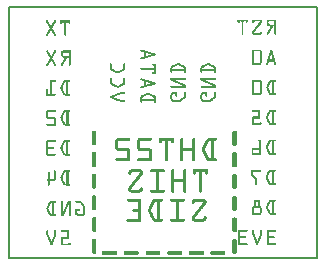
<source format=gbo>
G04 MADE WITH FRITZING*
G04 WWW.FRITZING.ORG*
G04 DOUBLE SIDED*
G04 HOLES PLATED*
G04 CONTOUR ON CENTER OF CONTOUR VECTOR*
%ASAXBY*%
%FSLAX23Y23*%
%MOIN*%
%OFA0B0*%
%SFA1.0B1.0*%
%ADD10R,1.036190X0.844898X1.020190X0.828898*%
%ADD11C,0.008000*%
%ADD12R,0.001000X0.001000*%
%LNSILK0*%
G90*
G70*
G54D11*
X4Y841D02*
X1032Y841D01*
X1032Y4D01*
X4Y4D01*
X4Y841D01*
D02*
G54D12*
X766Y800D02*
X799Y800D01*
X820Y800D02*
X843Y800D01*
X869Y800D02*
X895Y800D01*
X766Y799D02*
X799Y799D01*
X818Y799D02*
X844Y799D01*
X867Y799D02*
X895Y799D01*
X766Y798D02*
X799Y798D01*
X817Y798D02*
X845Y798D01*
X866Y798D02*
X895Y798D01*
X129Y797D02*
X132Y797D01*
X156Y797D02*
X159Y797D01*
X176Y797D02*
X208Y797D01*
X766Y797D02*
X799Y797D01*
X816Y797D02*
X846Y797D01*
X865Y797D02*
X895Y797D01*
X128Y796D02*
X133Y796D01*
X155Y796D02*
X159Y796D01*
X176Y796D02*
X208Y796D01*
X766Y796D02*
X799Y796D01*
X816Y796D02*
X846Y796D01*
X864Y796D02*
X895Y796D01*
X128Y795D02*
X134Y795D01*
X154Y795D02*
X160Y795D01*
X176Y795D02*
X208Y795D01*
X766Y795D02*
X799Y795D01*
X815Y795D02*
X847Y795D01*
X864Y795D02*
X895Y795D01*
X128Y794D02*
X134Y794D01*
X153Y794D02*
X160Y794D01*
X176Y794D02*
X208Y794D01*
X766Y794D02*
X772Y794D01*
X779Y794D02*
X786Y794D01*
X793Y794D02*
X799Y794D01*
X815Y794D02*
X822Y794D01*
X841Y794D02*
X847Y794D01*
X863Y794D02*
X871Y794D01*
X889Y794D02*
X895Y794D01*
X128Y793D02*
X135Y793D01*
X153Y793D02*
X160Y793D01*
X176Y793D02*
X208Y793D01*
X766Y793D02*
X772Y793D01*
X780Y793D02*
X785Y793D01*
X793Y793D02*
X799Y793D01*
X815Y793D02*
X821Y793D01*
X841Y793D02*
X847Y793D01*
X863Y793D02*
X869Y793D01*
X889Y793D02*
X895Y793D01*
X129Y792D02*
X135Y792D01*
X152Y792D02*
X159Y792D01*
X176Y792D02*
X208Y792D01*
X766Y792D02*
X772Y792D01*
X780Y792D02*
X785Y792D01*
X793Y792D02*
X799Y792D01*
X815Y792D02*
X820Y792D01*
X840Y792D02*
X847Y792D01*
X863Y792D02*
X869Y792D01*
X889Y792D02*
X895Y792D01*
X129Y791D02*
X136Y791D01*
X152Y791D02*
X159Y791D01*
X176Y791D02*
X208Y791D01*
X767Y791D02*
X772Y791D01*
X780Y791D02*
X785Y791D01*
X793Y791D02*
X798Y791D01*
X815Y791D02*
X820Y791D01*
X839Y791D02*
X846Y791D01*
X863Y791D02*
X868Y791D01*
X889Y791D02*
X895Y791D01*
X130Y790D02*
X137Y790D01*
X151Y790D02*
X158Y790D01*
X176Y790D02*
X182Y790D01*
X189Y790D02*
X195Y790D01*
X202Y790D02*
X208Y790D01*
X767Y790D02*
X771Y790D01*
X780Y790D02*
X785Y790D01*
X794Y790D02*
X798Y790D01*
X815Y790D02*
X820Y790D01*
X839Y790D02*
X846Y790D01*
X863Y790D02*
X868Y790D01*
X889Y790D02*
X895Y790D01*
X130Y789D02*
X137Y789D01*
X150Y789D02*
X157Y789D01*
X176Y789D02*
X182Y789D01*
X189Y789D02*
X195Y789D01*
X202Y789D02*
X208Y789D01*
X768Y789D02*
X770Y789D01*
X780Y789D02*
X785Y789D01*
X795Y789D02*
X797Y789D01*
X816Y789D02*
X818Y789D01*
X838Y789D02*
X845Y789D01*
X863Y789D02*
X868Y789D01*
X889Y789D02*
X895Y789D01*
X131Y788D02*
X138Y788D01*
X150Y788D02*
X157Y788D01*
X176Y788D02*
X181Y788D01*
X189Y788D02*
X195Y788D01*
X202Y788D02*
X208Y788D01*
X780Y788D02*
X785Y788D01*
X837Y788D02*
X845Y788D01*
X863Y788D02*
X868Y788D01*
X889Y788D02*
X895Y788D01*
X131Y787D02*
X138Y787D01*
X149Y787D02*
X156Y787D01*
X176Y787D02*
X181Y787D01*
X189Y787D02*
X195Y787D01*
X203Y787D02*
X208Y787D01*
X780Y787D02*
X785Y787D01*
X836Y787D02*
X844Y787D01*
X863Y787D02*
X869Y787D01*
X889Y787D02*
X895Y787D01*
X132Y786D02*
X139Y786D01*
X149Y786D02*
X156Y786D01*
X177Y786D02*
X180Y786D01*
X189Y786D02*
X195Y786D01*
X204Y786D02*
X207Y786D01*
X780Y786D02*
X785Y786D01*
X835Y786D02*
X843Y786D01*
X863Y786D02*
X869Y786D01*
X889Y786D02*
X895Y786D01*
X133Y785D02*
X139Y785D01*
X148Y785D02*
X155Y785D01*
X189Y785D02*
X195Y785D01*
X780Y785D02*
X785Y785D01*
X835Y785D02*
X842Y785D01*
X863Y785D02*
X870Y785D01*
X889Y785D02*
X895Y785D01*
X133Y784D02*
X140Y784D01*
X148Y784D02*
X154Y784D01*
X189Y784D02*
X195Y784D01*
X780Y784D02*
X785Y784D01*
X834Y784D02*
X842Y784D01*
X863Y784D02*
X872Y784D01*
X889Y784D02*
X895Y784D01*
X134Y783D02*
X141Y783D01*
X147Y783D02*
X154Y783D01*
X189Y783D02*
X195Y783D01*
X780Y783D02*
X785Y783D01*
X833Y783D02*
X841Y783D01*
X864Y783D02*
X895Y783D01*
X134Y782D02*
X141Y782D01*
X146Y782D02*
X153Y782D01*
X189Y782D02*
X195Y782D01*
X780Y782D02*
X785Y782D01*
X832Y782D02*
X840Y782D01*
X864Y782D02*
X895Y782D01*
X135Y781D02*
X142Y781D01*
X146Y781D02*
X153Y781D01*
X189Y781D02*
X195Y781D01*
X780Y781D02*
X785Y781D01*
X832Y781D02*
X839Y781D01*
X865Y781D02*
X895Y781D01*
X136Y780D02*
X142Y780D01*
X145Y780D02*
X152Y780D01*
X189Y780D02*
X195Y780D01*
X780Y780D02*
X785Y780D01*
X831Y780D02*
X838Y780D01*
X866Y780D02*
X895Y780D01*
X136Y779D02*
X143Y779D01*
X145Y779D02*
X151Y779D01*
X189Y779D02*
X195Y779D01*
X780Y779D02*
X785Y779D01*
X830Y779D02*
X838Y779D01*
X867Y779D02*
X895Y779D01*
X137Y778D02*
X151Y778D01*
X189Y778D02*
X195Y778D01*
X780Y778D02*
X785Y778D01*
X829Y778D02*
X837Y778D01*
X869Y778D02*
X895Y778D01*
X137Y777D02*
X150Y777D01*
X189Y777D02*
X195Y777D01*
X780Y777D02*
X785Y777D01*
X828Y777D02*
X836Y777D01*
X876Y777D02*
X884Y777D01*
X889Y777D02*
X895Y777D01*
X138Y776D02*
X150Y776D01*
X189Y776D02*
X195Y776D01*
X780Y776D02*
X785Y776D01*
X828Y776D02*
X835Y776D01*
X876Y776D02*
X883Y776D01*
X889Y776D02*
X895Y776D01*
X139Y775D02*
X149Y775D01*
X189Y775D02*
X195Y775D01*
X780Y775D02*
X785Y775D01*
X827Y775D02*
X835Y775D01*
X875Y775D02*
X882Y775D01*
X889Y775D02*
X895Y775D01*
X139Y774D02*
X149Y774D01*
X189Y774D02*
X195Y774D01*
X780Y774D02*
X785Y774D01*
X826Y774D02*
X834Y774D01*
X875Y774D02*
X882Y774D01*
X889Y774D02*
X895Y774D01*
X140Y773D02*
X148Y773D01*
X189Y773D02*
X195Y773D01*
X780Y773D02*
X785Y773D01*
X825Y773D02*
X833Y773D01*
X874Y773D02*
X881Y773D01*
X889Y773D02*
X895Y773D01*
X140Y772D02*
X147Y772D01*
X189Y772D02*
X195Y772D01*
X780Y772D02*
X785Y772D01*
X825Y772D02*
X832Y772D01*
X874Y772D02*
X880Y772D01*
X889Y772D02*
X895Y772D01*
X140Y771D02*
X148Y771D01*
X189Y771D02*
X195Y771D01*
X780Y771D02*
X785Y771D01*
X824Y771D02*
X831Y771D01*
X873Y771D02*
X880Y771D01*
X889Y771D02*
X895Y771D01*
X139Y770D02*
X148Y770D01*
X189Y770D02*
X195Y770D01*
X780Y770D02*
X785Y770D01*
X823Y770D02*
X831Y770D01*
X872Y770D02*
X879Y770D01*
X889Y770D02*
X895Y770D01*
X139Y769D02*
X149Y769D01*
X189Y769D02*
X195Y769D01*
X780Y769D02*
X785Y769D01*
X822Y769D02*
X830Y769D01*
X872Y769D02*
X879Y769D01*
X889Y769D02*
X895Y769D01*
X138Y768D02*
X149Y768D01*
X189Y768D02*
X195Y768D01*
X780Y768D02*
X785Y768D01*
X821Y768D02*
X829Y768D01*
X871Y768D02*
X878Y768D01*
X889Y768D02*
X895Y768D01*
X138Y767D02*
X150Y767D01*
X189Y767D02*
X195Y767D01*
X780Y767D02*
X785Y767D01*
X821Y767D02*
X828Y767D01*
X871Y767D02*
X878Y767D01*
X889Y767D02*
X895Y767D01*
X137Y766D02*
X151Y766D01*
X189Y766D02*
X195Y766D01*
X780Y766D02*
X785Y766D01*
X820Y766D02*
X828Y766D01*
X870Y766D02*
X877Y766D01*
X889Y766D02*
X895Y766D01*
X136Y765D02*
X151Y765D01*
X189Y765D02*
X195Y765D01*
X780Y765D02*
X785Y765D01*
X819Y765D02*
X827Y765D01*
X870Y765D02*
X876Y765D01*
X889Y765D02*
X895Y765D01*
X136Y764D02*
X143Y764D01*
X145Y764D02*
X152Y764D01*
X189Y764D02*
X195Y764D01*
X780Y764D02*
X785Y764D01*
X818Y764D02*
X826Y764D01*
X869Y764D02*
X876Y764D01*
X889Y764D02*
X895Y764D01*
X135Y763D02*
X142Y763D01*
X145Y763D02*
X152Y763D01*
X189Y763D02*
X195Y763D01*
X780Y763D02*
X785Y763D01*
X818Y763D02*
X825Y763D01*
X868Y763D02*
X875Y763D01*
X889Y763D02*
X895Y763D01*
X135Y762D02*
X142Y762D01*
X146Y762D02*
X153Y762D01*
X189Y762D02*
X195Y762D01*
X780Y762D02*
X785Y762D01*
X817Y762D02*
X824Y762D01*
X868Y762D02*
X875Y762D01*
X889Y762D02*
X895Y762D01*
X134Y761D02*
X141Y761D01*
X147Y761D02*
X154Y761D01*
X189Y761D02*
X195Y761D01*
X780Y761D02*
X785Y761D01*
X816Y761D02*
X824Y761D01*
X843Y761D02*
X845Y761D01*
X867Y761D02*
X874Y761D01*
X889Y761D02*
X895Y761D01*
X134Y760D02*
X140Y760D01*
X147Y760D02*
X154Y760D01*
X189Y760D02*
X195Y760D01*
X780Y760D02*
X785Y760D01*
X816Y760D02*
X823Y760D01*
X842Y760D02*
X846Y760D01*
X867Y760D02*
X873Y760D01*
X889Y760D02*
X895Y760D01*
X133Y759D02*
X140Y759D01*
X148Y759D02*
X155Y759D01*
X189Y759D02*
X195Y759D01*
X780Y759D02*
X785Y759D01*
X815Y759D02*
X822Y759D01*
X841Y759D02*
X847Y759D01*
X866Y759D02*
X873Y759D01*
X889Y759D02*
X895Y759D01*
X132Y758D02*
X139Y758D01*
X148Y758D02*
X155Y758D01*
X189Y758D02*
X195Y758D01*
X780Y758D02*
X785Y758D01*
X815Y758D02*
X821Y758D01*
X841Y758D02*
X847Y758D01*
X865Y758D02*
X872Y758D01*
X889Y758D02*
X895Y758D01*
X132Y757D02*
X139Y757D01*
X149Y757D02*
X156Y757D01*
X189Y757D02*
X195Y757D01*
X780Y757D02*
X785Y757D01*
X815Y757D02*
X821Y757D01*
X841Y757D02*
X847Y757D01*
X865Y757D02*
X872Y757D01*
X889Y757D02*
X895Y757D01*
X131Y756D02*
X138Y756D01*
X150Y756D02*
X156Y756D01*
X189Y756D02*
X195Y756D01*
X780Y756D02*
X785Y756D01*
X815Y756D02*
X821Y756D01*
X840Y756D02*
X846Y756D01*
X864Y756D02*
X871Y756D01*
X889Y756D02*
X895Y756D01*
X131Y755D02*
X137Y755D01*
X150Y755D02*
X157Y755D01*
X189Y755D02*
X195Y755D01*
X780Y755D02*
X785Y755D01*
X815Y755D02*
X846Y755D01*
X864Y755D02*
X871Y755D01*
X889Y755D02*
X895Y755D01*
X130Y754D02*
X137Y754D01*
X151Y754D02*
X158Y754D01*
X189Y754D02*
X195Y754D01*
X780Y754D02*
X785Y754D01*
X815Y754D02*
X846Y754D01*
X863Y754D02*
X870Y754D01*
X889Y754D02*
X895Y754D01*
X129Y753D02*
X136Y753D01*
X151Y753D02*
X158Y753D01*
X189Y753D02*
X195Y753D01*
X780Y753D02*
X785Y753D01*
X816Y753D02*
X845Y753D01*
X863Y753D02*
X869Y753D01*
X889Y753D02*
X895Y753D01*
X129Y752D02*
X136Y752D01*
X152Y752D02*
X159Y752D01*
X189Y752D02*
X195Y752D01*
X780Y752D02*
X785Y752D01*
X816Y752D02*
X844Y752D01*
X863Y752D02*
X869Y752D01*
X889Y752D02*
X895Y752D01*
X128Y751D02*
X135Y751D01*
X153Y751D02*
X159Y751D01*
X189Y751D02*
X195Y751D01*
X780Y751D02*
X785Y751D01*
X817Y751D02*
X843Y751D01*
X863Y751D02*
X868Y751D01*
X890Y751D02*
X895Y751D01*
X128Y750D02*
X135Y750D01*
X153Y750D02*
X160Y750D01*
X189Y750D02*
X195Y750D01*
X781Y750D02*
X784Y750D01*
X818Y750D02*
X842Y750D01*
X864Y750D02*
X867Y750D01*
X890Y750D02*
X894Y750D01*
X128Y749D02*
X134Y749D01*
X154Y749D02*
X160Y749D01*
X189Y749D02*
X195Y749D01*
X128Y748D02*
X133Y748D01*
X154Y748D02*
X160Y748D01*
X189Y748D02*
X195Y748D01*
X129Y747D02*
X133Y747D01*
X155Y747D02*
X159Y747D01*
X190Y747D02*
X194Y747D01*
X130Y746D02*
X131Y746D01*
X156Y746D02*
X158Y746D01*
X191Y746D02*
X193Y746D01*
X444Y700D02*
X447Y700D01*
X817Y700D02*
X842Y700D01*
X876Y700D02*
X879Y700D01*
X443Y699D02*
X450Y699D01*
X816Y699D02*
X843Y699D01*
X875Y699D02*
X880Y699D01*
X442Y698D02*
X454Y698D01*
X815Y698D02*
X844Y698D01*
X875Y698D02*
X881Y698D01*
X130Y697D02*
X133Y697D01*
X156Y697D02*
X159Y697D01*
X183Y697D02*
X209Y697D01*
X442Y697D02*
X457Y697D01*
X814Y697D02*
X845Y697D01*
X875Y697D02*
X881Y697D01*
X129Y696D02*
X134Y696D01*
X155Y696D02*
X160Y696D01*
X181Y696D02*
X209Y696D01*
X442Y696D02*
X461Y696D01*
X814Y696D02*
X845Y696D01*
X874Y696D02*
X881Y696D01*
X129Y695D02*
X134Y695D01*
X155Y695D02*
X161Y695D01*
X180Y695D02*
X209Y695D01*
X443Y695D02*
X464Y695D01*
X814Y695D02*
X846Y695D01*
X874Y695D02*
X881Y695D01*
X129Y694D02*
X135Y694D01*
X154Y694D02*
X161Y694D01*
X179Y694D02*
X209Y694D01*
X445Y694D02*
X468Y694D01*
X813Y694D02*
X819Y694D01*
X840Y694D02*
X846Y694D01*
X874Y694D02*
X882Y694D01*
X129Y693D02*
X136Y693D01*
X154Y693D02*
X160Y693D01*
X178Y693D02*
X209Y693D01*
X448Y693D02*
X471Y693D01*
X813Y693D02*
X819Y693D01*
X840Y693D02*
X846Y693D01*
X873Y693D02*
X882Y693D01*
X129Y692D02*
X136Y692D01*
X153Y692D02*
X160Y692D01*
X178Y692D02*
X209Y692D01*
X452Y692D02*
X474Y692D01*
X813Y692D02*
X819Y692D01*
X840Y692D02*
X846Y692D01*
X873Y692D02*
X882Y692D01*
X130Y691D02*
X137Y691D01*
X152Y691D02*
X159Y691D01*
X177Y691D02*
X209Y691D01*
X454Y691D02*
X478Y691D01*
X813Y691D02*
X819Y691D01*
X840Y691D02*
X846Y691D01*
X873Y691D02*
X883Y691D01*
X130Y690D02*
X137Y690D01*
X152Y690D02*
X159Y690D01*
X177Y690D02*
X184Y690D01*
X203Y690D02*
X209Y690D01*
X454Y690D02*
X481Y690D01*
X813Y690D02*
X819Y690D01*
X840Y690D02*
X846Y690D01*
X872Y690D02*
X883Y690D01*
X131Y689D02*
X138Y689D01*
X151Y689D02*
X158Y689D01*
X177Y689D02*
X183Y689D01*
X203Y689D02*
X209Y689D01*
X454Y689D02*
X459Y689D01*
X462Y689D02*
X485Y689D01*
X813Y689D02*
X819Y689D01*
X840Y689D02*
X846Y689D01*
X872Y689D02*
X883Y689D01*
X132Y688D02*
X138Y688D01*
X151Y688D02*
X158Y688D01*
X177Y688D02*
X182Y688D01*
X203Y688D02*
X209Y688D01*
X454Y688D02*
X459Y688D01*
X465Y688D02*
X488Y688D01*
X813Y688D02*
X819Y688D01*
X840Y688D02*
X846Y688D01*
X872Y688D02*
X884Y688D01*
X132Y687D02*
X139Y687D01*
X150Y687D02*
X157Y687D01*
X177Y687D02*
X182Y687D01*
X203Y687D02*
X209Y687D01*
X454Y687D02*
X459Y687D01*
X469Y687D02*
X491Y687D01*
X813Y687D02*
X819Y687D01*
X840Y687D02*
X846Y687D01*
X872Y687D02*
X884Y687D01*
X133Y686D02*
X140Y686D01*
X150Y686D02*
X156Y686D01*
X177Y686D02*
X182Y686D01*
X203Y686D02*
X209Y686D01*
X454Y686D02*
X459Y686D01*
X472Y686D02*
X492Y686D01*
X813Y686D02*
X819Y686D01*
X840Y686D02*
X846Y686D01*
X871Y686D02*
X884Y686D01*
X133Y685D02*
X140Y685D01*
X149Y685D02*
X156Y685D01*
X177Y685D02*
X182Y685D01*
X203Y685D02*
X209Y685D01*
X454Y685D02*
X459Y685D01*
X475Y685D02*
X493Y685D01*
X813Y685D02*
X819Y685D01*
X840Y685D02*
X846Y685D01*
X871Y685D02*
X884Y685D01*
X134Y684D02*
X141Y684D01*
X148Y684D02*
X155Y684D01*
X177Y684D02*
X182Y684D01*
X203Y684D02*
X209Y684D01*
X454Y684D02*
X459Y684D01*
X478Y684D02*
X493Y684D01*
X813Y684D02*
X819Y684D01*
X840Y684D02*
X846Y684D01*
X871Y684D02*
X877Y684D01*
X879Y684D02*
X885Y684D01*
X135Y683D02*
X141Y683D01*
X148Y683D02*
X155Y683D01*
X177Y683D02*
X183Y683D01*
X203Y683D02*
X209Y683D01*
X454Y683D02*
X459Y683D01*
X475Y683D02*
X493Y683D01*
X813Y683D02*
X819Y683D01*
X840Y683D02*
X846Y683D01*
X870Y683D02*
X876Y683D01*
X879Y683D02*
X885Y683D01*
X135Y682D02*
X142Y682D01*
X147Y682D02*
X154Y682D01*
X177Y682D02*
X183Y682D01*
X203Y682D02*
X209Y682D01*
X454Y682D02*
X459Y682D01*
X472Y682D02*
X492Y682D01*
X813Y682D02*
X819Y682D01*
X840Y682D02*
X846Y682D01*
X870Y682D02*
X876Y682D01*
X879Y682D02*
X885Y682D01*
X136Y681D02*
X143Y681D01*
X147Y681D02*
X153Y681D01*
X177Y681D02*
X184Y681D01*
X203Y681D02*
X209Y681D01*
X454Y681D02*
X459Y681D01*
X468Y681D02*
X491Y681D01*
X813Y681D02*
X819Y681D01*
X840Y681D02*
X846Y681D01*
X870Y681D02*
X876Y681D01*
X880Y681D02*
X886Y681D01*
X136Y680D02*
X143Y680D01*
X146Y680D02*
X153Y680D01*
X178Y680D02*
X209Y680D01*
X454Y680D02*
X459Y680D01*
X465Y680D02*
X488Y680D01*
X813Y680D02*
X819Y680D01*
X840Y680D02*
X846Y680D01*
X870Y680D02*
X876Y680D01*
X880Y680D02*
X886Y680D01*
X137Y679D02*
X152Y679D01*
X178Y679D02*
X209Y679D01*
X454Y679D02*
X459Y679D01*
X462Y679D02*
X485Y679D01*
X813Y679D02*
X819Y679D01*
X840Y679D02*
X846Y679D01*
X869Y679D02*
X875Y679D01*
X880Y679D02*
X886Y679D01*
X138Y678D02*
X152Y678D01*
X179Y678D02*
X209Y678D01*
X454Y678D02*
X481Y678D01*
X813Y678D02*
X819Y678D01*
X840Y678D02*
X846Y678D01*
X869Y678D02*
X875Y678D01*
X880Y678D02*
X886Y678D01*
X138Y677D02*
X151Y677D01*
X180Y677D02*
X209Y677D01*
X454Y677D02*
X478Y677D01*
X813Y677D02*
X819Y677D01*
X840Y677D02*
X846Y677D01*
X869Y677D02*
X875Y677D01*
X881Y677D02*
X887Y677D01*
X139Y676D02*
X151Y676D01*
X181Y676D02*
X209Y676D01*
X451Y676D02*
X474Y676D01*
X813Y676D02*
X819Y676D01*
X840Y676D02*
X846Y676D01*
X868Y676D02*
X874Y676D01*
X881Y676D02*
X887Y676D01*
X139Y675D02*
X150Y675D01*
X182Y675D02*
X209Y675D01*
X448Y675D02*
X471Y675D01*
X813Y675D02*
X819Y675D01*
X840Y675D02*
X846Y675D01*
X868Y675D02*
X874Y675D01*
X881Y675D02*
X887Y675D01*
X140Y674D02*
X149Y674D01*
X186Y674D02*
X209Y674D01*
X445Y674D02*
X468Y674D01*
X813Y674D02*
X819Y674D01*
X840Y674D02*
X846Y674D01*
X868Y674D02*
X874Y674D01*
X882Y674D02*
X888Y674D01*
X140Y673D02*
X149Y673D01*
X190Y673D02*
X197Y673D01*
X203Y673D02*
X209Y673D01*
X443Y673D02*
X464Y673D01*
X813Y673D02*
X819Y673D01*
X840Y673D02*
X846Y673D01*
X868Y673D02*
X874Y673D01*
X882Y673D02*
X888Y673D01*
X141Y672D02*
X148Y672D01*
X190Y672D02*
X196Y672D01*
X203Y672D02*
X209Y672D01*
X442Y672D02*
X461Y672D01*
X813Y672D02*
X819Y672D01*
X840Y672D02*
X846Y672D01*
X867Y672D02*
X873Y672D01*
X882Y672D02*
X888Y672D01*
X141Y671D02*
X148Y671D01*
X189Y671D02*
X196Y671D01*
X203Y671D02*
X209Y671D01*
X442Y671D02*
X457Y671D01*
X813Y671D02*
X819Y671D01*
X840Y671D02*
X846Y671D01*
X867Y671D02*
X873Y671D01*
X882Y671D02*
X889Y671D01*
X140Y670D02*
X149Y670D01*
X188Y670D02*
X195Y670D01*
X203Y670D02*
X209Y670D01*
X442Y670D02*
X454Y670D01*
X813Y670D02*
X819Y670D01*
X840Y670D02*
X846Y670D01*
X867Y670D02*
X873Y670D01*
X883Y670D02*
X889Y670D01*
X140Y669D02*
X150Y669D01*
X188Y669D02*
X195Y669D01*
X203Y669D02*
X209Y669D01*
X443Y669D02*
X450Y669D01*
X813Y669D02*
X819Y669D01*
X840Y669D02*
X846Y669D01*
X866Y669D02*
X872Y669D01*
X883Y669D02*
X889Y669D01*
X139Y668D02*
X150Y668D01*
X187Y668D02*
X194Y668D01*
X203Y668D02*
X209Y668D01*
X444Y668D02*
X447Y668D01*
X813Y668D02*
X819Y668D01*
X840Y668D02*
X846Y668D01*
X866Y668D02*
X872Y668D01*
X883Y668D02*
X889Y668D01*
X138Y667D02*
X151Y667D01*
X187Y667D02*
X193Y667D01*
X203Y667D02*
X209Y667D01*
X813Y667D02*
X819Y667D01*
X840Y667D02*
X846Y667D01*
X866Y667D02*
X890Y667D01*
X138Y666D02*
X151Y666D01*
X186Y666D02*
X193Y666D01*
X203Y666D02*
X209Y666D01*
X813Y666D02*
X819Y666D01*
X840Y666D02*
X846Y666D01*
X865Y666D02*
X890Y666D01*
X137Y665D02*
X152Y665D01*
X185Y665D02*
X192Y665D01*
X203Y665D02*
X209Y665D01*
X813Y665D02*
X819Y665D01*
X840Y665D02*
X846Y665D01*
X865Y665D02*
X890Y665D01*
X137Y664D02*
X144Y664D01*
X146Y664D02*
X153Y664D01*
X185Y664D02*
X192Y664D01*
X203Y664D02*
X209Y664D01*
X813Y664D02*
X819Y664D01*
X840Y664D02*
X846Y664D01*
X865Y664D02*
X891Y664D01*
X136Y663D02*
X143Y663D01*
X146Y663D02*
X153Y663D01*
X184Y663D02*
X191Y663D01*
X203Y663D02*
X209Y663D01*
X813Y663D02*
X819Y663D01*
X840Y663D02*
X846Y663D01*
X865Y663D02*
X891Y663D01*
X136Y662D02*
X142Y662D01*
X147Y662D02*
X154Y662D01*
X184Y662D02*
X191Y662D01*
X203Y662D02*
X209Y662D01*
X813Y662D02*
X819Y662D01*
X840Y662D02*
X846Y662D01*
X864Y662D02*
X891Y662D01*
X135Y661D02*
X142Y661D01*
X147Y661D02*
X154Y661D01*
X183Y661D02*
X190Y661D01*
X203Y661D02*
X209Y661D01*
X813Y661D02*
X819Y661D01*
X840Y661D02*
X846Y661D01*
X864Y661D02*
X891Y661D01*
X134Y660D02*
X141Y660D01*
X148Y660D02*
X155Y660D01*
X183Y660D02*
X189Y660D01*
X203Y660D02*
X209Y660D01*
X813Y660D02*
X819Y660D01*
X840Y660D02*
X846Y660D01*
X864Y660D02*
X870Y660D01*
X886Y660D02*
X892Y660D01*
X134Y659D02*
X141Y659D01*
X149Y659D02*
X155Y659D01*
X182Y659D02*
X189Y659D01*
X203Y659D02*
X209Y659D01*
X813Y659D02*
X819Y659D01*
X840Y659D02*
X846Y659D01*
X863Y659D02*
X869Y659D01*
X886Y659D02*
X892Y659D01*
X133Y658D02*
X140Y658D01*
X149Y658D02*
X156Y658D01*
X181Y658D02*
X188Y658D01*
X203Y658D02*
X209Y658D01*
X813Y658D02*
X819Y658D01*
X840Y658D02*
X846Y658D01*
X863Y658D02*
X869Y658D01*
X886Y658D02*
X892Y658D01*
X133Y657D02*
X139Y657D01*
X150Y657D02*
X157Y657D01*
X181Y657D02*
X188Y657D01*
X203Y657D02*
X209Y657D01*
X813Y657D02*
X819Y657D01*
X840Y657D02*
X846Y657D01*
X863Y657D02*
X869Y657D01*
X887Y657D02*
X893Y657D01*
X132Y656D02*
X139Y656D01*
X150Y656D02*
X157Y656D01*
X180Y656D02*
X187Y656D01*
X203Y656D02*
X209Y656D01*
X813Y656D02*
X819Y656D01*
X840Y656D02*
X846Y656D01*
X863Y656D02*
X869Y656D01*
X887Y656D02*
X893Y656D01*
X131Y655D02*
X138Y655D01*
X151Y655D02*
X158Y655D01*
X180Y655D02*
X186Y655D01*
X203Y655D02*
X209Y655D01*
X813Y655D02*
X846Y655D01*
X862Y655D02*
X868Y655D01*
X887Y655D02*
X893Y655D01*
X131Y654D02*
X138Y654D01*
X152Y654D02*
X158Y654D01*
X179Y654D02*
X186Y654D01*
X203Y654D02*
X209Y654D01*
X342Y654D02*
X345Y654D01*
X387Y654D02*
X390Y654D01*
X564Y654D02*
X572Y654D01*
X664Y654D02*
X672Y654D01*
X814Y654D02*
X845Y654D01*
X862Y654D02*
X868Y654D01*
X887Y654D02*
X893Y654D01*
X130Y653D02*
X137Y653D01*
X152Y653D02*
X159Y653D01*
X178Y653D02*
X185Y653D01*
X203Y653D02*
X209Y653D01*
X341Y653D02*
X346Y653D01*
X386Y653D02*
X391Y653D01*
X561Y653D02*
X574Y653D01*
X661Y653D02*
X674Y653D01*
X814Y653D02*
X845Y653D01*
X862Y653D02*
X868Y653D01*
X888Y653D02*
X894Y653D01*
X130Y652D02*
X137Y652D01*
X153Y652D02*
X160Y652D01*
X178Y652D02*
X185Y652D01*
X203Y652D02*
X209Y652D01*
X341Y652D02*
X346Y652D01*
X386Y652D02*
X391Y652D01*
X483Y652D02*
X493Y652D01*
X559Y652D02*
X576Y652D01*
X659Y652D02*
X676Y652D01*
X815Y652D02*
X844Y652D01*
X862Y652D02*
X867Y652D01*
X888Y652D02*
X894Y652D01*
X129Y651D02*
X136Y651D01*
X153Y651D02*
X160Y651D01*
X177Y651D02*
X184Y651D01*
X203Y651D02*
X209Y651D01*
X340Y651D02*
X346Y651D01*
X386Y651D02*
X391Y651D01*
X482Y651D02*
X493Y651D01*
X557Y651D02*
X578Y651D01*
X657Y651D02*
X678Y651D01*
X816Y651D02*
X844Y651D01*
X862Y651D02*
X867Y651D01*
X888Y651D02*
X894Y651D01*
X129Y650D02*
X135Y650D01*
X154Y650D02*
X160Y650D01*
X177Y650D02*
X184Y650D01*
X203Y650D02*
X209Y650D01*
X340Y650D02*
X346Y650D01*
X386Y650D02*
X391Y650D01*
X482Y650D02*
X493Y650D01*
X555Y650D02*
X580Y650D01*
X655Y650D02*
X680Y650D01*
X817Y650D02*
X842Y650D01*
X863Y650D02*
X866Y650D01*
X889Y650D02*
X893Y650D01*
X129Y649D02*
X135Y649D01*
X154Y649D02*
X161Y649D01*
X177Y649D02*
X183Y649D01*
X203Y649D02*
X209Y649D01*
X340Y649D02*
X346Y649D01*
X386Y649D02*
X391Y649D01*
X482Y649D02*
X493Y649D01*
X553Y649D02*
X582Y649D01*
X653Y649D02*
X682Y649D01*
X129Y648D02*
X134Y648D01*
X155Y648D02*
X160Y648D01*
X177Y648D02*
X182Y648D01*
X203Y648D02*
X209Y648D01*
X340Y648D02*
X346Y648D01*
X386Y648D02*
X391Y648D01*
X482Y648D02*
X493Y648D01*
X551Y648D02*
X584Y648D01*
X651Y648D02*
X684Y648D01*
X129Y647D02*
X133Y647D01*
X156Y647D02*
X160Y647D01*
X177Y647D02*
X182Y647D01*
X204Y647D02*
X208Y647D01*
X340Y647D02*
X346Y647D01*
X386Y647D02*
X391Y647D01*
X483Y647D02*
X493Y647D01*
X549Y647D02*
X563Y647D01*
X572Y647D02*
X586Y647D01*
X649Y647D02*
X663Y647D01*
X672Y647D02*
X686Y647D01*
X131Y646D02*
X132Y646D01*
X157Y646D02*
X159Y646D01*
X179Y646D02*
X180Y646D01*
X205Y646D02*
X207Y646D01*
X340Y646D02*
X346Y646D01*
X386Y646D02*
X391Y646D01*
X484Y646D02*
X493Y646D01*
X547Y646D02*
X561Y646D01*
X574Y646D02*
X588Y646D01*
X647Y646D02*
X661Y646D01*
X674Y646D02*
X688Y646D01*
X340Y645D02*
X346Y645D01*
X386Y645D02*
X391Y645D01*
X487Y645D02*
X493Y645D01*
X546Y645D02*
X559Y645D01*
X576Y645D02*
X590Y645D01*
X646Y645D02*
X659Y645D01*
X676Y645D02*
X690Y645D01*
X340Y644D02*
X346Y644D01*
X386Y644D02*
X391Y644D01*
X487Y644D02*
X493Y644D01*
X545Y644D02*
X557Y644D01*
X578Y644D02*
X591Y644D01*
X645Y644D02*
X658Y644D01*
X678Y644D02*
X691Y644D01*
X340Y643D02*
X346Y643D01*
X386Y643D02*
X391Y643D01*
X487Y643D02*
X493Y643D01*
X544Y643D02*
X555Y643D01*
X580Y643D02*
X591Y643D01*
X644Y643D02*
X656Y643D01*
X680Y643D02*
X692Y643D01*
X340Y642D02*
X346Y642D01*
X386Y642D02*
X391Y642D01*
X487Y642D02*
X493Y642D01*
X544Y642D02*
X553Y642D01*
X582Y642D02*
X592Y642D01*
X644Y642D02*
X654Y642D01*
X682Y642D02*
X692Y642D01*
X340Y641D02*
X346Y641D01*
X386Y641D02*
X391Y641D01*
X487Y641D02*
X493Y641D01*
X543Y641D02*
X551Y641D01*
X584Y641D02*
X593Y641D01*
X643Y641D02*
X652Y641D01*
X684Y641D02*
X693Y641D01*
X340Y640D02*
X346Y640D01*
X386Y640D02*
X391Y640D01*
X487Y640D02*
X493Y640D01*
X543Y640D02*
X550Y640D01*
X586Y640D02*
X593Y640D01*
X643Y640D02*
X650Y640D01*
X686Y640D02*
X693Y640D01*
X340Y639D02*
X346Y639D01*
X386Y639D02*
X391Y639D01*
X444Y639D02*
X493Y639D01*
X543Y639D02*
X549Y639D01*
X587Y639D02*
X593Y639D01*
X643Y639D02*
X649Y639D01*
X687Y639D02*
X693Y639D01*
X341Y638D02*
X346Y638D01*
X386Y638D02*
X391Y638D01*
X443Y638D02*
X493Y638D01*
X542Y638D02*
X548Y638D01*
X588Y638D02*
X593Y638D01*
X643Y638D02*
X648Y638D01*
X688Y638D02*
X693Y638D01*
X341Y637D02*
X347Y637D01*
X385Y637D02*
X391Y637D01*
X442Y637D02*
X493Y637D01*
X542Y637D02*
X548Y637D01*
X588Y637D02*
X593Y637D01*
X642Y637D02*
X648Y637D01*
X688Y637D02*
X693Y637D01*
X341Y636D02*
X348Y636D01*
X384Y636D02*
X391Y636D01*
X442Y636D02*
X493Y636D01*
X542Y636D02*
X548Y636D01*
X588Y636D02*
X593Y636D01*
X642Y636D02*
X648Y636D01*
X688Y636D02*
X693Y636D01*
X341Y635D02*
X350Y635D01*
X382Y635D02*
X391Y635D01*
X442Y635D02*
X493Y635D01*
X542Y635D02*
X548Y635D01*
X587Y635D02*
X593Y635D01*
X642Y635D02*
X649Y635D01*
X687Y635D02*
X693Y635D01*
X342Y634D02*
X352Y634D01*
X380Y634D02*
X390Y634D01*
X443Y634D02*
X493Y634D01*
X542Y634D02*
X593Y634D01*
X642Y634D02*
X693Y634D01*
X343Y633D02*
X354Y633D01*
X378Y633D02*
X389Y633D01*
X444Y633D02*
X493Y633D01*
X542Y633D02*
X593Y633D01*
X642Y633D02*
X693Y633D01*
X343Y632D02*
X356Y632D01*
X376Y632D02*
X389Y632D01*
X487Y632D02*
X493Y632D01*
X542Y632D02*
X593Y632D01*
X642Y632D02*
X693Y632D01*
X345Y631D02*
X358Y631D01*
X374Y631D02*
X388Y631D01*
X487Y631D02*
X493Y631D01*
X542Y631D02*
X593Y631D01*
X642Y631D02*
X693Y631D01*
X346Y630D02*
X360Y630D01*
X372Y630D02*
X386Y630D01*
X487Y630D02*
X493Y630D01*
X542Y630D02*
X593Y630D01*
X642Y630D02*
X693Y630D01*
X348Y629D02*
X362Y629D01*
X370Y629D02*
X384Y629D01*
X487Y629D02*
X493Y629D01*
X542Y629D02*
X593Y629D01*
X642Y629D02*
X693Y629D01*
X350Y628D02*
X382Y628D01*
X487Y628D02*
X493Y628D01*
X542Y628D02*
X548Y628D01*
X587Y628D02*
X593Y628D01*
X642Y628D02*
X648Y628D01*
X688Y628D02*
X693Y628D01*
X352Y627D02*
X380Y627D01*
X487Y627D02*
X493Y627D01*
X542Y627D02*
X548Y627D01*
X588Y627D02*
X593Y627D01*
X642Y627D02*
X648Y627D01*
X688Y627D02*
X693Y627D01*
X354Y626D02*
X378Y626D01*
X485Y626D02*
X493Y626D01*
X542Y626D02*
X548Y626D01*
X588Y626D02*
X593Y626D01*
X642Y626D02*
X648Y626D01*
X688Y626D02*
X693Y626D01*
X356Y625D02*
X376Y625D01*
X483Y625D02*
X493Y625D01*
X542Y625D02*
X548Y625D01*
X588Y625D02*
X593Y625D01*
X643Y625D02*
X648Y625D01*
X688Y625D02*
X693Y625D01*
X358Y624D02*
X374Y624D01*
X482Y624D02*
X493Y624D01*
X543Y624D02*
X548Y624D01*
X588Y624D02*
X593Y624D01*
X643Y624D02*
X648Y624D01*
X688Y624D02*
X693Y624D01*
X360Y623D02*
X372Y623D01*
X482Y623D02*
X493Y623D01*
X543Y623D02*
X547Y623D01*
X588Y623D02*
X593Y623D01*
X643Y623D02*
X648Y623D01*
X688Y623D02*
X693Y623D01*
X363Y622D02*
X369Y622D01*
X482Y622D02*
X493Y622D01*
X544Y622D02*
X546Y622D01*
X589Y622D02*
X591Y622D01*
X644Y622D02*
X646Y622D01*
X690Y622D02*
X692Y622D01*
X482Y621D02*
X493Y621D01*
X483Y620D02*
X493Y620D01*
X342Y606D02*
X345Y606D01*
X387Y606D02*
X390Y606D01*
X542Y606D02*
X592Y606D01*
X642Y606D02*
X692Y606D01*
X341Y605D02*
X346Y605D01*
X386Y605D02*
X391Y605D01*
X542Y605D02*
X593Y605D01*
X642Y605D02*
X693Y605D01*
X341Y604D02*
X346Y604D01*
X386Y604D02*
X391Y604D01*
X444Y604D02*
X446Y604D01*
X542Y604D02*
X593Y604D01*
X642Y604D02*
X693Y604D01*
X340Y603D02*
X346Y603D01*
X386Y603D02*
X391Y603D01*
X443Y603D02*
X450Y603D01*
X542Y603D02*
X593Y603D01*
X642Y603D02*
X693Y603D01*
X340Y602D02*
X346Y602D01*
X386Y602D02*
X391Y602D01*
X442Y602D02*
X453Y602D01*
X542Y602D02*
X593Y602D01*
X642Y602D02*
X693Y602D01*
X340Y601D02*
X346Y601D01*
X386Y601D02*
X391Y601D01*
X442Y601D02*
X456Y601D01*
X542Y601D02*
X592Y601D01*
X642Y601D02*
X693Y601D01*
X340Y600D02*
X346Y600D01*
X386Y600D02*
X391Y600D01*
X442Y600D02*
X460Y600D01*
X542Y600D02*
X591Y600D01*
X642Y600D02*
X691Y600D01*
X340Y599D02*
X346Y599D01*
X386Y599D02*
X391Y599D01*
X443Y599D02*
X463Y599D01*
X542Y599D02*
X555Y599D01*
X642Y599D02*
X655Y599D01*
X819Y599D02*
X842Y599D01*
X878Y599D02*
X893Y599D01*
X141Y598D02*
X158Y598D01*
X191Y598D02*
X206Y598D01*
X340Y598D02*
X346Y598D01*
X386Y598D02*
X391Y598D01*
X444Y598D02*
X467Y598D01*
X542Y598D02*
X558Y598D01*
X643Y598D02*
X658Y598D01*
X817Y598D02*
X843Y598D01*
X875Y598D02*
X894Y598D01*
X141Y597D02*
X159Y597D01*
X189Y597D02*
X207Y597D01*
X340Y597D02*
X346Y597D01*
X386Y597D02*
X391Y597D01*
X447Y597D02*
X470Y597D01*
X544Y597D02*
X560Y597D01*
X644Y597D02*
X660Y597D01*
X816Y597D02*
X845Y597D01*
X874Y597D02*
X894Y597D01*
X141Y596D02*
X160Y596D01*
X187Y596D02*
X208Y596D01*
X340Y596D02*
X346Y596D01*
X386Y596D02*
X391Y596D01*
X451Y596D02*
X474Y596D01*
X546Y596D02*
X562Y596D01*
X646Y596D02*
X662Y596D01*
X815Y596D02*
X845Y596D01*
X872Y596D02*
X894Y596D01*
X141Y595D02*
X160Y595D01*
X186Y595D02*
X208Y595D01*
X340Y595D02*
X346Y595D01*
X386Y595D02*
X391Y595D01*
X453Y595D02*
X477Y595D01*
X549Y595D02*
X564Y595D01*
X649Y595D02*
X665Y595D01*
X815Y595D02*
X846Y595D01*
X872Y595D02*
X894Y595D01*
X141Y594D02*
X160Y594D01*
X185Y594D02*
X208Y594D01*
X340Y594D02*
X346Y594D01*
X386Y594D02*
X391Y594D01*
X454Y594D02*
X481Y594D01*
X551Y594D02*
X567Y594D01*
X651Y594D02*
X667Y594D01*
X814Y594D02*
X846Y594D01*
X871Y594D02*
X894Y594D01*
X141Y593D02*
X159Y593D01*
X185Y593D02*
X207Y593D01*
X340Y593D02*
X346Y593D01*
X386Y593D02*
X391Y593D01*
X454Y593D02*
X484Y593D01*
X553Y593D02*
X569Y593D01*
X653Y593D02*
X669Y593D01*
X814Y593D02*
X846Y593D01*
X870Y593D02*
X893Y593D01*
X141Y592D02*
X158Y592D01*
X184Y592D02*
X206Y592D01*
X340Y592D02*
X346Y592D01*
X386Y592D02*
X391Y592D01*
X454Y592D02*
X459Y592D01*
X464Y592D02*
X487Y592D01*
X555Y592D02*
X571Y592D01*
X656Y592D02*
X671Y592D01*
X814Y592D02*
X820Y592D01*
X841Y592D02*
X846Y592D01*
X870Y592D02*
X877Y592D01*
X882Y592D02*
X888Y592D01*
X141Y591D02*
X147Y591D01*
X183Y591D02*
X190Y591D01*
X196Y591D02*
X201Y591D01*
X340Y591D02*
X346Y591D01*
X386Y591D02*
X391Y591D01*
X454Y591D02*
X459Y591D01*
X468Y591D02*
X491Y591D01*
X558Y591D02*
X574Y591D01*
X658Y591D02*
X674Y591D01*
X814Y591D02*
X820Y591D01*
X841Y591D02*
X846Y591D01*
X869Y591D02*
X876Y591D01*
X882Y591D02*
X888Y591D01*
X141Y590D02*
X147Y590D01*
X183Y590D02*
X190Y590D01*
X196Y590D02*
X201Y590D01*
X341Y590D02*
X346Y590D01*
X386Y590D02*
X391Y590D01*
X454Y590D02*
X459Y590D01*
X471Y590D02*
X492Y590D01*
X560Y590D02*
X576Y590D01*
X660Y590D02*
X676Y590D01*
X814Y590D02*
X820Y590D01*
X841Y590D02*
X846Y590D01*
X869Y590D02*
X876Y590D01*
X882Y590D02*
X888Y590D01*
X141Y589D02*
X147Y589D01*
X182Y589D02*
X189Y589D01*
X196Y589D02*
X201Y589D01*
X341Y589D02*
X347Y589D01*
X385Y589D02*
X391Y589D01*
X454Y589D02*
X459Y589D01*
X475Y589D02*
X493Y589D01*
X562Y589D02*
X578Y589D01*
X662Y589D02*
X678Y589D01*
X814Y589D02*
X820Y589D01*
X841Y589D02*
X846Y589D01*
X868Y589D02*
X875Y589D01*
X882Y589D02*
X888Y589D01*
X141Y588D02*
X147Y588D01*
X182Y588D02*
X189Y588D01*
X196Y588D02*
X201Y588D01*
X341Y588D02*
X348Y588D01*
X384Y588D02*
X391Y588D01*
X454Y588D02*
X459Y588D01*
X478Y588D02*
X493Y588D01*
X565Y588D02*
X580Y588D01*
X665Y588D02*
X681Y588D01*
X814Y588D02*
X820Y588D01*
X841Y588D02*
X846Y588D01*
X868Y588D02*
X875Y588D01*
X882Y588D02*
X888Y588D01*
X141Y587D02*
X147Y587D01*
X181Y587D02*
X188Y587D01*
X196Y587D02*
X201Y587D01*
X341Y587D02*
X350Y587D01*
X382Y587D02*
X391Y587D01*
X454Y587D02*
X459Y587D01*
X476Y587D02*
X493Y587D01*
X567Y587D02*
X583Y587D01*
X667Y587D02*
X683Y587D01*
X814Y587D02*
X820Y587D01*
X841Y587D02*
X846Y587D01*
X867Y587D02*
X874Y587D01*
X882Y587D02*
X888Y587D01*
X141Y586D02*
X147Y586D01*
X181Y586D02*
X187Y586D01*
X196Y586D02*
X201Y586D01*
X342Y586D02*
X352Y586D01*
X380Y586D02*
X390Y586D01*
X454Y586D02*
X459Y586D01*
X473Y586D02*
X493Y586D01*
X569Y586D02*
X585Y586D01*
X669Y586D02*
X685Y586D01*
X814Y586D02*
X820Y586D01*
X841Y586D02*
X846Y586D01*
X867Y586D02*
X873Y586D01*
X882Y586D02*
X888Y586D01*
X141Y585D02*
X147Y585D01*
X180Y585D02*
X187Y585D01*
X196Y585D02*
X201Y585D01*
X342Y585D02*
X354Y585D01*
X378Y585D02*
X390Y585D01*
X454Y585D02*
X459Y585D01*
X469Y585D02*
X492Y585D01*
X571Y585D02*
X587Y585D01*
X671Y585D02*
X687Y585D01*
X814Y585D02*
X820Y585D01*
X841Y585D02*
X846Y585D01*
X866Y585D02*
X873Y585D01*
X882Y585D02*
X888Y585D01*
X141Y584D02*
X147Y584D01*
X180Y584D02*
X186Y584D01*
X196Y584D02*
X201Y584D01*
X343Y584D02*
X356Y584D01*
X376Y584D02*
X389Y584D01*
X454Y584D02*
X459Y584D01*
X466Y584D02*
X489Y584D01*
X574Y584D02*
X590Y584D01*
X674Y584D02*
X690Y584D01*
X814Y584D02*
X820Y584D01*
X841Y584D02*
X846Y584D01*
X866Y584D02*
X872Y584D01*
X882Y584D02*
X888Y584D01*
X141Y583D02*
X147Y583D01*
X179Y583D02*
X186Y583D01*
X196Y583D02*
X201Y583D01*
X344Y583D02*
X358Y583D01*
X374Y583D02*
X388Y583D01*
X454Y583D02*
X459Y583D01*
X462Y583D02*
X485Y583D01*
X576Y583D02*
X592Y583D01*
X676Y583D02*
X692Y583D01*
X814Y583D02*
X820Y583D01*
X841Y583D02*
X846Y583D01*
X865Y583D02*
X872Y583D01*
X882Y583D02*
X888Y583D01*
X141Y582D02*
X147Y582D01*
X179Y582D02*
X185Y582D01*
X196Y582D02*
X201Y582D01*
X346Y582D02*
X360Y582D01*
X372Y582D02*
X386Y582D01*
X454Y582D02*
X482Y582D01*
X578Y582D02*
X593Y582D01*
X678Y582D02*
X693Y582D01*
X814Y582D02*
X820Y582D01*
X841Y582D02*
X846Y582D01*
X865Y582D02*
X871Y582D01*
X882Y582D02*
X888Y582D01*
X141Y581D02*
X147Y581D01*
X178Y581D02*
X185Y581D01*
X196Y581D02*
X201Y581D01*
X348Y581D02*
X362Y581D01*
X370Y581D02*
X384Y581D01*
X454Y581D02*
X479Y581D01*
X581Y581D02*
X593Y581D01*
X681Y581D02*
X693Y581D01*
X814Y581D02*
X820Y581D01*
X841Y581D02*
X846Y581D01*
X864Y581D02*
X871Y581D01*
X882Y581D02*
X888Y581D01*
X141Y580D02*
X147Y580D01*
X178Y580D02*
X184Y580D01*
X196Y580D02*
X201Y580D01*
X350Y580D02*
X382Y580D01*
X452Y580D02*
X475Y580D01*
X545Y580D02*
X593Y580D01*
X645Y580D02*
X693Y580D01*
X814Y580D02*
X820Y580D01*
X841Y580D02*
X846Y580D01*
X864Y580D02*
X870Y580D01*
X882Y580D02*
X888Y580D01*
X141Y579D02*
X147Y579D01*
X177Y579D02*
X184Y579D01*
X196Y579D02*
X201Y579D01*
X352Y579D02*
X380Y579D01*
X449Y579D02*
X472Y579D01*
X543Y579D02*
X593Y579D01*
X643Y579D02*
X693Y579D01*
X814Y579D02*
X820Y579D01*
X841Y579D02*
X846Y579D01*
X864Y579D02*
X870Y579D01*
X882Y579D02*
X888Y579D01*
X141Y578D02*
X147Y578D01*
X177Y578D02*
X183Y578D01*
X196Y578D02*
X201Y578D01*
X354Y578D02*
X378Y578D01*
X445Y578D02*
X468Y578D01*
X543Y578D02*
X593Y578D01*
X643Y578D02*
X693Y578D01*
X814Y578D02*
X820Y578D01*
X841Y578D02*
X846Y578D01*
X863Y578D02*
X869Y578D01*
X882Y578D02*
X888Y578D01*
X141Y577D02*
X147Y577D01*
X177Y577D02*
X183Y577D01*
X196Y577D02*
X201Y577D01*
X356Y577D02*
X376Y577D01*
X443Y577D02*
X465Y577D01*
X542Y577D02*
X593Y577D01*
X643Y577D02*
X693Y577D01*
X814Y577D02*
X820Y577D01*
X841Y577D02*
X846Y577D01*
X863Y577D02*
X869Y577D01*
X882Y577D02*
X888Y577D01*
X141Y576D02*
X147Y576D01*
X176Y576D02*
X182Y576D01*
X196Y576D02*
X201Y576D01*
X358Y576D02*
X374Y576D01*
X443Y576D02*
X462Y576D01*
X543Y576D02*
X593Y576D01*
X643Y576D02*
X693Y576D01*
X814Y576D02*
X820Y576D01*
X841Y576D02*
X846Y576D01*
X863Y576D02*
X869Y576D01*
X882Y576D02*
X888Y576D01*
X141Y575D02*
X147Y575D01*
X176Y575D02*
X182Y575D01*
X196Y575D02*
X201Y575D01*
X360Y575D02*
X372Y575D01*
X442Y575D02*
X458Y575D01*
X543Y575D02*
X593Y575D01*
X643Y575D02*
X693Y575D01*
X814Y575D02*
X820Y575D01*
X841Y575D02*
X846Y575D01*
X863Y575D02*
X868Y575D01*
X882Y575D02*
X888Y575D01*
X141Y574D02*
X147Y574D01*
X176Y574D02*
X182Y574D01*
X196Y574D02*
X201Y574D01*
X363Y574D02*
X369Y574D01*
X442Y574D02*
X455Y574D01*
X544Y574D02*
X593Y574D01*
X644Y574D02*
X693Y574D01*
X814Y574D02*
X820Y574D01*
X841Y574D02*
X846Y574D01*
X862Y574D02*
X868Y574D01*
X882Y574D02*
X888Y574D01*
X141Y573D02*
X147Y573D01*
X176Y573D02*
X182Y573D01*
X196Y573D02*
X201Y573D01*
X443Y573D02*
X451Y573D01*
X814Y573D02*
X820Y573D01*
X841Y573D02*
X846Y573D01*
X862Y573D02*
X868Y573D01*
X882Y573D02*
X888Y573D01*
X141Y572D02*
X147Y572D01*
X176Y572D02*
X182Y572D01*
X196Y572D02*
X201Y572D01*
X443Y572D02*
X448Y572D01*
X814Y572D02*
X820Y572D01*
X841Y572D02*
X846Y572D01*
X863Y572D02*
X868Y572D01*
X882Y572D02*
X888Y572D01*
X141Y571D02*
X147Y571D01*
X176Y571D02*
X182Y571D01*
X196Y571D02*
X201Y571D01*
X814Y571D02*
X820Y571D01*
X841Y571D02*
X846Y571D01*
X863Y571D02*
X869Y571D01*
X882Y571D02*
X888Y571D01*
X130Y570D02*
X131Y570D01*
X141Y570D02*
X147Y570D01*
X176Y570D02*
X182Y570D01*
X196Y570D02*
X201Y570D01*
X814Y570D02*
X820Y570D01*
X841Y570D02*
X846Y570D01*
X863Y570D02*
X869Y570D01*
X882Y570D02*
X888Y570D01*
X129Y569D02*
X133Y569D01*
X141Y569D02*
X147Y569D01*
X176Y569D02*
X182Y569D01*
X196Y569D02*
X201Y569D01*
X814Y569D02*
X820Y569D01*
X841Y569D02*
X846Y569D01*
X863Y569D02*
X869Y569D01*
X882Y569D02*
X888Y569D01*
X128Y568D02*
X133Y568D01*
X141Y568D02*
X147Y568D01*
X177Y568D02*
X183Y568D01*
X196Y568D02*
X201Y568D01*
X814Y568D02*
X820Y568D01*
X841Y568D02*
X846Y568D01*
X863Y568D02*
X870Y568D01*
X882Y568D02*
X888Y568D01*
X128Y567D02*
X133Y567D01*
X141Y567D02*
X147Y567D01*
X177Y567D02*
X183Y567D01*
X196Y567D02*
X201Y567D01*
X814Y567D02*
X820Y567D01*
X841Y567D02*
X846Y567D01*
X864Y567D02*
X870Y567D01*
X882Y567D02*
X888Y567D01*
X128Y566D02*
X133Y566D01*
X141Y566D02*
X147Y566D01*
X177Y566D02*
X184Y566D01*
X196Y566D02*
X201Y566D01*
X814Y566D02*
X820Y566D01*
X841Y566D02*
X846Y566D01*
X864Y566D02*
X871Y566D01*
X882Y566D02*
X888Y566D01*
X128Y565D02*
X133Y565D01*
X141Y565D02*
X147Y565D01*
X178Y565D02*
X184Y565D01*
X196Y565D02*
X201Y565D01*
X814Y565D02*
X820Y565D01*
X841Y565D02*
X846Y565D01*
X865Y565D02*
X871Y565D01*
X882Y565D02*
X888Y565D01*
X128Y564D02*
X133Y564D01*
X141Y564D02*
X147Y564D01*
X178Y564D02*
X185Y564D01*
X196Y564D02*
X201Y564D01*
X814Y564D02*
X820Y564D01*
X841Y564D02*
X846Y564D01*
X865Y564D02*
X872Y564D01*
X882Y564D02*
X888Y564D01*
X128Y563D02*
X133Y563D01*
X141Y563D02*
X147Y563D01*
X179Y563D02*
X185Y563D01*
X196Y563D02*
X201Y563D01*
X814Y563D02*
X820Y563D01*
X841Y563D02*
X846Y563D01*
X866Y563D02*
X872Y563D01*
X882Y563D02*
X888Y563D01*
X128Y562D02*
X133Y562D01*
X141Y562D02*
X147Y562D01*
X179Y562D02*
X186Y562D01*
X196Y562D02*
X201Y562D01*
X814Y562D02*
X820Y562D01*
X841Y562D02*
X846Y562D01*
X866Y562D02*
X873Y562D01*
X882Y562D02*
X888Y562D01*
X128Y561D02*
X133Y561D01*
X141Y561D02*
X147Y561D01*
X180Y561D02*
X186Y561D01*
X196Y561D02*
X201Y561D01*
X814Y561D02*
X820Y561D01*
X841Y561D02*
X846Y561D01*
X867Y561D02*
X873Y561D01*
X882Y561D02*
X888Y561D01*
X128Y560D02*
X133Y560D01*
X141Y560D02*
X147Y560D01*
X180Y560D02*
X187Y560D01*
X196Y560D02*
X201Y560D01*
X814Y560D02*
X820Y560D01*
X841Y560D02*
X846Y560D01*
X867Y560D02*
X874Y560D01*
X882Y560D02*
X888Y560D01*
X128Y559D02*
X133Y559D01*
X141Y559D02*
X147Y559D01*
X181Y559D02*
X187Y559D01*
X196Y559D02*
X201Y559D01*
X814Y559D02*
X820Y559D01*
X841Y559D02*
X846Y559D01*
X868Y559D02*
X874Y559D01*
X882Y559D02*
X888Y559D01*
X128Y558D02*
X133Y558D01*
X141Y558D02*
X147Y558D01*
X181Y558D02*
X188Y558D01*
X196Y558D02*
X201Y558D01*
X376Y558D02*
X390Y558D01*
X549Y558D02*
X565Y558D01*
X589Y558D02*
X592Y558D01*
X650Y558D02*
X665Y558D01*
X689Y558D02*
X692Y558D01*
X814Y558D02*
X820Y558D01*
X841Y558D02*
X846Y558D01*
X868Y558D02*
X875Y558D01*
X882Y558D02*
X888Y558D01*
X128Y557D02*
X133Y557D01*
X141Y557D02*
X147Y557D01*
X182Y557D02*
X188Y557D01*
X196Y557D02*
X201Y557D01*
X373Y557D02*
X391Y557D01*
X547Y557D02*
X565Y557D01*
X588Y557D02*
X593Y557D01*
X647Y557D02*
X665Y557D01*
X688Y557D02*
X693Y557D01*
X814Y557D02*
X820Y557D01*
X841Y557D02*
X846Y557D01*
X869Y557D02*
X875Y557D01*
X882Y557D02*
X888Y557D01*
X128Y556D02*
X133Y556D01*
X141Y556D02*
X147Y556D01*
X182Y556D02*
X189Y556D01*
X196Y556D02*
X201Y556D01*
X371Y556D02*
X391Y556D01*
X466Y556D02*
X469Y556D01*
X546Y556D02*
X565Y556D01*
X588Y556D02*
X593Y556D01*
X646Y556D02*
X665Y556D01*
X688Y556D02*
X693Y556D01*
X814Y556D02*
X820Y556D01*
X841Y556D02*
X846Y556D01*
X869Y556D02*
X876Y556D01*
X882Y556D02*
X888Y556D01*
X128Y555D02*
X133Y555D01*
X141Y555D02*
X147Y555D01*
X183Y555D02*
X189Y555D01*
X196Y555D02*
X201Y555D01*
X368Y555D02*
X391Y555D01*
X462Y555D02*
X473Y555D01*
X545Y555D02*
X565Y555D01*
X588Y555D02*
X593Y555D01*
X645Y555D02*
X665Y555D01*
X688Y555D02*
X693Y555D01*
X814Y555D02*
X820Y555D01*
X841Y555D02*
X846Y555D01*
X870Y555D02*
X877Y555D01*
X882Y555D02*
X888Y555D01*
X128Y554D02*
X133Y554D01*
X141Y554D02*
X147Y554D01*
X183Y554D02*
X190Y554D01*
X196Y554D02*
X201Y554D01*
X365Y554D02*
X391Y554D01*
X460Y554D02*
X475Y554D01*
X544Y554D02*
X565Y554D01*
X588Y554D02*
X593Y554D01*
X644Y554D02*
X665Y554D01*
X688Y554D02*
X693Y554D01*
X814Y554D02*
X846Y554D01*
X870Y554D02*
X892Y554D01*
X128Y553D02*
X157Y553D01*
X184Y553D02*
X205Y553D01*
X363Y553D02*
X391Y553D01*
X458Y553D02*
X477Y553D01*
X544Y553D02*
X565Y553D01*
X588Y553D02*
X593Y553D01*
X644Y553D02*
X665Y553D01*
X688Y553D02*
X693Y553D01*
X814Y553D02*
X846Y553D01*
X871Y553D02*
X894Y553D01*
X128Y552D02*
X159Y552D01*
X184Y552D02*
X207Y552D01*
X360Y552D02*
X389Y552D01*
X456Y552D02*
X479Y552D01*
X543Y552D02*
X565Y552D01*
X588Y552D02*
X593Y552D01*
X643Y552D02*
X665Y552D01*
X688Y552D02*
X693Y552D01*
X815Y552D02*
X846Y552D01*
X871Y552D02*
X894Y552D01*
X128Y551D02*
X160Y551D01*
X185Y551D02*
X208Y551D01*
X358Y551D02*
X375Y551D01*
X454Y551D02*
X481Y551D01*
X543Y551D02*
X549Y551D01*
X559Y551D02*
X565Y551D01*
X588Y551D02*
X593Y551D01*
X643Y551D02*
X650Y551D01*
X659Y551D02*
X665Y551D01*
X688Y551D02*
X693Y551D01*
X815Y551D02*
X845Y551D01*
X872Y551D02*
X894Y551D01*
X128Y550D02*
X160Y550D01*
X186Y550D02*
X208Y550D01*
X355Y550D02*
X373Y550D01*
X452Y550D02*
X483Y550D01*
X543Y550D02*
X549Y550D01*
X559Y550D02*
X565Y550D01*
X588Y550D02*
X593Y550D01*
X643Y550D02*
X649Y550D01*
X659Y550D02*
X665Y550D01*
X688Y550D02*
X693Y550D01*
X816Y550D02*
X845Y550D01*
X873Y550D02*
X894Y550D01*
X128Y549D02*
X160Y549D01*
X187Y549D02*
X208Y549D01*
X353Y549D02*
X370Y549D01*
X450Y549D02*
X464Y549D01*
X471Y549D02*
X485Y549D01*
X542Y549D02*
X548Y549D01*
X559Y549D02*
X565Y549D01*
X588Y549D02*
X593Y549D01*
X643Y549D02*
X648Y549D01*
X659Y549D02*
X665Y549D01*
X688Y549D02*
X693Y549D01*
X817Y549D02*
X844Y549D01*
X874Y549D02*
X894Y549D01*
X128Y548D02*
X159Y548D01*
X188Y548D02*
X207Y548D01*
X350Y548D02*
X368Y548D01*
X448Y548D02*
X462Y548D01*
X473Y548D02*
X487Y548D01*
X542Y548D02*
X548Y548D01*
X559Y548D02*
X565Y548D01*
X588Y548D02*
X593Y548D01*
X642Y548D02*
X648Y548D01*
X659Y548D02*
X665Y548D01*
X688Y548D02*
X693Y548D01*
X818Y548D02*
X842Y548D01*
X876Y548D02*
X893Y548D01*
X129Y547D02*
X158Y547D01*
X190Y547D02*
X206Y547D01*
X348Y547D02*
X365Y547D01*
X446Y547D02*
X460Y547D01*
X475Y547D02*
X489Y547D01*
X542Y547D02*
X548Y547D01*
X559Y547D02*
X565Y547D01*
X588Y547D02*
X593Y547D01*
X642Y547D02*
X648Y547D01*
X659Y547D02*
X665Y547D01*
X688Y547D02*
X693Y547D01*
X345Y546D02*
X363Y546D01*
X445Y546D02*
X458Y546D01*
X477Y546D02*
X490Y546D01*
X542Y546D02*
X548Y546D01*
X559Y546D02*
X565Y546D01*
X588Y546D02*
X593Y546D01*
X642Y546D02*
X648Y546D01*
X659Y546D02*
X665Y546D01*
X688Y546D02*
X693Y546D01*
X342Y545D02*
X360Y545D01*
X444Y545D02*
X456Y545D01*
X479Y545D02*
X491Y545D01*
X542Y545D02*
X548Y545D01*
X559Y545D02*
X565Y545D01*
X588Y545D02*
X593Y545D01*
X642Y545D02*
X648Y545D01*
X660Y545D02*
X665Y545D01*
X688Y545D02*
X693Y545D01*
X341Y544D02*
X357Y544D01*
X444Y544D02*
X454Y544D01*
X481Y544D02*
X492Y544D01*
X542Y544D02*
X548Y544D01*
X560Y544D02*
X565Y544D01*
X587Y544D02*
X593Y544D01*
X642Y544D02*
X648Y544D01*
X660Y544D02*
X665Y544D01*
X687Y544D02*
X693Y544D01*
X341Y543D02*
X355Y543D01*
X443Y543D02*
X452Y543D01*
X483Y543D02*
X492Y543D01*
X542Y543D02*
X548Y543D01*
X560Y543D02*
X564Y543D01*
X587Y543D02*
X593Y543D01*
X642Y543D02*
X648Y543D01*
X660Y543D02*
X664Y543D01*
X687Y543D02*
X693Y543D01*
X340Y542D02*
X353Y542D01*
X443Y542D02*
X450Y542D01*
X485Y542D02*
X493Y542D01*
X542Y542D02*
X548Y542D01*
X562Y542D02*
X562Y542D01*
X586Y542D02*
X593Y542D01*
X642Y542D02*
X648Y542D01*
X662Y542D02*
X663Y542D01*
X686Y542D02*
X693Y542D01*
X341Y541D02*
X355Y541D01*
X442Y541D02*
X449Y541D01*
X486Y541D02*
X493Y541D01*
X542Y541D02*
X548Y541D01*
X584Y541D02*
X592Y541D01*
X642Y541D02*
X648Y541D01*
X684Y541D02*
X693Y541D01*
X341Y540D02*
X357Y540D01*
X442Y540D02*
X448Y540D01*
X487Y540D02*
X493Y540D01*
X542Y540D02*
X548Y540D01*
X583Y540D02*
X592Y540D01*
X642Y540D02*
X648Y540D01*
X683Y540D02*
X692Y540D01*
X342Y539D02*
X360Y539D01*
X442Y539D02*
X448Y539D01*
X487Y539D02*
X493Y539D01*
X542Y539D02*
X548Y539D01*
X582Y539D02*
X591Y539D01*
X642Y539D02*
X648Y539D01*
X682Y539D02*
X691Y539D01*
X344Y538D02*
X362Y538D01*
X442Y538D02*
X448Y538D01*
X487Y538D02*
X493Y538D01*
X542Y538D02*
X548Y538D01*
X580Y538D02*
X590Y538D01*
X642Y538D02*
X648Y538D01*
X681Y538D02*
X690Y538D01*
X347Y537D02*
X365Y537D01*
X442Y537D02*
X448Y537D01*
X487Y537D02*
X493Y537D01*
X542Y537D02*
X548Y537D01*
X579Y537D02*
X589Y537D01*
X642Y537D02*
X648Y537D01*
X679Y537D02*
X689Y537D01*
X350Y536D02*
X367Y536D01*
X442Y536D02*
X493Y536D01*
X542Y536D02*
X548Y536D01*
X578Y536D02*
X588Y536D01*
X642Y536D02*
X648Y536D01*
X678Y536D02*
X688Y536D01*
X352Y535D02*
X370Y535D01*
X442Y535D02*
X493Y535D01*
X542Y535D02*
X548Y535D01*
X577Y535D02*
X587Y535D01*
X643Y535D02*
X648Y535D01*
X677Y535D02*
X687Y535D01*
X355Y534D02*
X372Y534D01*
X442Y534D02*
X493Y534D01*
X543Y534D02*
X549Y534D01*
X575Y534D02*
X585Y534D01*
X643Y534D02*
X649Y534D01*
X675Y534D02*
X685Y534D01*
X357Y533D02*
X375Y533D01*
X442Y533D02*
X493Y533D01*
X543Y533D02*
X549Y533D01*
X574Y533D02*
X584Y533D01*
X643Y533D02*
X649Y533D01*
X674Y533D02*
X684Y533D01*
X360Y532D02*
X389Y532D01*
X442Y532D02*
X493Y532D01*
X543Y532D02*
X583Y532D01*
X643Y532D02*
X683Y532D01*
X362Y531D02*
X390Y531D01*
X442Y531D02*
X493Y531D01*
X543Y531D02*
X581Y531D01*
X644Y531D02*
X682Y531D01*
X365Y530D02*
X391Y530D01*
X442Y530D02*
X493Y530D01*
X544Y530D02*
X580Y530D01*
X644Y530D02*
X680Y530D01*
X368Y529D02*
X391Y529D01*
X442Y529D02*
X448Y529D01*
X487Y529D02*
X493Y529D01*
X545Y529D02*
X579Y529D01*
X645Y529D02*
X679Y529D01*
X370Y528D02*
X391Y528D01*
X442Y528D02*
X448Y528D01*
X487Y528D02*
X493Y528D01*
X546Y528D02*
X578Y528D01*
X646Y528D02*
X678Y528D01*
X373Y527D02*
X391Y527D01*
X442Y527D02*
X448Y527D01*
X487Y527D02*
X493Y527D01*
X547Y527D02*
X576Y527D01*
X647Y527D02*
X676Y527D01*
X375Y526D02*
X390Y526D01*
X442Y526D02*
X448Y526D01*
X488Y526D02*
X493Y526D01*
X549Y526D02*
X574Y526D01*
X649Y526D02*
X674Y526D01*
X443Y525D02*
X448Y525D01*
X488Y525D02*
X493Y525D01*
X443Y524D02*
X447Y524D01*
X489Y524D02*
X492Y524D01*
X817Y500D02*
X839Y500D01*
X879Y500D02*
X891Y500D01*
X814Y499D02*
X839Y499D01*
X875Y499D02*
X893Y499D01*
X132Y498D02*
X159Y498D01*
X190Y498D02*
X207Y498D01*
X814Y498D02*
X839Y498D01*
X873Y498D02*
X893Y498D01*
X131Y497D02*
X160Y497D01*
X188Y497D02*
X208Y497D01*
X813Y497D02*
X839Y497D01*
X872Y497D02*
X894Y497D01*
X130Y496D02*
X160Y496D01*
X187Y496D02*
X208Y496D01*
X814Y496D02*
X839Y496D01*
X871Y496D02*
X894Y496D01*
X129Y495D02*
X160Y495D01*
X186Y495D02*
X208Y495D01*
X814Y495D02*
X839Y495D01*
X870Y495D02*
X893Y495D01*
X128Y494D02*
X160Y494D01*
X185Y494D02*
X208Y494D01*
X815Y494D02*
X839Y494D01*
X870Y494D02*
X892Y494D01*
X128Y493D02*
X159Y493D01*
X185Y493D02*
X207Y493D01*
X833Y493D02*
X839Y493D01*
X869Y493D02*
X877Y493D01*
X881Y493D02*
X887Y493D01*
X128Y492D02*
X157Y492D01*
X184Y492D02*
X205Y492D01*
X833Y492D02*
X839Y492D01*
X869Y492D02*
X876Y492D01*
X881Y492D02*
X887Y492D01*
X128Y491D02*
X134Y491D01*
X184Y491D02*
X191Y491D01*
X196Y491D02*
X202Y491D01*
X833Y491D02*
X839Y491D01*
X868Y491D02*
X875Y491D01*
X881Y491D02*
X887Y491D01*
X128Y490D02*
X134Y490D01*
X183Y490D02*
X190Y490D01*
X196Y490D02*
X202Y490D01*
X833Y490D02*
X839Y490D01*
X868Y490D02*
X874Y490D01*
X881Y490D02*
X887Y490D01*
X128Y489D02*
X134Y489D01*
X183Y489D02*
X189Y489D01*
X196Y489D02*
X202Y489D01*
X833Y489D02*
X839Y489D01*
X867Y489D02*
X874Y489D01*
X881Y489D02*
X887Y489D01*
X128Y488D02*
X134Y488D01*
X182Y488D02*
X189Y488D01*
X196Y488D02*
X202Y488D01*
X833Y488D02*
X839Y488D01*
X867Y488D02*
X873Y488D01*
X881Y488D02*
X887Y488D01*
X128Y487D02*
X134Y487D01*
X182Y487D02*
X188Y487D01*
X196Y487D02*
X202Y487D01*
X833Y487D02*
X839Y487D01*
X866Y487D02*
X873Y487D01*
X881Y487D02*
X887Y487D01*
X128Y486D02*
X134Y486D01*
X181Y486D02*
X188Y486D01*
X196Y486D02*
X202Y486D01*
X833Y486D02*
X839Y486D01*
X866Y486D02*
X872Y486D01*
X881Y486D02*
X887Y486D01*
X128Y485D02*
X134Y485D01*
X181Y485D02*
X187Y485D01*
X196Y485D02*
X202Y485D01*
X833Y485D02*
X839Y485D01*
X865Y485D02*
X872Y485D01*
X881Y485D02*
X887Y485D01*
X128Y484D02*
X134Y484D01*
X180Y484D02*
X187Y484D01*
X196Y484D02*
X202Y484D01*
X833Y484D02*
X839Y484D01*
X865Y484D02*
X871Y484D01*
X881Y484D02*
X887Y484D01*
X128Y483D02*
X134Y483D01*
X180Y483D02*
X186Y483D01*
X196Y483D02*
X202Y483D01*
X833Y483D02*
X839Y483D01*
X864Y483D02*
X871Y483D01*
X881Y483D02*
X887Y483D01*
X128Y482D02*
X134Y482D01*
X179Y482D02*
X186Y482D01*
X196Y482D02*
X202Y482D01*
X833Y482D02*
X839Y482D01*
X864Y482D02*
X870Y482D01*
X881Y482D02*
X887Y482D01*
X128Y481D02*
X134Y481D01*
X179Y481D02*
X185Y481D01*
X196Y481D02*
X202Y481D01*
X833Y481D02*
X839Y481D01*
X863Y481D02*
X870Y481D01*
X881Y481D02*
X887Y481D01*
X128Y480D02*
X134Y480D01*
X178Y480D02*
X185Y480D01*
X196Y480D02*
X202Y480D01*
X833Y480D02*
X839Y480D01*
X863Y480D02*
X869Y480D01*
X881Y480D02*
X887Y480D01*
X128Y479D02*
X134Y479D01*
X178Y479D02*
X184Y479D01*
X196Y479D02*
X202Y479D01*
X833Y479D02*
X839Y479D01*
X863Y479D02*
X869Y479D01*
X881Y479D02*
X887Y479D01*
X128Y478D02*
X134Y478D01*
X177Y478D02*
X184Y478D01*
X196Y478D02*
X202Y478D01*
X833Y478D02*
X839Y478D01*
X862Y478D02*
X868Y478D01*
X881Y478D02*
X887Y478D01*
X128Y477D02*
X134Y477D01*
X177Y477D02*
X183Y477D01*
X196Y477D02*
X202Y477D01*
X818Y477D02*
X839Y477D01*
X862Y477D02*
X868Y477D01*
X881Y477D02*
X887Y477D01*
X128Y476D02*
X154Y476D01*
X177Y476D02*
X183Y476D01*
X196Y476D02*
X202Y476D01*
X816Y476D02*
X839Y476D01*
X862Y476D02*
X868Y476D01*
X881Y476D02*
X887Y476D01*
X128Y475D02*
X157Y475D01*
X177Y475D02*
X182Y475D01*
X196Y475D02*
X202Y475D01*
X815Y475D02*
X839Y475D01*
X862Y475D02*
X867Y475D01*
X881Y475D02*
X887Y475D01*
X129Y474D02*
X158Y474D01*
X176Y474D02*
X182Y474D01*
X196Y474D02*
X202Y474D01*
X814Y474D02*
X839Y474D01*
X862Y474D02*
X867Y474D01*
X881Y474D02*
X887Y474D01*
X129Y473D02*
X159Y473D01*
X176Y473D02*
X182Y473D01*
X196Y473D02*
X202Y473D01*
X814Y473D02*
X839Y473D01*
X862Y473D02*
X867Y473D01*
X881Y473D02*
X887Y473D01*
X130Y472D02*
X160Y472D01*
X176Y472D02*
X182Y472D01*
X196Y472D02*
X202Y472D01*
X814Y472D02*
X839Y472D01*
X862Y472D02*
X868Y472D01*
X881Y472D02*
X887Y472D01*
X131Y471D02*
X160Y471D01*
X177Y471D02*
X182Y471D01*
X196Y471D02*
X202Y471D01*
X813Y471D02*
X839Y471D01*
X862Y471D02*
X868Y471D01*
X881Y471D02*
X887Y471D01*
X132Y470D02*
X160Y470D01*
X177Y470D02*
X183Y470D01*
X196Y470D02*
X202Y470D01*
X813Y470D02*
X819Y470D01*
X862Y470D02*
X868Y470D01*
X881Y470D02*
X887Y470D01*
X155Y469D02*
X160Y469D01*
X177Y469D02*
X183Y469D01*
X196Y469D02*
X202Y469D01*
X813Y469D02*
X819Y469D01*
X863Y469D02*
X869Y469D01*
X881Y469D02*
X887Y469D01*
X155Y468D02*
X160Y468D01*
X177Y468D02*
X183Y468D01*
X196Y468D02*
X202Y468D01*
X813Y468D02*
X819Y468D01*
X863Y468D02*
X869Y468D01*
X881Y468D02*
X887Y468D01*
X155Y467D02*
X160Y467D01*
X178Y467D02*
X184Y467D01*
X196Y467D02*
X202Y467D01*
X813Y467D02*
X819Y467D01*
X863Y467D02*
X870Y467D01*
X881Y467D02*
X887Y467D01*
X155Y466D02*
X160Y466D01*
X178Y466D02*
X184Y466D01*
X196Y466D02*
X202Y466D01*
X813Y466D02*
X819Y466D01*
X864Y466D02*
X870Y466D01*
X881Y466D02*
X887Y466D01*
X155Y465D02*
X160Y465D01*
X178Y465D02*
X185Y465D01*
X196Y465D02*
X202Y465D01*
X813Y465D02*
X819Y465D01*
X864Y465D02*
X871Y465D01*
X881Y465D02*
X887Y465D01*
X155Y464D02*
X160Y464D01*
X179Y464D02*
X185Y464D01*
X196Y464D02*
X202Y464D01*
X813Y464D02*
X819Y464D01*
X865Y464D02*
X871Y464D01*
X881Y464D02*
X887Y464D01*
X155Y463D02*
X160Y463D01*
X179Y463D02*
X186Y463D01*
X196Y463D02*
X202Y463D01*
X813Y463D02*
X819Y463D01*
X865Y463D02*
X872Y463D01*
X881Y463D02*
X887Y463D01*
X155Y462D02*
X160Y462D01*
X180Y462D02*
X186Y462D01*
X196Y462D02*
X202Y462D01*
X813Y462D02*
X819Y462D01*
X866Y462D02*
X872Y462D01*
X881Y462D02*
X887Y462D01*
X155Y461D02*
X160Y461D01*
X180Y461D02*
X187Y461D01*
X196Y461D02*
X202Y461D01*
X813Y461D02*
X819Y461D01*
X866Y461D02*
X873Y461D01*
X881Y461D02*
X887Y461D01*
X155Y460D02*
X160Y460D01*
X181Y460D02*
X187Y460D01*
X196Y460D02*
X202Y460D01*
X813Y460D02*
X819Y460D01*
X867Y460D02*
X873Y460D01*
X881Y460D02*
X887Y460D01*
X155Y459D02*
X160Y459D01*
X181Y459D02*
X188Y459D01*
X196Y459D02*
X202Y459D01*
X813Y459D02*
X819Y459D01*
X867Y459D02*
X874Y459D01*
X881Y459D02*
X887Y459D01*
X155Y458D02*
X160Y458D01*
X182Y458D02*
X188Y458D01*
X196Y458D02*
X202Y458D01*
X813Y458D02*
X819Y458D01*
X868Y458D02*
X874Y458D01*
X881Y458D02*
X887Y458D01*
X155Y457D02*
X160Y457D01*
X182Y457D02*
X189Y457D01*
X196Y457D02*
X202Y457D01*
X813Y457D02*
X819Y457D01*
X841Y457D02*
X844Y457D01*
X868Y457D02*
X875Y457D01*
X881Y457D02*
X887Y457D01*
X155Y456D02*
X160Y456D01*
X183Y456D02*
X190Y456D01*
X196Y456D02*
X202Y456D01*
X813Y456D02*
X819Y456D01*
X839Y456D02*
X845Y456D01*
X869Y456D02*
X876Y456D01*
X881Y456D02*
X887Y456D01*
X155Y455D02*
X160Y455D01*
X183Y455D02*
X190Y455D01*
X196Y455D02*
X202Y455D01*
X813Y455D02*
X819Y455D01*
X836Y455D02*
X845Y455D01*
X869Y455D02*
X877Y455D01*
X881Y455D02*
X887Y455D01*
X155Y454D02*
X160Y454D01*
X184Y454D02*
X191Y454D01*
X196Y454D02*
X202Y454D01*
X814Y454D02*
X846Y454D01*
X870Y454D02*
X893Y454D01*
X130Y453D02*
X160Y453D01*
X184Y453D02*
X207Y453D01*
X814Y453D02*
X845Y453D01*
X870Y453D02*
X893Y453D01*
X129Y452D02*
X160Y452D01*
X185Y452D02*
X208Y452D01*
X814Y452D02*
X845Y452D01*
X871Y452D02*
X894Y452D01*
X128Y451D02*
X160Y451D01*
X186Y451D02*
X208Y451D01*
X815Y451D02*
X843Y451D01*
X872Y451D02*
X894Y451D01*
X128Y450D02*
X160Y450D01*
X186Y450D02*
X208Y450D01*
X816Y450D02*
X841Y450D01*
X873Y450D02*
X893Y450D01*
X128Y449D02*
X160Y449D01*
X187Y449D02*
X208Y449D01*
X817Y449D02*
X839Y449D01*
X875Y449D02*
X893Y449D01*
X129Y448D02*
X160Y448D01*
X189Y448D02*
X208Y448D01*
X130Y447D02*
X160Y447D01*
X192Y447D02*
X206Y447D01*
X283Y430D02*
X292Y430D01*
X282Y429D02*
X293Y429D01*
X751Y429D02*
X760Y429D01*
X282Y428D02*
X294Y428D01*
X750Y428D02*
X761Y428D01*
X281Y427D02*
X294Y427D01*
X750Y427D02*
X762Y427D01*
X281Y426D02*
X294Y426D01*
X749Y426D02*
X762Y426D01*
X281Y425D02*
X295Y425D01*
X749Y425D02*
X762Y425D01*
X281Y424D02*
X295Y424D01*
X749Y424D02*
X762Y424D01*
X281Y423D02*
X295Y423D01*
X749Y423D02*
X762Y423D01*
X281Y422D02*
X295Y422D01*
X749Y422D02*
X762Y422D01*
X281Y421D02*
X295Y421D01*
X749Y421D02*
X762Y421D01*
X281Y420D02*
X295Y420D01*
X749Y420D02*
X762Y420D01*
X281Y419D02*
X295Y419D01*
X749Y419D02*
X762Y419D01*
X281Y418D02*
X295Y418D01*
X749Y418D02*
X762Y418D01*
X281Y417D02*
X295Y417D01*
X749Y417D02*
X762Y417D01*
X281Y416D02*
X295Y416D01*
X749Y416D02*
X762Y416D01*
X281Y415D02*
X295Y415D01*
X749Y415D02*
X762Y415D01*
X281Y414D02*
X295Y414D01*
X749Y414D02*
X762Y414D01*
X281Y413D02*
X295Y413D01*
X749Y413D02*
X762Y413D01*
X281Y412D02*
X295Y412D01*
X749Y412D02*
X762Y412D01*
X281Y411D02*
X295Y411D01*
X749Y411D02*
X762Y411D01*
X281Y410D02*
X295Y410D01*
X749Y410D02*
X762Y410D01*
X281Y409D02*
X295Y409D01*
X749Y409D02*
X762Y409D01*
X281Y408D02*
X295Y408D01*
X749Y408D02*
X762Y408D01*
X281Y407D02*
X295Y407D01*
X749Y407D02*
X762Y407D01*
X281Y406D02*
X295Y406D01*
X368Y406D02*
X403Y406D01*
X440Y406D02*
X476Y406D01*
X504Y406D02*
X552Y406D01*
X580Y406D02*
X581Y406D01*
X620Y406D02*
X620Y406D01*
X673Y406D02*
X693Y406D01*
X749Y406D02*
X762Y406D01*
X281Y405D02*
X295Y405D01*
X365Y405D02*
X406Y405D01*
X437Y405D02*
X478Y405D01*
X504Y405D02*
X552Y405D01*
X578Y405D02*
X583Y405D01*
X618Y405D02*
X623Y405D01*
X669Y405D02*
X695Y405D01*
X749Y405D02*
X762Y405D01*
X281Y404D02*
X295Y404D01*
X363Y404D02*
X407Y404D01*
X435Y404D02*
X479Y404D01*
X504Y404D02*
X552Y404D01*
X577Y404D02*
X584Y404D01*
X617Y404D02*
X624Y404D01*
X667Y404D02*
X696Y404D01*
X749Y404D02*
X762Y404D01*
X281Y403D02*
X295Y403D01*
X362Y403D02*
X407Y403D01*
X434Y403D02*
X480Y403D01*
X504Y403D02*
X552Y403D01*
X576Y403D02*
X585Y403D01*
X616Y403D02*
X624Y403D01*
X665Y403D02*
X697Y403D01*
X749Y403D02*
X762Y403D01*
X281Y402D02*
X295Y402D01*
X361Y402D02*
X408Y402D01*
X433Y402D02*
X480Y402D01*
X504Y402D02*
X552Y402D01*
X576Y402D02*
X585Y402D01*
X616Y402D02*
X624Y402D01*
X664Y402D02*
X697Y402D01*
X749Y402D02*
X762Y402D01*
X281Y401D02*
X295Y401D01*
X360Y401D02*
X408Y401D01*
X433Y401D02*
X480Y401D01*
X504Y401D02*
X552Y401D01*
X576Y401D02*
X585Y401D01*
X616Y401D02*
X625Y401D01*
X663Y401D02*
X697Y401D01*
X749Y401D02*
X762Y401D01*
X281Y400D02*
X295Y400D01*
X360Y400D02*
X408Y400D01*
X432Y400D02*
X480Y400D01*
X504Y400D02*
X552Y400D01*
X576Y400D02*
X585Y400D01*
X616Y400D02*
X625Y400D01*
X662Y400D02*
X697Y400D01*
X749Y400D02*
X762Y400D01*
X837Y400D02*
X843Y400D01*
X875Y400D02*
X892Y400D01*
X281Y399D02*
X295Y399D01*
X360Y399D02*
X407Y399D01*
X432Y399D02*
X480Y399D01*
X504Y399D02*
X552Y399D01*
X576Y399D02*
X585Y399D01*
X616Y399D02*
X625Y399D01*
X662Y399D02*
X696Y399D01*
X749Y399D02*
X762Y399D01*
X836Y399D02*
X844Y399D01*
X873Y399D02*
X893Y399D01*
X132Y398D02*
X158Y398D01*
X190Y398D02*
X206Y398D01*
X281Y398D02*
X295Y398D01*
X359Y398D02*
X407Y398D01*
X432Y398D02*
X479Y398D01*
X504Y398D02*
X552Y398D01*
X576Y398D02*
X585Y398D01*
X616Y398D02*
X625Y398D01*
X661Y398D02*
X696Y398D01*
X749Y398D02*
X762Y398D01*
X836Y398D02*
X845Y398D01*
X872Y398D02*
X893Y398D01*
X130Y397D02*
X159Y397D01*
X188Y397D02*
X207Y397D01*
X281Y397D02*
X295Y397D01*
X359Y397D02*
X406Y397D01*
X431Y397D02*
X478Y397D01*
X504Y397D02*
X552Y397D01*
X576Y397D02*
X585Y397D01*
X616Y397D02*
X625Y397D01*
X660Y397D02*
X695Y397D01*
X749Y397D02*
X762Y397D01*
X836Y397D02*
X845Y397D01*
X871Y397D02*
X893Y397D01*
X129Y396D02*
X160Y396D01*
X187Y396D02*
X208Y396D01*
X281Y396D02*
X295Y396D01*
X359Y396D02*
X369Y396D01*
X431Y396D02*
X441Y396D01*
X504Y396D02*
X513Y396D01*
X523Y396D02*
X533Y396D01*
X543Y396D02*
X552Y396D01*
X576Y396D02*
X585Y396D01*
X616Y396D02*
X625Y396D01*
X660Y396D02*
X673Y396D01*
X678Y396D02*
X687Y396D01*
X749Y396D02*
X762Y396D01*
X836Y396D02*
X845Y396D01*
X870Y396D02*
X893Y396D01*
X129Y395D02*
X160Y395D01*
X186Y395D02*
X208Y395D01*
X281Y395D02*
X295Y395D01*
X359Y395D02*
X368Y395D01*
X431Y395D02*
X440Y395D01*
X504Y395D02*
X513Y395D01*
X523Y395D02*
X533Y395D01*
X543Y395D02*
X552Y395D01*
X576Y395D02*
X585Y395D01*
X616Y395D02*
X625Y395D01*
X659Y395D02*
X670Y395D01*
X678Y395D02*
X687Y395D01*
X749Y395D02*
X762Y395D01*
X837Y395D02*
X845Y395D01*
X869Y395D02*
X892Y395D01*
X128Y394D02*
X159Y394D01*
X185Y394D02*
X208Y394D01*
X281Y394D02*
X295Y394D01*
X359Y394D02*
X368Y394D01*
X431Y394D02*
X440Y394D01*
X504Y394D02*
X513Y394D01*
X523Y394D02*
X533Y394D01*
X543Y394D02*
X552Y394D01*
X576Y394D02*
X585Y394D01*
X616Y394D02*
X625Y394D01*
X659Y394D02*
X669Y394D01*
X678Y394D02*
X687Y394D01*
X749Y394D02*
X762Y394D01*
X839Y394D02*
X845Y394D01*
X869Y394D02*
X877Y394D01*
X880Y394D02*
X887Y394D01*
X128Y393D02*
X159Y393D01*
X184Y393D02*
X207Y393D01*
X281Y393D02*
X295Y393D01*
X359Y393D02*
X368Y393D01*
X431Y393D02*
X440Y393D01*
X504Y393D02*
X513Y393D01*
X523Y393D02*
X533Y393D01*
X543Y393D02*
X552Y393D01*
X576Y393D02*
X585Y393D01*
X616Y393D02*
X625Y393D01*
X658Y393D02*
X669Y393D01*
X678Y393D02*
X687Y393D01*
X749Y393D02*
X762Y393D01*
X839Y393D02*
X845Y393D01*
X868Y393D02*
X875Y393D01*
X881Y393D02*
X886Y393D01*
X128Y392D02*
X157Y392D01*
X184Y392D02*
X206Y392D01*
X281Y392D02*
X295Y392D01*
X359Y392D02*
X368Y392D01*
X431Y392D02*
X440Y392D01*
X504Y392D02*
X513Y392D01*
X523Y392D02*
X533Y392D01*
X543Y392D02*
X552Y392D01*
X576Y392D02*
X585Y392D01*
X616Y392D02*
X625Y392D01*
X658Y392D02*
X668Y392D01*
X678Y392D02*
X687Y392D01*
X749Y392D02*
X762Y392D01*
X839Y392D02*
X845Y392D01*
X868Y392D02*
X874Y392D01*
X881Y392D02*
X886Y392D01*
X128Y391D02*
X133Y391D01*
X183Y391D02*
X190Y391D01*
X196Y391D02*
X201Y391D01*
X281Y391D02*
X295Y391D01*
X359Y391D02*
X368Y391D01*
X431Y391D02*
X440Y391D01*
X504Y391D02*
X512Y391D01*
X523Y391D02*
X533Y391D01*
X544Y391D02*
X552Y391D01*
X576Y391D02*
X585Y391D01*
X616Y391D02*
X625Y391D01*
X657Y391D02*
X668Y391D01*
X678Y391D02*
X687Y391D01*
X749Y391D02*
X762Y391D01*
X839Y391D02*
X845Y391D01*
X867Y391D02*
X874Y391D01*
X881Y391D02*
X886Y391D01*
X128Y390D02*
X133Y390D01*
X183Y390D02*
X189Y390D01*
X196Y390D02*
X201Y390D01*
X281Y390D02*
X295Y390D01*
X359Y390D02*
X368Y390D01*
X431Y390D02*
X440Y390D01*
X504Y390D02*
X512Y390D01*
X523Y390D02*
X533Y390D01*
X544Y390D02*
X552Y390D01*
X576Y390D02*
X585Y390D01*
X616Y390D02*
X625Y390D01*
X657Y390D02*
X667Y390D01*
X678Y390D02*
X687Y390D01*
X749Y390D02*
X762Y390D01*
X839Y390D02*
X845Y390D01*
X867Y390D02*
X873Y390D01*
X881Y390D02*
X886Y390D01*
X128Y389D02*
X133Y389D01*
X182Y389D02*
X189Y389D01*
X196Y389D02*
X201Y389D01*
X281Y389D02*
X295Y389D01*
X359Y389D02*
X368Y389D01*
X431Y389D02*
X440Y389D01*
X505Y389D02*
X511Y389D01*
X523Y389D02*
X533Y389D01*
X545Y389D02*
X551Y389D01*
X576Y389D02*
X585Y389D01*
X616Y389D02*
X625Y389D01*
X656Y389D02*
X667Y389D01*
X678Y389D02*
X687Y389D01*
X749Y389D02*
X762Y389D01*
X839Y389D02*
X845Y389D01*
X866Y389D02*
X873Y389D01*
X881Y389D02*
X886Y389D01*
X128Y388D02*
X133Y388D01*
X182Y388D02*
X188Y388D01*
X196Y388D02*
X201Y388D01*
X281Y388D02*
X295Y388D01*
X359Y388D02*
X368Y388D01*
X431Y388D02*
X440Y388D01*
X507Y388D02*
X510Y388D01*
X523Y388D02*
X533Y388D01*
X546Y388D02*
X549Y388D01*
X576Y388D02*
X585Y388D01*
X616Y388D02*
X625Y388D01*
X656Y388D02*
X666Y388D01*
X678Y388D02*
X687Y388D01*
X749Y388D02*
X762Y388D01*
X839Y388D02*
X845Y388D01*
X866Y388D02*
X872Y388D01*
X881Y388D02*
X886Y388D01*
X128Y387D02*
X133Y387D01*
X181Y387D02*
X188Y387D01*
X196Y387D02*
X201Y387D01*
X281Y387D02*
X295Y387D01*
X359Y387D02*
X368Y387D01*
X431Y387D02*
X440Y387D01*
X523Y387D02*
X533Y387D01*
X576Y387D02*
X585Y387D01*
X616Y387D02*
X625Y387D01*
X655Y387D02*
X666Y387D01*
X678Y387D02*
X687Y387D01*
X749Y387D02*
X762Y387D01*
X839Y387D02*
X845Y387D01*
X865Y387D02*
X872Y387D01*
X881Y387D02*
X886Y387D01*
X128Y386D02*
X133Y386D01*
X181Y386D02*
X187Y386D01*
X196Y386D02*
X201Y386D01*
X281Y386D02*
X294Y386D01*
X359Y386D02*
X368Y386D01*
X431Y386D02*
X440Y386D01*
X523Y386D02*
X533Y386D01*
X576Y386D02*
X585Y386D01*
X616Y386D02*
X625Y386D01*
X655Y386D02*
X665Y386D01*
X678Y386D02*
X687Y386D01*
X749Y386D02*
X762Y386D01*
X839Y386D02*
X845Y386D01*
X865Y386D02*
X871Y386D01*
X881Y386D02*
X886Y386D01*
X128Y385D02*
X133Y385D01*
X180Y385D02*
X187Y385D01*
X196Y385D02*
X201Y385D01*
X281Y385D02*
X294Y385D01*
X359Y385D02*
X368Y385D01*
X431Y385D02*
X440Y385D01*
X523Y385D02*
X533Y385D01*
X576Y385D02*
X585Y385D01*
X616Y385D02*
X625Y385D01*
X654Y385D02*
X665Y385D01*
X678Y385D02*
X687Y385D01*
X749Y385D02*
X762Y385D01*
X839Y385D02*
X845Y385D01*
X864Y385D02*
X871Y385D01*
X881Y385D02*
X886Y385D01*
X128Y384D02*
X133Y384D01*
X180Y384D02*
X186Y384D01*
X196Y384D02*
X201Y384D01*
X282Y384D02*
X294Y384D01*
X359Y384D02*
X368Y384D01*
X431Y384D02*
X440Y384D01*
X523Y384D02*
X533Y384D01*
X576Y384D02*
X585Y384D01*
X616Y384D02*
X625Y384D01*
X654Y384D02*
X664Y384D01*
X678Y384D02*
X687Y384D01*
X749Y384D02*
X762Y384D01*
X839Y384D02*
X845Y384D01*
X864Y384D02*
X870Y384D01*
X881Y384D02*
X886Y384D01*
X128Y383D02*
X133Y383D01*
X179Y383D02*
X186Y383D01*
X196Y383D02*
X201Y383D01*
X282Y383D02*
X293Y383D01*
X359Y383D02*
X368Y383D01*
X431Y383D02*
X440Y383D01*
X523Y383D02*
X533Y383D01*
X576Y383D02*
X585Y383D01*
X616Y383D02*
X625Y383D01*
X653Y383D02*
X664Y383D01*
X678Y383D02*
X687Y383D01*
X750Y383D02*
X762Y383D01*
X839Y383D02*
X845Y383D01*
X863Y383D02*
X870Y383D01*
X881Y383D02*
X886Y383D01*
X128Y382D02*
X133Y382D01*
X179Y382D02*
X185Y382D01*
X196Y382D02*
X201Y382D01*
X284Y382D02*
X292Y382D01*
X359Y382D02*
X368Y382D01*
X431Y382D02*
X440Y382D01*
X523Y382D02*
X533Y382D01*
X576Y382D02*
X585Y382D01*
X616Y382D02*
X625Y382D01*
X653Y382D02*
X663Y382D01*
X678Y382D02*
X687Y382D01*
X750Y382D02*
X761Y382D01*
X839Y382D02*
X845Y382D01*
X863Y382D02*
X869Y382D01*
X881Y382D02*
X886Y382D01*
X128Y381D02*
X133Y381D01*
X178Y381D02*
X185Y381D01*
X196Y381D02*
X201Y381D01*
X359Y381D02*
X368Y381D01*
X431Y381D02*
X440Y381D01*
X523Y381D02*
X533Y381D01*
X576Y381D02*
X585Y381D01*
X616Y381D02*
X625Y381D01*
X652Y381D02*
X663Y381D01*
X678Y381D02*
X687Y381D01*
X751Y381D02*
X760Y381D01*
X839Y381D02*
X845Y381D01*
X862Y381D02*
X869Y381D01*
X881Y381D02*
X886Y381D01*
X128Y380D02*
X133Y380D01*
X178Y380D02*
X184Y380D01*
X196Y380D02*
X201Y380D01*
X359Y380D02*
X368Y380D01*
X431Y380D02*
X440Y380D01*
X523Y380D02*
X533Y380D01*
X576Y380D02*
X585Y380D01*
X616Y380D02*
X625Y380D01*
X652Y380D02*
X662Y380D01*
X678Y380D02*
X687Y380D01*
X839Y380D02*
X845Y380D01*
X862Y380D02*
X868Y380D01*
X881Y380D02*
X886Y380D01*
X128Y379D02*
X133Y379D01*
X177Y379D02*
X184Y379D01*
X196Y379D02*
X201Y379D01*
X359Y379D02*
X368Y379D01*
X431Y379D02*
X440Y379D01*
X523Y379D02*
X533Y379D01*
X576Y379D02*
X585Y379D01*
X616Y379D02*
X625Y379D01*
X651Y379D02*
X662Y379D01*
X678Y379D02*
X687Y379D01*
X839Y379D02*
X845Y379D01*
X862Y379D02*
X868Y379D01*
X881Y379D02*
X886Y379D01*
X128Y378D02*
X134Y378D01*
X177Y378D02*
X183Y378D01*
X196Y378D02*
X201Y378D01*
X359Y378D02*
X368Y378D01*
X431Y378D02*
X440Y378D01*
X523Y378D02*
X533Y378D01*
X576Y378D02*
X585Y378D01*
X616Y378D02*
X625Y378D01*
X651Y378D02*
X661Y378D01*
X678Y378D02*
X687Y378D01*
X839Y378D02*
X845Y378D01*
X861Y378D02*
X867Y378D01*
X881Y378D02*
X886Y378D01*
X128Y377D02*
X134Y377D01*
X177Y377D02*
X183Y377D01*
X196Y377D02*
X201Y377D01*
X359Y377D02*
X368Y377D01*
X431Y377D02*
X440Y377D01*
X523Y377D02*
X533Y377D01*
X576Y377D02*
X585Y377D01*
X616Y377D02*
X625Y377D01*
X650Y377D02*
X661Y377D01*
X678Y377D02*
X687Y377D01*
X839Y377D02*
X845Y377D01*
X861Y377D02*
X867Y377D01*
X881Y377D02*
X886Y377D01*
X128Y376D02*
X137Y376D01*
X176Y376D02*
X182Y376D01*
X196Y376D02*
X201Y376D01*
X359Y376D02*
X368Y376D01*
X431Y376D02*
X440Y376D01*
X523Y376D02*
X533Y376D01*
X576Y376D02*
X585Y376D01*
X616Y376D02*
X625Y376D01*
X650Y376D02*
X660Y376D01*
X678Y376D02*
X687Y376D01*
X839Y376D02*
X845Y376D01*
X861Y376D02*
X867Y376D01*
X881Y376D02*
X886Y376D01*
X129Y375D02*
X152Y375D01*
X176Y375D02*
X182Y375D01*
X196Y375D02*
X201Y375D01*
X359Y375D02*
X368Y375D01*
X431Y375D02*
X440Y375D01*
X523Y375D02*
X533Y375D01*
X576Y375D02*
X585Y375D01*
X616Y375D02*
X625Y375D01*
X650Y375D02*
X660Y375D01*
X678Y375D02*
X687Y375D01*
X839Y375D02*
X845Y375D01*
X861Y375D02*
X867Y375D01*
X881Y375D02*
X886Y375D01*
X129Y374D02*
X153Y374D01*
X176Y374D02*
X182Y374D01*
X196Y374D02*
X201Y374D01*
X359Y374D02*
X368Y374D01*
X431Y374D02*
X440Y374D01*
X523Y374D02*
X533Y374D01*
X576Y374D02*
X585Y374D01*
X616Y374D02*
X625Y374D01*
X649Y374D02*
X659Y374D01*
X678Y374D02*
X687Y374D01*
X839Y374D02*
X845Y374D01*
X861Y374D02*
X867Y374D01*
X881Y374D02*
X886Y374D01*
X130Y373D02*
X153Y373D01*
X176Y373D02*
X182Y373D01*
X196Y373D02*
X201Y373D01*
X359Y373D02*
X368Y373D01*
X431Y373D02*
X440Y373D01*
X523Y373D02*
X533Y373D01*
X576Y373D02*
X585Y373D01*
X616Y373D02*
X625Y373D01*
X649Y373D02*
X659Y373D01*
X678Y373D02*
X687Y373D01*
X839Y373D02*
X845Y373D01*
X861Y373D02*
X867Y373D01*
X881Y373D02*
X886Y373D01*
X130Y372D02*
X153Y372D01*
X176Y372D02*
X182Y372D01*
X196Y372D02*
X201Y372D01*
X359Y372D02*
X399Y372D01*
X431Y372D02*
X472Y372D01*
X523Y372D02*
X533Y372D01*
X576Y372D02*
X625Y372D01*
X649Y372D02*
X658Y372D01*
X678Y372D02*
X687Y372D01*
X814Y372D02*
X845Y372D01*
X861Y372D02*
X867Y372D01*
X881Y372D02*
X886Y372D01*
X129Y371D02*
X153Y371D01*
X176Y371D02*
X182Y371D01*
X196Y371D02*
X201Y371D01*
X359Y371D02*
X402Y371D01*
X431Y371D02*
X475Y371D01*
X523Y371D02*
X533Y371D01*
X576Y371D02*
X625Y371D01*
X649Y371D02*
X658Y371D01*
X678Y371D02*
X687Y371D01*
X813Y371D02*
X845Y371D01*
X861Y371D02*
X867Y371D01*
X881Y371D02*
X886Y371D01*
X129Y370D02*
X152Y370D01*
X176Y370D02*
X182Y370D01*
X196Y370D02*
X201Y370D01*
X359Y370D02*
X404Y370D01*
X432Y370D02*
X476Y370D01*
X523Y370D02*
X533Y370D01*
X576Y370D02*
X625Y370D01*
X648Y370D02*
X658Y370D01*
X678Y370D02*
X687Y370D01*
X813Y370D02*
X845Y370D01*
X862Y370D02*
X868Y370D01*
X881Y370D02*
X886Y370D01*
X128Y369D02*
X136Y369D01*
X176Y369D02*
X182Y369D01*
X196Y369D02*
X201Y369D01*
X360Y369D02*
X405Y369D01*
X432Y369D02*
X477Y369D01*
X523Y369D02*
X533Y369D01*
X576Y369D02*
X625Y369D01*
X648Y369D02*
X657Y369D01*
X678Y369D02*
X687Y369D01*
X813Y369D02*
X845Y369D01*
X862Y369D02*
X868Y369D01*
X881Y369D02*
X886Y369D01*
X128Y368D02*
X134Y368D01*
X177Y368D02*
X183Y368D01*
X196Y368D02*
X201Y368D01*
X360Y368D02*
X406Y368D01*
X432Y368D02*
X478Y368D01*
X523Y368D02*
X533Y368D01*
X576Y368D02*
X625Y368D01*
X648Y368D02*
X657Y368D01*
X678Y368D02*
X687Y368D01*
X813Y368D02*
X845Y368D01*
X862Y368D02*
X869Y368D01*
X881Y368D02*
X886Y368D01*
X128Y367D02*
X134Y367D01*
X177Y367D02*
X183Y367D01*
X196Y367D02*
X201Y367D01*
X361Y367D02*
X406Y367D01*
X433Y367D02*
X479Y367D01*
X523Y367D02*
X533Y367D01*
X576Y367D02*
X625Y367D01*
X648Y367D02*
X657Y367D01*
X678Y367D02*
X687Y367D01*
X813Y367D02*
X845Y367D01*
X863Y367D02*
X869Y367D01*
X881Y367D02*
X886Y367D01*
X128Y366D02*
X133Y366D01*
X177Y366D02*
X184Y366D01*
X196Y366D02*
X201Y366D01*
X361Y366D02*
X407Y366D01*
X434Y366D02*
X479Y366D01*
X523Y366D02*
X533Y366D01*
X576Y366D02*
X625Y366D01*
X648Y366D02*
X657Y366D01*
X678Y366D02*
X687Y366D01*
X813Y366D02*
X845Y366D01*
X863Y366D02*
X870Y366D01*
X881Y366D02*
X886Y366D01*
X128Y365D02*
X133Y365D01*
X178Y365D02*
X184Y365D01*
X196Y365D02*
X201Y365D01*
X362Y365D02*
X407Y365D01*
X435Y365D02*
X480Y365D01*
X523Y365D02*
X533Y365D01*
X576Y365D02*
X625Y365D01*
X648Y365D02*
X658Y365D01*
X678Y365D02*
X687Y365D01*
X813Y365D02*
X818Y365D01*
X839Y365D02*
X845Y365D01*
X864Y365D02*
X870Y365D01*
X881Y365D02*
X886Y365D01*
X128Y364D02*
X133Y364D01*
X178Y364D02*
X185Y364D01*
X196Y364D02*
X201Y364D01*
X363Y364D02*
X408Y364D01*
X436Y364D02*
X480Y364D01*
X523Y364D02*
X533Y364D01*
X576Y364D02*
X625Y364D01*
X648Y364D02*
X658Y364D01*
X678Y364D02*
X687Y364D01*
X813Y364D02*
X818Y364D01*
X839Y364D02*
X845Y364D01*
X864Y364D02*
X871Y364D01*
X881Y364D02*
X886Y364D01*
X128Y363D02*
X133Y363D01*
X179Y363D02*
X185Y363D01*
X196Y363D02*
X201Y363D01*
X365Y363D02*
X408Y363D01*
X437Y363D02*
X480Y363D01*
X523Y363D02*
X533Y363D01*
X576Y363D02*
X625Y363D01*
X649Y363D02*
X658Y363D01*
X678Y363D02*
X687Y363D01*
X813Y363D02*
X818Y363D01*
X839Y363D02*
X845Y363D01*
X865Y363D02*
X871Y363D01*
X881Y363D02*
X886Y363D01*
X128Y362D02*
X133Y362D01*
X179Y362D02*
X186Y362D01*
X196Y362D02*
X201Y362D01*
X398Y362D02*
X408Y362D01*
X471Y362D02*
X480Y362D01*
X523Y362D02*
X533Y362D01*
X576Y362D02*
X585Y362D01*
X615Y362D02*
X625Y362D01*
X649Y362D02*
X658Y362D01*
X678Y362D02*
X687Y362D01*
X813Y362D02*
X818Y362D01*
X839Y362D02*
X845Y362D01*
X865Y362D02*
X872Y362D01*
X881Y362D02*
X886Y362D01*
X128Y361D02*
X133Y361D01*
X180Y361D02*
X186Y361D01*
X196Y361D02*
X201Y361D01*
X399Y361D02*
X408Y361D01*
X471Y361D02*
X480Y361D01*
X523Y361D02*
X533Y361D01*
X576Y361D02*
X585Y361D01*
X616Y361D02*
X625Y361D01*
X649Y361D02*
X659Y361D01*
X678Y361D02*
X687Y361D01*
X813Y361D02*
X818Y361D01*
X839Y361D02*
X845Y361D01*
X866Y361D02*
X873Y361D01*
X881Y361D02*
X886Y361D01*
X128Y360D02*
X133Y360D01*
X180Y360D02*
X187Y360D01*
X196Y360D02*
X201Y360D01*
X399Y360D02*
X408Y360D01*
X471Y360D02*
X480Y360D01*
X523Y360D02*
X533Y360D01*
X576Y360D02*
X585Y360D01*
X616Y360D02*
X625Y360D01*
X649Y360D02*
X659Y360D01*
X678Y360D02*
X687Y360D01*
X813Y360D02*
X818Y360D01*
X839Y360D02*
X845Y360D01*
X866Y360D02*
X873Y360D01*
X881Y360D02*
X886Y360D01*
X128Y359D02*
X133Y359D01*
X181Y359D02*
X187Y359D01*
X196Y359D02*
X201Y359D01*
X399Y359D02*
X408Y359D01*
X471Y359D02*
X480Y359D01*
X523Y359D02*
X533Y359D01*
X576Y359D02*
X585Y359D01*
X616Y359D02*
X625Y359D01*
X650Y359D02*
X660Y359D01*
X678Y359D02*
X687Y359D01*
X813Y359D02*
X818Y359D01*
X839Y359D02*
X845Y359D01*
X867Y359D02*
X874Y359D01*
X881Y359D02*
X886Y359D01*
X128Y358D02*
X133Y358D01*
X181Y358D02*
X188Y358D01*
X196Y358D02*
X201Y358D01*
X284Y358D02*
X292Y358D01*
X399Y358D02*
X408Y358D01*
X471Y358D02*
X480Y358D01*
X523Y358D02*
X533Y358D01*
X576Y358D02*
X585Y358D01*
X616Y358D02*
X625Y358D01*
X650Y358D02*
X660Y358D01*
X678Y358D02*
X687Y358D01*
X813Y358D02*
X818Y358D01*
X839Y358D02*
X845Y358D01*
X867Y358D02*
X874Y358D01*
X881Y358D02*
X886Y358D01*
X128Y357D02*
X133Y357D01*
X182Y357D02*
X188Y357D01*
X196Y357D02*
X201Y357D01*
X282Y357D02*
X293Y357D01*
X399Y357D02*
X408Y357D01*
X471Y357D02*
X480Y357D01*
X523Y357D02*
X533Y357D01*
X576Y357D02*
X585Y357D01*
X616Y357D02*
X625Y357D01*
X651Y357D02*
X661Y357D01*
X678Y357D02*
X687Y357D01*
X752Y357D02*
X760Y357D01*
X813Y357D02*
X818Y357D01*
X839Y357D02*
X845Y357D01*
X868Y357D02*
X875Y357D01*
X881Y357D02*
X886Y357D01*
X128Y356D02*
X133Y356D01*
X182Y356D02*
X189Y356D01*
X196Y356D02*
X201Y356D01*
X282Y356D02*
X294Y356D01*
X399Y356D02*
X408Y356D01*
X471Y356D02*
X480Y356D01*
X523Y356D02*
X533Y356D01*
X576Y356D02*
X585Y356D01*
X616Y356D02*
X625Y356D01*
X651Y356D02*
X661Y356D01*
X678Y356D02*
X687Y356D01*
X750Y356D02*
X761Y356D01*
X813Y356D02*
X818Y356D01*
X839Y356D02*
X845Y356D01*
X868Y356D02*
X876Y356D01*
X881Y356D02*
X886Y356D01*
X128Y355D02*
X133Y355D01*
X183Y355D02*
X189Y355D01*
X196Y355D02*
X201Y355D01*
X281Y355D02*
X294Y355D01*
X399Y355D02*
X408Y355D01*
X471Y355D02*
X480Y355D01*
X523Y355D02*
X533Y355D01*
X576Y355D02*
X585Y355D01*
X616Y355D02*
X625Y355D01*
X652Y355D02*
X662Y355D01*
X678Y355D02*
X687Y355D01*
X750Y355D02*
X762Y355D01*
X813Y355D02*
X845Y355D01*
X869Y355D02*
X891Y355D01*
X128Y354D02*
X133Y354D01*
X183Y354D02*
X190Y354D01*
X196Y354D02*
X201Y354D01*
X281Y354D02*
X294Y354D01*
X399Y354D02*
X408Y354D01*
X471Y354D02*
X480Y354D01*
X523Y354D02*
X533Y354D01*
X576Y354D02*
X585Y354D01*
X616Y354D02*
X625Y354D01*
X652Y354D02*
X662Y354D01*
X678Y354D02*
X687Y354D01*
X749Y354D02*
X762Y354D01*
X813Y354D02*
X845Y354D01*
X869Y354D02*
X892Y354D01*
X128Y353D02*
X158Y353D01*
X184Y353D02*
X206Y353D01*
X281Y353D02*
X295Y353D01*
X399Y353D02*
X408Y353D01*
X471Y353D02*
X480Y353D01*
X523Y353D02*
X533Y353D01*
X576Y353D02*
X585Y353D01*
X616Y353D02*
X625Y353D01*
X653Y353D02*
X663Y353D01*
X678Y353D02*
X687Y353D01*
X749Y353D02*
X762Y353D01*
X813Y353D02*
X845Y353D01*
X870Y353D02*
X893Y353D01*
X128Y352D02*
X159Y352D01*
X184Y352D02*
X207Y352D01*
X281Y352D02*
X295Y352D01*
X399Y352D02*
X408Y352D01*
X471Y352D02*
X480Y352D01*
X523Y352D02*
X533Y352D01*
X576Y352D02*
X585Y352D01*
X616Y352D02*
X625Y352D01*
X653Y352D02*
X663Y352D01*
X678Y352D02*
X687Y352D01*
X749Y352D02*
X762Y352D01*
X813Y352D02*
X845Y352D01*
X871Y352D02*
X893Y352D01*
X128Y351D02*
X160Y351D01*
X185Y351D02*
X208Y351D01*
X281Y351D02*
X295Y351D01*
X399Y351D02*
X408Y351D01*
X471Y351D02*
X480Y351D01*
X523Y351D02*
X533Y351D01*
X576Y351D02*
X585Y351D01*
X616Y351D02*
X625Y351D01*
X654Y351D02*
X664Y351D01*
X678Y351D02*
X687Y351D01*
X749Y351D02*
X762Y351D01*
X813Y351D02*
X845Y351D01*
X872Y351D02*
X893Y351D01*
X129Y350D02*
X160Y350D01*
X186Y350D02*
X208Y350D01*
X281Y350D02*
X295Y350D01*
X399Y350D02*
X408Y350D01*
X471Y350D02*
X480Y350D01*
X523Y350D02*
X533Y350D01*
X576Y350D02*
X585Y350D01*
X616Y350D02*
X625Y350D01*
X654Y350D02*
X664Y350D01*
X678Y350D02*
X687Y350D01*
X749Y350D02*
X762Y350D01*
X814Y350D02*
X844Y350D01*
X874Y350D02*
X892Y350D01*
X129Y349D02*
X160Y349D01*
X187Y349D02*
X208Y349D01*
X281Y349D02*
X295Y349D01*
X399Y349D02*
X408Y349D01*
X471Y349D02*
X480Y349D01*
X523Y349D02*
X533Y349D01*
X576Y349D02*
X585Y349D01*
X616Y349D02*
X625Y349D01*
X655Y349D02*
X665Y349D01*
X678Y349D02*
X687Y349D01*
X749Y349D02*
X762Y349D01*
X815Y349D02*
X842Y349D01*
X877Y349D02*
X891Y349D01*
X130Y348D02*
X159Y348D01*
X188Y348D02*
X207Y348D01*
X281Y348D02*
X295Y348D01*
X399Y348D02*
X408Y348D01*
X471Y348D02*
X480Y348D01*
X523Y348D02*
X533Y348D01*
X576Y348D02*
X585Y348D01*
X616Y348D02*
X625Y348D01*
X655Y348D02*
X665Y348D01*
X678Y348D02*
X687Y348D01*
X749Y348D02*
X762Y348D01*
X132Y347D02*
X158Y347D01*
X190Y347D02*
X206Y347D01*
X281Y347D02*
X295Y347D01*
X399Y347D02*
X408Y347D01*
X471Y347D02*
X480Y347D01*
X523Y347D02*
X533Y347D01*
X576Y347D02*
X585Y347D01*
X616Y347D02*
X625Y347D01*
X656Y347D02*
X666Y347D01*
X678Y347D02*
X687Y347D01*
X749Y347D02*
X762Y347D01*
X281Y346D02*
X295Y346D01*
X399Y346D02*
X408Y346D01*
X471Y346D02*
X480Y346D01*
X523Y346D02*
X533Y346D01*
X576Y346D02*
X585Y346D01*
X616Y346D02*
X625Y346D01*
X656Y346D02*
X666Y346D01*
X678Y346D02*
X687Y346D01*
X749Y346D02*
X762Y346D01*
X281Y345D02*
X295Y345D01*
X399Y345D02*
X408Y345D01*
X471Y345D02*
X480Y345D01*
X523Y345D02*
X533Y345D01*
X576Y345D02*
X585Y345D01*
X616Y345D02*
X625Y345D01*
X657Y345D02*
X667Y345D01*
X678Y345D02*
X687Y345D01*
X749Y345D02*
X762Y345D01*
X281Y344D02*
X295Y344D01*
X399Y344D02*
X408Y344D01*
X471Y344D02*
X480Y344D01*
X523Y344D02*
X533Y344D01*
X576Y344D02*
X585Y344D01*
X616Y344D02*
X625Y344D01*
X657Y344D02*
X667Y344D01*
X678Y344D02*
X687Y344D01*
X749Y344D02*
X762Y344D01*
X281Y343D02*
X295Y343D01*
X399Y343D02*
X408Y343D01*
X471Y343D02*
X480Y343D01*
X523Y343D02*
X533Y343D01*
X576Y343D02*
X585Y343D01*
X616Y343D02*
X625Y343D01*
X658Y343D02*
X668Y343D01*
X678Y343D02*
X687Y343D01*
X749Y343D02*
X762Y343D01*
X281Y342D02*
X295Y342D01*
X399Y342D02*
X408Y342D01*
X471Y342D02*
X480Y342D01*
X523Y342D02*
X533Y342D01*
X576Y342D02*
X585Y342D01*
X616Y342D02*
X625Y342D01*
X658Y342D02*
X668Y342D01*
X678Y342D02*
X687Y342D01*
X749Y342D02*
X762Y342D01*
X281Y341D02*
X295Y341D01*
X399Y341D02*
X408Y341D01*
X471Y341D02*
X480Y341D01*
X523Y341D02*
X533Y341D01*
X576Y341D02*
X585Y341D01*
X616Y341D02*
X625Y341D01*
X659Y341D02*
X669Y341D01*
X678Y341D02*
X687Y341D01*
X749Y341D02*
X762Y341D01*
X281Y340D02*
X295Y340D01*
X399Y340D02*
X408Y340D01*
X471Y340D02*
X480Y340D01*
X523Y340D02*
X533Y340D01*
X576Y340D02*
X585Y340D01*
X616Y340D02*
X625Y340D01*
X659Y340D02*
X670Y340D01*
X678Y340D02*
X687Y340D01*
X749Y340D02*
X762Y340D01*
X281Y339D02*
X295Y339D01*
X399Y339D02*
X408Y339D01*
X471Y339D02*
X480Y339D01*
X523Y339D02*
X533Y339D01*
X576Y339D02*
X585Y339D01*
X616Y339D02*
X625Y339D01*
X660Y339D02*
X671Y339D01*
X678Y339D02*
X687Y339D01*
X749Y339D02*
X762Y339D01*
X281Y338D02*
X295Y338D01*
X363Y338D02*
X408Y338D01*
X435Y338D02*
X480Y338D01*
X523Y338D02*
X533Y338D01*
X576Y338D02*
X585Y338D01*
X616Y338D02*
X625Y338D01*
X660Y338D02*
X693Y338D01*
X749Y338D02*
X762Y338D01*
X281Y337D02*
X295Y337D01*
X361Y337D02*
X408Y337D01*
X433Y337D02*
X480Y337D01*
X523Y337D02*
X533Y337D01*
X576Y337D02*
X585Y337D01*
X616Y337D02*
X625Y337D01*
X660Y337D02*
X695Y337D01*
X749Y337D02*
X762Y337D01*
X281Y336D02*
X295Y336D01*
X360Y336D02*
X408Y336D01*
X432Y336D02*
X480Y336D01*
X523Y336D02*
X533Y336D01*
X576Y336D02*
X585Y336D01*
X616Y336D02*
X625Y336D01*
X661Y336D02*
X696Y336D01*
X749Y336D02*
X762Y336D01*
X281Y335D02*
X295Y335D01*
X359Y335D02*
X408Y335D01*
X432Y335D02*
X480Y335D01*
X523Y335D02*
X533Y335D01*
X576Y335D02*
X585Y335D01*
X616Y335D02*
X625Y335D01*
X662Y335D02*
X697Y335D01*
X749Y335D02*
X762Y335D01*
X281Y334D02*
X295Y334D01*
X359Y334D02*
X408Y334D01*
X431Y334D02*
X480Y334D01*
X523Y334D02*
X533Y334D01*
X576Y334D02*
X585Y334D01*
X616Y334D02*
X625Y334D01*
X662Y334D02*
X697Y334D01*
X749Y334D02*
X762Y334D01*
X281Y333D02*
X295Y333D01*
X359Y333D02*
X408Y333D01*
X431Y333D02*
X480Y333D01*
X524Y333D02*
X533Y333D01*
X576Y333D02*
X585Y333D01*
X616Y333D02*
X625Y333D01*
X663Y333D02*
X697Y333D01*
X749Y333D02*
X762Y333D01*
X281Y332D02*
X295Y332D01*
X359Y332D02*
X408Y332D01*
X432Y332D02*
X480Y332D01*
X524Y332D02*
X532Y332D01*
X576Y332D02*
X585Y332D01*
X616Y332D02*
X624Y332D01*
X664Y332D02*
X697Y332D01*
X749Y332D02*
X762Y332D01*
X281Y331D02*
X295Y331D01*
X360Y331D02*
X408Y331D01*
X432Y331D02*
X480Y331D01*
X524Y331D02*
X532Y331D01*
X576Y331D02*
X584Y331D01*
X616Y331D02*
X624Y331D01*
X665Y331D02*
X696Y331D01*
X749Y331D02*
X762Y331D01*
X281Y330D02*
X295Y330D01*
X360Y330D02*
X408Y330D01*
X433Y330D02*
X480Y330D01*
X525Y330D02*
X531Y330D01*
X577Y330D02*
X584Y330D01*
X617Y330D02*
X623Y330D01*
X667Y330D02*
X696Y330D01*
X749Y330D02*
X762Y330D01*
X281Y329D02*
X295Y329D01*
X362Y329D02*
X408Y329D01*
X434Y329D02*
X480Y329D01*
X526Y329D02*
X530Y329D01*
X578Y329D02*
X583Y329D01*
X618Y329D02*
X622Y329D01*
X669Y329D02*
X694Y329D01*
X749Y329D02*
X762Y329D01*
X281Y328D02*
X295Y328D01*
X749Y328D02*
X762Y328D01*
X281Y327D02*
X295Y327D01*
X749Y327D02*
X762Y327D01*
X281Y326D02*
X295Y326D01*
X749Y326D02*
X762Y326D01*
X281Y325D02*
X295Y325D01*
X749Y325D02*
X762Y325D01*
X281Y324D02*
X295Y324D01*
X749Y324D02*
X762Y324D01*
X281Y323D02*
X295Y323D01*
X749Y323D02*
X762Y323D01*
X281Y322D02*
X295Y322D01*
X749Y322D02*
X762Y322D01*
X281Y321D02*
X295Y321D01*
X749Y321D02*
X762Y321D01*
X281Y320D02*
X295Y320D01*
X749Y320D02*
X762Y320D01*
X281Y319D02*
X295Y319D01*
X749Y319D02*
X762Y319D01*
X281Y318D02*
X295Y318D01*
X749Y318D02*
X762Y318D01*
X281Y317D02*
X295Y317D01*
X749Y317D02*
X762Y317D01*
X281Y316D02*
X295Y316D01*
X749Y316D02*
X762Y316D01*
X281Y315D02*
X295Y315D01*
X749Y315D02*
X762Y315D01*
X281Y314D02*
X294Y314D01*
X749Y314D02*
X762Y314D01*
X281Y313D02*
X294Y313D01*
X749Y313D02*
X762Y313D01*
X282Y312D02*
X294Y312D01*
X749Y312D02*
X762Y312D01*
X282Y311D02*
X293Y311D01*
X749Y311D02*
X762Y311D01*
X283Y310D02*
X292Y310D01*
X750Y310D02*
X761Y310D01*
X287Y309D02*
X289Y309D01*
X751Y309D02*
X760Y309D01*
X754Y308D02*
X758Y308D01*
X412Y301D02*
X442Y301D01*
X477Y301D02*
X520Y301D01*
X549Y301D02*
X552Y301D01*
X589Y301D02*
X592Y301D01*
X618Y301D02*
X667Y301D01*
X409Y300D02*
X445Y300D01*
X475Y300D02*
X521Y300D01*
X548Y300D02*
X554Y300D01*
X587Y300D02*
X593Y300D01*
X618Y300D02*
X667Y300D01*
X812Y300D02*
X843Y300D01*
X874Y300D02*
X891Y300D01*
X407Y299D02*
X446Y299D01*
X475Y299D02*
X522Y299D01*
X547Y299D02*
X554Y299D01*
X587Y299D02*
X594Y299D01*
X618Y299D02*
X667Y299D01*
X812Y299D02*
X844Y299D01*
X872Y299D02*
X892Y299D01*
X154Y298D02*
X157Y298D01*
X190Y298D02*
X207Y298D01*
X406Y298D02*
X447Y298D01*
X474Y298D02*
X522Y298D01*
X546Y298D02*
X555Y298D01*
X586Y298D02*
X595Y298D01*
X618Y298D02*
X667Y298D01*
X812Y298D02*
X844Y298D01*
X871Y298D02*
X892Y298D01*
X153Y297D02*
X158Y297D01*
X188Y297D02*
X208Y297D01*
X405Y297D02*
X448Y297D01*
X474Y297D02*
X523Y297D01*
X546Y297D02*
X555Y297D01*
X586Y297D02*
X595Y297D01*
X618Y297D02*
X667Y297D01*
X812Y297D02*
X844Y297D01*
X870Y297D02*
X892Y297D01*
X153Y296D02*
X159Y296D01*
X187Y296D02*
X208Y296D01*
X404Y296D02*
X449Y296D01*
X474Y296D02*
X523Y296D01*
X546Y296D02*
X555Y296D01*
X586Y296D02*
X595Y296D01*
X618Y296D02*
X667Y296D01*
X812Y296D02*
X844Y296D01*
X869Y296D02*
X892Y296D01*
X153Y295D02*
X159Y295D01*
X186Y295D02*
X208Y295D01*
X404Y295D02*
X449Y295D01*
X474Y295D02*
X522Y295D01*
X546Y295D02*
X555Y295D01*
X586Y295D02*
X595Y295D01*
X618Y295D02*
X667Y295D01*
X812Y295D02*
X844Y295D01*
X868Y295D02*
X891Y295D01*
X153Y294D02*
X159Y294D01*
X185Y294D02*
X208Y294D01*
X403Y294D02*
X450Y294D01*
X475Y294D02*
X522Y294D01*
X546Y294D02*
X555Y294D01*
X586Y294D02*
X595Y294D01*
X618Y294D02*
X667Y294D01*
X812Y294D02*
X844Y294D01*
X868Y294D02*
X889Y294D01*
X136Y293D02*
X136Y293D01*
X153Y293D02*
X159Y293D01*
X185Y293D02*
X207Y293D01*
X403Y293D02*
X450Y293D01*
X475Y293D02*
X521Y293D01*
X546Y293D02*
X555Y293D01*
X586Y293D02*
X595Y293D01*
X618Y293D02*
X667Y293D01*
X812Y293D02*
X818Y293D01*
X839Y293D02*
X844Y293D01*
X867Y293D02*
X874Y293D01*
X880Y293D02*
X886Y293D01*
X134Y292D02*
X138Y292D01*
X153Y292D02*
X159Y292D01*
X184Y292D02*
X192Y292D01*
X196Y292D02*
X202Y292D01*
X402Y292D02*
X450Y292D01*
X477Y292D02*
X520Y292D01*
X546Y292D02*
X555Y292D01*
X586Y292D02*
X595Y292D01*
X618Y292D02*
X667Y292D01*
X812Y292D02*
X818Y292D01*
X840Y292D02*
X843Y292D01*
X867Y292D02*
X874Y292D01*
X880Y292D02*
X886Y292D01*
X133Y291D02*
X139Y291D01*
X153Y291D02*
X159Y291D01*
X184Y291D02*
X190Y291D01*
X196Y291D02*
X202Y291D01*
X402Y291D02*
X413Y291D01*
X441Y291D02*
X450Y291D01*
X494Y291D02*
X503Y291D01*
X546Y291D02*
X555Y291D01*
X586Y291D02*
X595Y291D01*
X618Y291D02*
X628Y291D01*
X638Y291D02*
X647Y291D01*
X658Y291D02*
X667Y291D01*
X812Y291D02*
X818Y291D01*
X866Y291D02*
X873Y291D01*
X880Y291D02*
X886Y291D01*
X133Y290D02*
X139Y290D01*
X153Y290D02*
X159Y290D01*
X183Y290D02*
X190Y290D01*
X196Y290D02*
X202Y290D01*
X402Y290D02*
X411Y290D01*
X441Y290D02*
X450Y290D01*
X494Y290D02*
X503Y290D01*
X546Y290D02*
X555Y290D01*
X586Y290D02*
X595Y290D01*
X618Y290D02*
X628Y290D01*
X638Y290D02*
X647Y290D01*
X658Y290D02*
X667Y290D01*
X812Y290D02*
X818Y290D01*
X866Y290D02*
X872Y290D01*
X880Y290D02*
X886Y290D01*
X133Y289D02*
X139Y289D01*
X153Y289D02*
X159Y289D01*
X183Y289D02*
X189Y289D01*
X196Y289D02*
X202Y289D01*
X402Y289D02*
X411Y289D01*
X441Y289D02*
X450Y289D01*
X494Y289D02*
X503Y289D01*
X546Y289D02*
X555Y289D01*
X586Y289D02*
X595Y289D01*
X618Y289D02*
X628Y289D01*
X638Y289D02*
X647Y289D01*
X658Y289D02*
X667Y289D01*
X812Y289D02*
X818Y289D01*
X865Y289D02*
X872Y289D01*
X880Y289D02*
X886Y289D01*
X133Y288D02*
X139Y288D01*
X153Y288D02*
X159Y288D01*
X182Y288D02*
X189Y288D01*
X196Y288D02*
X202Y288D01*
X402Y288D02*
X411Y288D01*
X440Y288D02*
X450Y288D01*
X494Y288D02*
X503Y288D01*
X546Y288D02*
X555Y288D01*
X586Y288D02*
X595Y288D01*
X618Y288D02*
X627Y288D01*
X638Y288D02*
X647Y288D01*
X658Y288D02*
X667Y288D01*
X812Y288D02*
X818Y288D01*
X865Y288D02*
X871Y288D01*
X880Y288D02*
X886Y288D01*
X133Y287D02*
X139Y287D01*
X153Y287D02*
X159Y287D01*
X182Y287D02*
X188Y287D01*
X196Y287D02*
X202Y287D01*
X402Y287D02*
X410Y287D01*
X439Y287D02*
X450Y287D01*
X494Y287D02*
X503Y287D01*
X546Y287D02*
X555Y287D01*
X586Y287D02*
X595Y287D01*
X619Y287D02*
X627Y287D01*
X638Y287D02*
X647Y287D01*
X658Y287D02*
X667Y287D01*
X812Y287D02*
X818Y287D01*
X864Y287D02*
X871Y287D01*
X880Y287D02*
X886Y287D01*
X133Y286D02*
X139Y286D01*
X153Y286D02*
X159Y286D01*
X181Y286D02*
X188Y286D01*
X196Y286D02*
X202Y286D01*
X284Y286D02*
X292Y286D01*
X402Y286D02*
X410Y286D01*
X438Y286D02*
X450Y286D01*
X494Y286D02*
X503Y286D01*
X546Y286D02*
X555Y286D01*
X586Y286D02*
X595Y286D01*
X619Y286D02*
X627Y286D01*
X638Y286D02*
X647Y286D01*
X659Y286D02*
X667Y286D01*
X812Y286D02*
X818Y286D01*
X864Y286D02*
X870Y286D01*
X880Y286D02*
X886Y286D01*
X133Y285D02*
X139Y285D01*
X153Y285D02*
X159Y285D01*
X181Y285D02*
X187Y285D01*
X196Y285D02*
X202Y285D01*
X283Y285D02*
X293Y285D01*
X403Y285D02*
X410Y285D01*
X438Y285D02*
X449Y285D01*
X494Y285D02*
X503Y285D01*
X546Y285D02*
X555Y285D01*
X586Y285D02*
X595Y285D01*
X620Y285D02*
X626Y285D01*
X638Y285D02*
X647Y285D01*
X659Y285D02*
X666Y285D01*
X752Y285D02*
X759Y285D01*
X812Y285D02*
X818Y285D01*
X863Y285D02*
X870Y285D01*
X880Y285D02*
X886Y285D01*
X133Y284D02*
X139Y284D01*
X153Y284D02*
X159Y284D01*
X180Y284D02*
X187Y284D01*
X196Y284D02*
X202Y284D01*
X282Y284D02*
X294Y284D01*
X404Y284D02*
X409Y284D01*
X437Y284D02*
X449Y284D01*
X494Y284D02*
X503Y284D01*
X546Y284D02*
X555Y284D01*
X586Y284D02*
X595Y284D01*
X621Y284D02*
X625Y284D01*
X638Y284D02*
X647Y284D01*
X660Y284D02*
X665Y284D01*
X751Y284D02*
X761Y284D01*
X812Y284D02*
X818Y284D01*
X863Y284D02*
X869Y284D01*
X880Y284D02*
X886Y284D01*
X133Y283D02*
X139Y283D01*
X153Y283D02*
X159Y283D01*
X180Y283D02*
X186Y283D01*
X196Y283D02*
X202Y283D01*
X281Y283D02*
X294Y283D01*
X406Y283D02*
X406Y283D01*
X436Y283D02*
X448Y283D01*
X494Y283D02*
X503Y283D01*
X546Y283D02*
X555Y283D01*
X586Y283D02*
X595Y283D01*
X623Y283D02*
X623Y283D01*
X638Y283D02*
X647Y283D01*
X663Y283D02*
X663Y283D01*
X750Y283D02*
X762Y283D01*
X812Y283D02*
X818Y283D01*
X862Y283D02*
X869Y283D01*
X880Y283D02*
X886Y283D01*
X133Y282D02*
X139Y282D01*
X153Y282D02*
X159Y282D01*
X179Y282D02*
X186Y282D01*
X196Y282D02*
X202Y282D01*
X281Y282D02*
X294Y282D01*
X435Y282D02*
X447Y282D01*
X494Y282D02*
X503Y282D01*
X546Y282D02*
X555Y282D01*
X586Y282D02*
X595Y282D01*
X638Y282D02*
X647Y282D01*
X749Y282D02*
X762Y282D01*
X812Y282D02*
X818Y282D01*
X862Y282D02*
X868Y282D01*
X880Y282D02*
X886Y282D01*
X133Y281D02*
X139Y281D01*
X153Y281D02*
X159Y281D01*
X179Y281D02*
X185Y281D01*
X196Y281D02*
X202Y281D01*
X281Y281D02*
X295Y281D01*
X434Y281D02*
X446Y281D01*
X494Y281D02*
X503Y281D01*
X546Y281D02*
X555Y281D01*
X586Y281D02*
X595Y281D01*
X638Y281D02*
X647Y281D01*
X749Y281D02*
X762Y281D01*
X812Y281D02*
X819Y281D01*
X861Y281D02*
X868Y281D01*
X880Y281D02*
X886Y281D01*
X133Y280D02*
X139Y280D01*
X153Y280D02*
X159Y280D01*
X178Y280D02*
X185Y280D01*
X196Y280D02*
X202Y280D01*
X281Y280D02*
X295Y280D01*
X434Y280D02*
X446Y280D01*
X494Y280D02*
X503Y280D01*
X546Y280D02*
X555Y280D01*
X586Y280D02*
X595Y280D01*
X638Y280D02*
X647Y280D01*
X749Y280D02*
X762Y280D01*
X812Y280D02*
X820Y280D01*
X861Y280D02*
X867Y280D01*
X880Y280D02*
X886Y280D01*
X133Y279D02*
X139Y279D01*
X153Y279D02*
X159Y279D01*
X178Y279D02*
X184Y279D01*
X196Y279D02*
X202Y279D01*
X281Y279D02*
X295Y279D01*
X433Y279D02*
X445Y279D01*
X494Y279D02*
X503Y279D01*
X546Y279D02*
X555Y279D01*
X586Y279D02*
X595Y279D01*
X638Y279D02*
X647Y279D01*
X749Y279D02*
X762Y279D01*
X812Y279D02*
X821Y279D01*
X861Y279D02*
X867Y279D01*
X880Y279D02*
X886Y279D01*
X133Y278D02*
X139Y278D01*
X153Y278D02*
X159Y278D01*
X177Y278D02*
X184Y278D01*
X196Y278D02*
X202Y278D01*
X281Y278D02*
X295Y278D01*
X432Y278D02*
X444Y278D01*
X494Y278D02*
X503Y278D01*
X546Y278D02*
X555Y278D01*
X586Y278D02*
X595Y278D01*
X638Y278D02*
X647Y278D01*
X749Y278D02*
X762Y278D01*
X813Y278D02*
X822Y278D01*
X860Y278D02*
X866Y278D01*
X880Y278D02*
X886Y278D01*
X133Y277D02*
X139Y277D01*
X153Y277D02*
X159Y277D01*
X177Y277D02*
X183Y277D01*
X196Y277D02*
X202Y277D01*
X281Y277D02*
X295Y277D01*
X431Y277D02*
X443Y277D01*
X494Y277D02*
X503Y277D01*
X546Y277D02*
X555Y277D01*
X586Y277D02*
X595Y277D01*
X638Y277D02*
X647Y277D01*
X749Y277D02*
X762Y277D01*
X814Y277D02*
X823Y277D01*
X860Y277D02*
X866Y277D01*
X880Y277D02*
X886Y277D01*
X133Y276D02*
X139Y276D01*
X153Y276D02*
X159Y276D01*
X177Y276D02*
X183Y276D01*
X196Y276D02*
X202Y276D01*
X281Y276D02*
X295Y276D01*
X431Y276D02*
X443Y276D01*
X494Y276D02*
X503Y276D01*
X546Y276D02*
X555Y276D01*
X586Y276D02*
X595Y276D01*
X638Y276D02*
X647Y276D01*
X749Y276D02*
X762Y276D01*
X815Y276D02*
X825Y276D01*
X860Y276D02*
X866Y276D01*
X880Y276D02*
X886Y276D01*
X133Y275D02*
X139Y275D01*
X153Y275D02*
X159Y275D01*
X177Y275D02*
X182Y275D01*
X196Y275D02*
X202Y275D01*
X281Y275D02*
X295Y275D01*
X430Y275D02*
X442Y275D01*
X494Y275D02*
X503Y275D01*
X546Y275D02*
X555Y275D01*
X586Y275D02*
X595Y275D01*
X638Y275D02*
X647Y275D01*
X749Y275D02*
X762Y275D01*
X816Y275D02*
X826Y275D01*
X860Y275D02*
X866Y275D01*
X880Y275D02*
X886Y275D01*
X133Y274D02*
X139Y274D01*
X153Y274D02*
X159Y274D01*
X176Y274D02*
X182Y274D01*
X196Y274D02*
X202Y274D01*
X281Y274D02*
X295Y274D01*
X429Y274D02*
X441Y274D01*
X494Y274D02*
X503Y274D01*
X546Y274D02*
X555Y274D01*
X586Y274D02*
X595Y274D01*
X638Y274D02*
X647Y274D01*
X749Y274D02*
X762Y274D01*
X818Y274D02*
X827Y274D01*
X860Y274D02*
X866Y274D01*
X880Y274D02*
X886Y274D01*
X133Y273D02*
X139Y273D01*
X153Y273D02*
X159Y273D01*
X176Y273D02*
X182Y273D01*
X196Y273D02*
X202Y273D01*
X281Y273D02*
X295Y273D01*
X428Y273D02*
X440Y273D01*
X494Y273D02*
X503Y273D01*
X546Y273D02*
X555Y273D01*
X586Y273D02*
X595Y273D01*
X638Y273D02*
X647Y273D01*
X749Y273D02*
X762Y273D01*
X819Y273D02*
X828Y273D01*
X860Y273D02*
X866Y273D01*
X880Y273D02*
X886Y273D01*
X133Y272D02*
X139Y272D01*
X153Y272D02*
X159Y272D01*
X176Y272D02*
X182Y272D01*
X196Y272D02*
X202Y272D01*
X281Y272D02*
X295Y272D01*
X427Y272D02*
X439Y272D01*
X494Y272D02*
X503Y272D01*
X546Y272D02*
X555Y272D01*
X586Y272D02*
X595Y272D01*
X638Y272D02*
X647Y272D01*
X749Y272D02*
X762Y272D01*
X820Y272D02*
X829Y272D01*
X860Y272D02*
X866Y272D01*
X880Y272D02*
X886Y272D01*
X133Y271D02*
X139Y271D01*
X153Y271D02*
X159Y271D01*
X177Y271D02*
X182Y271D01*
X196Y271D02*
X202Y271D01*
X281Y271D02*
X295Y271D01*
X427Y271D02*
X439Y271D01*
X494Y271D02*
X503Y271D01*
X546Y271D02*
X555Y271D01*
X586Y271D02*
X595Y271D01*
X638Y271D02*
X647Y271D01*
X749Y271D02*
X762Y271D01*
X821Y271D02*
X830Y271D01*
X861Y271D02*
X867Y271D01*
X880Y271D02*
X886Y271D01*
X131Y270D02*
X159Y270D01*
X177Y270D02*
X183Y270D01*
X196Y270D02*
X202Y270D01*
X281Y270D02*
X295Y270D01*
X426Y270D02*
X438Y270D01*
X494Y270D02*
X503Y270D01*
X546Y270D02*
X555Y270D01*
X586Y270D02*
X595Y270D01*
X638Y270D02*
X647Y270D01*
X749Y270D02*
X762Y270D01*
X822Y270D02*
X831Y270D01*
X861Y270D02*
X867Y270D01*
X880Y270D02*
X886Y270D01*
X130Y269D02*
X159Y269D01*
X177Y269D02*
X183Y269D01*
X196Y269D02*
X202Y269D01*
X281Y269D02*
X295Y269D01*
X425Y269D02*
X437Y269D01*
X494Y269D02*
X503Y269D01*
X546Y269D02*
X555Y269D01*
X586Y269D02*
X595Y269D01*
X638Y269D02*
X647Y269D01*
X749Y269D02*
X762Y269D01*
X823Y269D02*
X831Y269D01*
X861Y269D02*
X868Y269D01*
X880Y269D02*
X886Y269D01*
X130Y268D02*
X159Y268D01*
X177Y268D02*
X183Y268D01*
X196Y268D02*
X202Y268D01*
X281Y268D02*
X295Y268D01*
X424Y268D02*
X436Y268D01*
X494Y268D02*
X503Y268D01*
X546Y268D02*
X555Y268D01*
X586Y268D02*
X595Y268D01*
X638Y268D02*
X647Y268D01*
X749Y268D02*
X762Y268D01*
X825Y268D02*
X831Y268D01*
X862Y268D02*
X868Y268D01*
X880Y268D02*
X886Y268D01*
X130Y267D02*
X159Y267D01*
X178Y267D02*
X184Y267D01*
X196Y267D02*
X202Y267D01*
X281Y267D02*
X295Y267D01*
X424Y267D02*
X436Y267D01*
X494Y267D02*
X503Y267D01*
X546Y267D02*
X595Y267D01*
X638Y267D02*
X647Y267D01*
X749Y267D02*
X762Y267D01*
X825Y267D02*
X831Y267D01*
X862Y267D02*
X869Y267D01*
X880Y267D02*
X886Y267D01*
X130Y266D02*
X159Y266D01*
X178Y266D02*
X184Y266D01*
X196Y266D02*
X202Y266D01*
X281Y266D02*
X295Y266D01*
X423Y266D02*
X435Y266D01*
X494Y266D02*
X503Y266D01*
X546Y266D02*
X595Y266D01*
X638Y266D02*
X647Y266D01*
X749Y266D02*
X762Y266D01*
X825Y266D02*
X831Y266D01*
X863Y266D02*
X869Y266D01*
X880Y266D02*
X886Y266D01*
X131Y265D02*
X159Y265D01*
X178Y265D02*
X185Y265D01*
X196Y265D02*
X202Y265D01*
X281Y265D02*
X295Y265D01*
X422Y265D02*
X434Y265D01*
X494Y265D02*
X503Y265D01*
X546Y265D02*
X595Y265D01*
X638Y265D02*
X647Y265D01*
X749Y265D02*
X762Y265D01*
X825Y265D02*
X831Y265D01*
X863Y265D02*
X870Y265D01*
X880Y265D02*
X886Y265D01*
X132Y264D02*
X158Y264D01*
X179Y264D02*
X185Y264D01*
X196Y264D02*
X202Y264D01*
X281Y264D02*
X295Y264D01*
X421Y264D02*
X433Y264D01*
X494Y264D02*
X503Y264D01*
X546Y264D02*
X595Y264D01*
X638Y264D02*
X647Y264D01*
X749Y264D02*
X762Y264D01*
X825Y264D02*
X831Y264D01*
X864Y264D02*
X870Y264D01*
X880Y264D02*
X886Y264D01*
X133Y263D02*
X139Y263D01*
X179Y263D02*
X186Y263D01*
X196Y263D02*
X202Y263D01*
X281Y263D02*
X295Y263D01*
X420Y263D02*
X432Y263D01*
X494Y263D02*
X503Y263D01*
X546Y263D02*
X595Y263D01*
X638Y263D02*
X647Y263D01*
X749Y263D02*
X762Y263D01*
X825Y263D02*
X831Y263D01*
X864Y263D02*
X871Y263D01*
X880Y263D02*
X886Y263D01*
X133Y262D02*
X139Y262D01*
X180Y262D02*
X187Y262D01*
X196Y262D02*
X202Y262D01*
X281Y262D02*
X295Y262D01*
X420Y262D02*
X432Y262D01*
X494Y262D02*
X503Y262D01*
X546Y262D02*
X595Y262D01*
X638Y262D02*
X647Y262D01*
X749Y262D02*
X762Y262D01*
X825Y262D02*
X831Y262D01*
X865Y262D02*
X871Y262D01*
X880Y262D02*
X886Y262D01*
X133Y261D02*
X139Y261D01*
X180Y261D02*
X187Y261D01*
X196Y261D02*
X202Y261D01*
X281Y261D02*
X295Y261D01*
X419Y261D02*
X431Y261D01*
X494Y261D02*
X503Y261D01*
X546Y261D02*
X595Y261D01*
X638Y261D02*
X647Y261D01*
X749Y261D02*
X762Y261D01*
X825Y261D02*
X831Y261D01*
X865Y261D02*
X872Y261D01*
X880Y261D02*
X886Y261D01*
X133Y260D02*
X139Y260D01*
X181Y260D02*
X188Y260D01*
X196Y260D02*
X202Y260D01*
X281Y260D02*
X295Y260D01*
X418Y260D02*
X430Y260D01*
X494Y260D02*
X503Y260D01*
X546Y260D02*
X595Y260D01*
X638Y260D02*
X647Y260D01*
X749Y260D02*
X762Y260D01*
X825Y260D02*
X831Y260D01*
X866Y260D02*
X872Y260D01*
X880Y260D02*
X886Y260D01*
X133Y259D02*
X139Y259D01*
X181Y259D02*
X188Y259D01*
X196Y259D02*
X202Y259D01*
X281Y259D02*
X295Y259D01*
X417Y259D02*
X429Y259D01*
X494Y259D02*
X503Y259D01*
X546Y259D02*
X595Y259D01*
X638Y259D02*
X647Y259D01*
X749Y259D02*
X762Y259D01*
X825Y259D02*
X831Y259D01*
X866Y259D02*
X873Y259D01*
X880Y259D02*
X886Y259D01*
X133Y258D02*
X139Y258D01*
X182Y258D02*
X189Y258D01*
X196Y258D02*
X202Y258D01*
X281Y258D02*
X295Y258D01*
X417Y258D02*
X429Y258D01*
X494Y258D02*
X503Y258D01*
X546Y258D02*
X595Y258D01*
X638Y258D02*
X647Y258D01*
X749Y258D02*
X762Y258D01*
X825Y258D02*
X831Y258D01*
X867Y258D02*
X873Y258D01*
X880Y258D02*
X886Y258D01*
X133Y257D02*
X139Y257D01*
X182Y257D02*
X189Y257D01*
X196Y257D02*
X202Y257D01*
X281Y257D02*
X295Y257D01*
X416Y257D02*
X428Y257D01*
X494Y257D02*
X503Y257D01*
X546Y257D02*
X555Y257D01*
X586Y257D02*
X595Y257D01*
X638Y257D02*
X647Y257D01*
X749Y257D02*
X762Y257D01*
X825Y257D02*
X831Y257D01*
X867Y257D02*
X874Y257D01*
X880Y257D02*
X886Y257D01*
X133Y256D02*
X139Y256D01*
X183Y256D02*
X190Y256D01*
X196Y256D02*
X202Y256D01*
X281Y256D02*
X295Y256D01*
X415Y256D02*
X427Y256D01*
X494Y256D02*
X503Y256D01*
X546Y256D02*
X555Y256D01*
X586Y256D02*
X595Y256D01*
X638Y256D02*
X647Y256D01*
X749Y256D02*
X762Y256D01*
X825Y256D02*
X831Y256D01*
X868Y256D02*
X875Y256D01*
X880Y256D02*
X886Y256D01*
X133Y255D02*
X139Y255D01*
X183Y255D02*
X190Y255D01*
X196Y255D02*
X202Y255D01*
X281Y255D02*
X295Y255D01*
X414Y255D02*
X426Y255D01*
X494Y255D02*
X503Y255D01*
X546Y255D02*
X555Y255D01*
X586Y255D02*
X595Y255D01*
X638Y255D02*
X647Y255D01*
X749Y255D02*
X762Y255D01*
X825Y255D02*
X831Y255D01*
X868Y255D02*
X890Y255D01*
X133Y254D02*
X139Y254D01*
X184Y254D02*
X191Y254D01*
X196Y254D02*
X202Y254D01*
X281Y254D02*
X295Y254D01*
X413Y254D02*
X425Y254D01*
X494Y254D02*
X503Y254D01*
X546Y254D02*
X555Y254D01*
X586Y254D02*
X595Y254D01*
X638Y254D02*
X647Y254D01*
X749Y254D02*
X762Y254D01*
X825Y254D02*
X831Y254D01*
X869Y254D02*
X892Y254D01*
X133Y253D02*
X139Y253D01*
X184Y253D02*
X207Y253D01*
X281Y253D02*
X295Y253D01*
X413Y253D02*
X425Y253D01*
X494Y253D02*
X503Y253D01*
X546Y253D02*
X555Y253D01*
X586Y253D02*
X595Y253D01*
X638Y253D02*
X647Y253D01*
X749Y253D02*
X762Y253D01*
X825Y253D02*
X831Y253D01*
X869Y253D02*
X892Y253D01*
X133Y252D02*
X139Y252D01*
X185Y252D02*
X208Y252D01*
X281Y252D02*
X295Y252D01*
X412Y252D02*
X424Y252D01*
X494Y252D02*
X503Y252D01*
X546Y252D02*
X555Y252D01*
X586Y252D02*
X595Y252D01*
X638Y252D02*
X647Y252D01*
X749Y252D02*
X762Y252D01*
X825Y252D02*
X831Y252D01*
X870Y252D02*
X892Y252D01*
X133Y251D02*
X139Y251D01*
X186Y251D02*
X208Y251D01*
X281Y251D02*
X295Y251D01*
X411Y251D02*
X423Y251D01*
X494Y251D02*
X503Y251D01*
X546Y251D02*
X555Y251D01*
X586Y251D02*
X595Y251D01*
X638Y251D02*
X647Y251D01*
X749Y251D02*
X762Y251D01*
X825Y251D02*
X831Y251D01*
X871Y251D02*
X892Y251D01*
X133Y250D02*
X139Y250D01*
X186Y250D02*
X208Y250D01*
X281Y250D02*
X295Y250D01*
X410Y250D02*
X422Y250D01*
X494Y250D02*
X503Y250D01*
X546Y250D02*
X555Y250D01*
X586Y250D02*
X595Y250D01*
X638Y250D02*
X647Y250D01*
X749Y250D02*
X762Y250D01*
X826Y250D02*
X830Y250D01*
X873Y250D02*
X891Y250D01*
X133Y249D02*
X139Y249D01*
X188Y249D02*
X208Y249D01*
X281Y249D02*
X295Y249D01*
X410Y249D02*
X422Y249D01*
X494Y249D02*
X503Y249D01*
X546Y249D02*
X555Y249D01*
X586Y249D02*
X595Y249D01*
X638Y249D02*
X647Y249D01*
X749Y249D02*
X762Y249D01*
X827Y249D02*
X829Y249D01*
X876Y249D02*
X890Y249D01*
X134Y248D02*
X138Y248D01*
X189Y248D02*
X208Y248D01*
X281Y248D02*
X295Y248D01*
X409Y248D02*
X421Y248D01*
X494Y248D02*
X503Y248D01*
X546Y248D02*
X555Y248D01*
X586Y248D02*
X595Y248D01*
X638Y248D02*
X647Y248D01*
X749Y248D02*
X762Y248D01*
X136Y247D02*
X136Y247D01*
X193Y247D02*
X206Y247D01*
X281Y247D02*
X295Y247D01*
X408Y247D02*
X420Y247D01*
X494Y247D02*
X503Y247D01*
X546Y247D02*
X555Y247D01*
X586Y247D02*
X595Y247D01*
X638Y247D02*
X647Y247D01*
X749Y247D02*
X762Y247D01*
X281Y246D02*
X295Y246D01*
X407Y246D02*
X419Y246D01*
X494Y246D02*
X503Y246D01*
X546Y246D02*
X555Y246D01*
X586Y246D02*
X595Y246D01*
X638Y246D02*
X647Y246D01*
X749Y246D02*
X762Y246D01*
X281Y245D02*
X295Y245D01*
X406Y245D02*
X418Y245D01*
X494Y245D02*
X503Y245D01*
X546Y245D02*
X555Y245D01*
X586Y245D02*
X595Y245D01*
X638Y245D02*
X647Y245D01*
X749Y245D02*
X762Y245D01*
X281Y244D02*
X295Y244D01*
X406Y244D02*
X418Y244D01*
X494Y244D02*
X503Y244D01*
X546Y244D02*
X555Y244D01*
X586Y244D02*
X595Y244D01*
X638Y244D02*
X647Y244D01*
X749Y244D02*
X762Y244D01*
X281Y243D02*
X295Y243D01*
X405Y243D02*
X417Y243D01*
X494Y243D02*
X503Y243D01*
X546Y243D02*
X555Y243D01*
X586Y243D02*
X595Y243D01*
X638Y243D02*
X647Y243D01*
X749Y243D02*
X762Y243D01*
X281Y242D02*
X295Y242D01*
X404Y242D02*
X416Y242D01*
X446Y242D02*
X446Y242D01*
X494Y242D02*
X503Y242D01*
X546Y242D02*
X555Y242D01*
X586Y242D02*
X595Y242D01*
X638Y242D02*
X647Y242D01*
X749Y242D02*
X762Y242D01*
X281Y241D02*
X294Y241D01*
X403Y241D02*
X415Y241D01*
X443Y241D02*
X448Y241D01*
X494Y241D02*
X503Y241D01*
X546Y241D02*
X555Y241D01*
X586Y241D02*
X595Y241D01*
X638Y241D02*
X647Y241D01*
X749Y241D02*
X762Y241D01*
X281Y240D02*
X294Y240D01*
X403Y240D02*
X415Y240D01*
X442Y240D02*
X449Y240D01*
X494Y240D02*
X503Y240D01*
X546Y240D02*
X555Y240D01*
X586Y240D02*
X595Y240D01*
X638Y240D02*
X647Y240D01*
X749Y240D02*
X762Y240D01*
X282Y239D02*
X294Y239D01*
X402Y239D02*
X414Y239D01*
X442Y239D02*
X450Y239D01*
X494Y239D02*
X503Y239D01*
X546Y239D02*
X555Y239D01*
X586Y239D02*
X595Y239D01*
X638Y239D02*
X647Y239D01*
X749Y239D02*
X762Y239D01*
X283Y238D02*
X293Y238D01*
X402Y238D02*
X413Y238D01*
X441Y238D02*
X450Y238D01*
X494Y238D02*
X503Y238D01*
X546Y238D02*
X555Y238D01*
X586Y238D02*
X595Y238D01*
X638Y238D02*
X647Y238D01*
X750Y238D02*
X762Y238D01*
X285Y237D02*
X291Y237D01*
X402Y237D02*
X412Y237D01*
X441Y237D02*
X450Y237D01*
X494Y237D02*
X503Y237D01*
X546Y237D02*
X555Y237D01*
X586Y237D02*
X595Y237D01*
X638Y237D02*
X647Y237D01*
X751Y237D02*
X761Y237D01*
X402Y236D02*
X411Y236D01*
X441Y236D02*
X450Y236D01*
X494Y236D02*
X503Y236D01*
X546Y236D02*
X555Y236D01*
X586Y236D02*
X595Y236D01*
X638Y236D02*
X647Y236D01*
X753Y236D02*
X759Y236D01*
X402Y235D02*
X411Y235D01*
X440Y235D02*
X450Y235D01*
X494Y235D02*
X503Y235D01*
X546Y235D02*
X555Y235D01*
X586Y235D02*
X595Y235D01*
X638Y235D02*
X647Y235D01*
X402Y234D02*
X411Y234D01*
X439Y234D02*
X450Y234D01*
X494Y234D02*
X503Y234D01*
X546Y234D02*
X555Y234D01*
X586Y234D02*
X595Y234D01*
X638Y234D02*
X647Y234D01*
X402Y233D02*
X450Y233D01*
X477Y233D02*
X520Y233D01*
X546Y233D02*
X555Y233D01*
X586Y233D02*
X595Y233D01*
X638Y233D02*
X647Y233D01*
X402Y232D02*
X449Y232D01*
X475Y232D02*
X521Y232D01*
X546Y232D02*
X555Y232D01*
X586Y232D02*
X595Y232D01*
X638Y232D02*
X647Y232D01*
X402Y231D02*
X449Y231D01*
X475Y231D02*
X522Y231D01*
X546Y231D02*
X555Y231D01*
X586Y231D02*
X595Y231D01*
X638Y231D02*
X647Y231D01*
X403Y230D02*
X448Y230D01*
X474Y230D02*
X522Y230D01*
X546Y230D02*
X555Y230D01*
X586Y230D02*
X595Y230D01*
X638Y230D02*
X647Y230D01*
X403Y229D02*
X448Y229D01*
X474Y229D02*
X523Y229D01*
X546Y229D02*
X555Y229D01*
X586Y229D02*
X595Y229D01*
X638Y229D02*
X647Y229D01*
X404Y228D02*
X447Y228D01*
X474Y228D02*
X523Y228D01*
X546Y228D02*
X555Y228D01*
X586Y228D02*
X595Y228D01*
X638Y228D02*
X647Y228D01*
X405Y227D02*
X446Y227D01*
X474Y227D02*
X522Y227D01*
X546Y227D02*
X555Y227D01*
X586Y227D02*
X595Y227D01*
X639Y227D02*
X647Y227D01*
X406Y226D02*
X444Y226D01*
X475Y226D02*
X522Y226D01*
X547Y226D02*
X554Y226D01*
X587Y226D02*
X594Y226D01*
X639Y226D02*
X647Y226D01*
X407Y225D02*
X443Y225D01*
X476Y225D02*
X521Y225D01*
X548Y225D02*
X554Y225D01*
X587Y225D02*
X593Y225D01*
X640Y225D02*
X646Y225D01*
X410Y224D02*
X440Y224D01*
X477Y224D02*
X520Y224D01*
X549Y224D02*
X552Y224D01*
X589Y224D02*
X592Y224D01*
X641Y224D02*
X644Y224D01*
X285Y214D02*
X291Y214D01*
X283Y213D02*
X293Y213D01*
X753Y213D02*
X759Y213D01*
X282Y212D02*
X294Y212D01*
X751Y212D02*
X761Y212D01*
X281Y211D02*
X294Y211D01*
X750Y211D02*
X761Y211D01*
X281Y210D02*
X294Y210D01*
X749Y210D02*
X762Y210D01*
X281Y209D02*
X295Y209D01*
X749Y209D02*
X762Y209D01*
X281Y208D02*
X295Y208D01*
X749Y208D02*
X762Y208D01*
X281Y207D02*
X295Y207D01*
X749Y207D02*
X762Y207D01*
X281Y206D02*
X295Y206D01*
X749Y206D02*
X762Y206D01*
X281Y205D02*
X295Y205D01*
X749Y205D02*
X762Y205D01*
X281Y204D02*
X295Y204D01*
X749Y204D02*
X762Y204D01*
X281Y203D02*
X295Y203D01*
X399Y203D02*
X445Y203D01*
X490Y203D02*
X515Y203D01*
X543Y203D02*
X587Y203D01*
X622Y203D02*
X655Y203D01*
X749Y203D02*
X762Y203D01*
X281Y202D02*
X295Y202D01*
X398Y202D02*
X445Y202D01*
X488Y202D02*
X516Y202D01*
X542Y202D02*
X588Y202D01*
X620Y202D02*
X657Y202D01*
X749Y202D02*
X762Y202D01*
X281Y201D02*
X295Y201D01*
X397Y201D02*
X445Y201D01*
X486Y201D02*
X517Y201D01*
X542Y201D02*
X589Y201D01*
X619Y201D02*
X658Y201D01*
X749Y201D02*
X762Y201D01*
X281Y200D02*
X295Y200D01*
X397Y200D02*
X445Y200D01*
X485Y200D02*
X517Y200D01*
X541Y200D02*
X590Y200D01*
X618Y200D02*
X659Y200D01*
X749Y200D02*
X762Y200D01*
X822Y200D02*
X837Y200D01*
X876Y200D02*
X892Y200D01*
X281Y199D02*
X295Y199D01*
X396Y199D02*
X445Y199D01*
X484Y199D02*
X517Y199D01*
X541Y199D02*
X590Y199D01*
X617Y199D02*
X660Y199D01*
X749Y199D02*
X762Y199D01*
X821Y199D02*
X838Y199D01*
X874Y199D02*
X893Y199D01*
X281Y198D02*
X295Y198D01*
X397Y198D02*
X445Y198D01*
X483Y198D02*
X517Y198D01*
X541Y198D02*
X590Y198D01*
X616Y198D02*
X661Y198D01*
X749Y198D02*
X762Y198D01*
X820Y198D02*
X839Y198D01*
X872Y198D02*
X894Y198D01*
X281Y197D02*
X295Y197D01*
X397Y197D02*
X445Y197D01*
X482Y197D02*
X517Y197D01*
X541Y197D02*
X589Y197D01*
X615Y197D02*
X661Y197D01*
X749Y197D02*
X762Y197D01*
X820Y197D02*
X839Y197D01*
X871Y197D02*
X894Y197D01*
X143Y196D02*
X160Y196D01*
X179Y196D02*
X182Y196D01*
X201Y196D02*
X210Y196D01*
X227Y196D02*
X242Y196D01*
X281Y196D02*
X295Y196D01*
X397Y196D02*
X445Y196D01*
X482Y196D02*
X517Y196D01*
X542Y196D02*
X589Y196D01*
X615Y196D02*
X661Y196D01*
X749Y196D02*
X762Y196D01*
X820Y196D02*
X839Y196D01*
X871Y196D02*
X893Y196D01*
X141Y195D02*
X161Y195D01*
X178Y195D02*
X183Y195D01*
X201Y195D02*
X210Y195D01*
X226Y195D02*
X244Y195D01*
X281Y195D02*
X295Y195D01*
X398Y195D02*
X445Y195D01*
X481Y195D02*
X516Y195D01*
X543Y195D02*
X588Y195D01*
X614Y195D02*
X662Y195D01*
X749Y195D02*
X762Y195D01*
X820Y195D02*
X839Y195D01*
X870Y195D02*
X893Y195D01*
X140Y194D02*
X161Y194D01*
X178Y194D02*
X183Y194D01*
X201Y194D02*
X210Y194D01*
X226Y194D02*
X245Y194D01*
X281Y194D02*
X295Y194D01*
X400Y194D02*
X445Y194D01*
X481Y194D02*
X514Y194D01*
X545Y194D02*
X586Y194D01*
X614Y194D02*
X662Y194D01*
X749Y194D02*
X762Y194D01*
X820Y194D02*
X839Y194D01*
X870Y194D02*
X891Y194D01*
X139Y193D02*
X161Y193D01*
X177Y193D02*
X183Y193D01*
X200Y193D02*
X210Y193D01*
X226Y193D02*
X246Y193D01*
X281Y193D02*
X295Y193D01*
X436Y193D02*
X445Y193D01*
X480Y193D02*
X491Y193D01*
X498Y193D02*
X508Y193D01*
X561Y193D02*
X570Y193D01*
X614Y193D02*
X624Y193D01*
X653Y193D02*
X662Y193D01*
X749Y193D02*
X762Y193D01*
X820Y193D02*
X826Y193D01*
X833Y193D02*
X839Y193D01*
X869Y193D02*
X876Y193D01*
X881Y193D02*
X887Y193D01*
X138Y192D02*
X161Y192D01*
X177Y192D02*
X183Y192D01*
X200Y192D02*
X210Y192D01*
X226Y192D02*
X247Y192D01*
X281Y192D02*
X295Y192D01*
X436Y192D02*
X445Y192D01*
X480Y192D02*
X490Y192D01*
X498Y192D02*
X508Y192D01*
X561Y192D02*
X570Y192D01*
X613Y192D02*
X623Y192D01*
X653Y192D02*
X662Y192D01*
X749Y192D02*
X762Y192D01*
X820Y192D02*
X826Y192D01*
X833Y192D02*
X839Y192D01*
X869Y192D02*
X875Y192D01*
X881Y192D02*
X887Y192D01*
X138Y191D02*
X160Y191D01*
X177Y191D02*
X183Y191D01*
X199Y191D02*
X210Y191D01*
X227Y191D02*
X247Y191D01*
X281Y191D02*
X295Y191D01*
X436Y191D02*
X445Y191D01*
X479Y191D02*
X490Y191D01*
X498Y191D02*
X508Y191D01*
X561Y191D02*
X570Y191D01*
X613Y191D02*
X622Y191D01*
X652Y191D02*
X662Y191D01*
X749Y191D02*
X762Y191D01*
X820Y191D02*
X826Y191D01*
X833Y191D02*
X839Y191D01*
X868Y191D02*
X875Y191D01*
X881Y191D02*
X887Y191D01*
X137Y190D02*
X158Y190D01*
X177Y190D02*
X183Y190D01*
X199Y190D02*
X210Y190D01*
X229Y190D02*
X248Y190D01*
X281Y190D02*
X295Y190D01*
X436Y190D02*
X445Y190D01*
X479Y190D02*
X489Y190D01*
X498Y190D02*
X508Y190D01*
X561Y190D02*
X570Y190D01*
X613Y190D02*
X622Y190D01*
X651Y190D02*
X662Y190D01*
X749Y190D02*
X762Y190D01*
X820Y190D02*
X826Y190D01*
X833Y190D02*
X839Y190D01*
X868Y190D02*
X874Y190D01*
X881Y190D02*
X887Y190D01*
X137Y189D02*
X144Y189D01*
X149Y189D02*
X155Y189D01*
X177Y189D02*
X183Y189D01*
X198Y189D02*
X210Y189D01*
X241Y189D02*
X249Y189D01*
X281Y189D02*
X295Y189D01*
X436Y189D02*
X445Y189D01*
X478Y189D02*
X489Y189D01*
X498Y189D02*
X508Y189D01*
X561Y189D02*
X570Y189D01*
X613Y189D02*
X622Y189D01*
X651Y189D02*
X662Y189D01*
X749Y189D02*
X762Y189D01*
X820Y189D02*
X826Y189D01*
X833Y189D02*
X839Y189D01*
X867Y189D02*
X874Y189D01*
X881Y189D02*
X887Y189D01*
X136Y188D02*
X143Y188D01*
X149Y188D02*
X155Y188D01*
X177Y188D02*
X183Y188D01*
X198Y188D02*
X210Y188D01*
X242Y188D02*
X250Y188D01*
X281Y188D02*
X295Y188D01*
X436Y188D02*
X445Y188D01*
X478Y188D02*
X488Y188D01*
X498Y188D02*
X508Y188D01*
X561Y188D02*
X570Y188D01*
X614Y188D02*
X622Y188D01*
X650Y188D02*
X661Y188D01*
X749Y188D02*
X762Y188D01*
X820Y188D02*
X826Y188D01*
X833Y188D02*
X839Y188D01*
X867Y188D02*
X873Y188D01*
X881Y188D02*
X887Y188D01*
X136Y187D02*
X142Y187D01*
X149Y187D02*
X155Y187D01*
X177Y187D02*
X183Y187D01*
X198Y187D02*
X210Y187D01*
X243Y187D02*
X250Y187D01*
X281Y187D02*
X295Y187D01*
X436Y187D02*
X445Y187D01*
X477Y187D02*
X487Y187D01*
X498Y187D02*
X508Y187D01*
X561Y187D02*
X570Y187D01*
X615Y187D02*
X621Y187D01*
X649Y187D02*
X661Y187D01*
X749Y187D02*
X762Y187D01*
X820Y187D02*
X826Y187D01*
X833Y187D02*
X839Y187D01*
X866Y187D02*
X873Y187D01*
X881Y187D02*
X887Y187D01*
X135Y186D02*
X142Y186D01*
X149Y186D02*
X155Y186D01*
X177Y186D02*
X183Y186D01*
X197Y186D02*
X210Y186D01*
X244Y186D02*
X251Y186D01*
X281Y186D02*
X295Y186D01*
X436Y186D02*
X445Y186D01*
X477Y186D02*
X487Y186D01*
X498Y186D02*
X508Y186D01*
X561Y186D02*
X570Y186D01*
X616Y186D02*
X620Y186D01*
X648Y186D02*
X660Y186D01*
X749Y186D02*
X762Y186D01*
X820Y186D02*
X826Y186D01*
X833Y186D02*
X839Y186D01*
X866Y186D02*
X872Y186D01*
X881Y186D02*
X887Y186D01*
X135Y185D02*
X141Y185D01*
X149Y185D02*
X155Y185D01*
X177Y185D02*
X183Y185D01*
X197Y185D02*
X210Y185D01*
X244Y185D02*
X252Y185D01*
X281Y185D02*
X295Y185D01*
X436Y185D02*
X445Y185D01*
X476Y185D02*
X486Y185D01*
X498Y185D02*
X508Y185D01*
X561Y185D02*
X570Y185D01*
X647Y185D02*
X659Y185D01*
X749Y185D02*
X762Y185D01*
X820Y185D02*
X826Y185D01*
X833Y185D02*
X839Y185D01*
X865Y185D02*
X872Y185D01*
X881Y185D02*
X887Y185D01*
X134Y184D02*
X141Y184D01*
X149Y184D02*
X155Y184D01*
X177Y184D02*
X183Y184D01*
X196Y184D02*
X210Y184D01*
X245Y184D02*
X253Y184D01*
X281Y184D02*
X295Y184D01*
X436Y184D02*
X445Y184D01*
X476Y184D02*
X486Y184D01*
X498Y184D02*
X508Y184D01*
X561Y184D02*
X570Y184D01*
X647Y184D02*
X659Y184D01*
X749Y184D02*
X762Y184D01*
X820Y184D02*
X826Y184D01*
X833Y184D02*
X839Y184D01*
X865Y184D02*
X871Y184D01*
X881Y184D02*
X887Y184D01*
X134Y183D02*
X140Y183D01*
X149Y183D02*
X155Y183D01*
X177Y183D02*
X183Y183D01*
X196Y183D02*
X202Y183D01*
X204Y183D02*
X210Y183D01*
X246Y183D02*
X254Y183D01*
X281Y183D02*
X295Y183D01*
X436Y183D02*
X445Y183D01*
X475Y183D02*
X485Y183D01*
X498Y183D02*
X508Y183D01*
X561Y183D02*
X570Y183D01*
X646Y183D02*
X658Y183D01*
X749Y183D02*
X762Y183D01*
X820Y183D02*
X826Y183D01*
X833Y183D02*
X839Y183D01*
X864Y183D02*
X871Y183D01*
X881Y183D02*
X887Y183D01*
X133Y182D02*
X140Y182D01*
X149Y182D02*
X155Y182D01*
X177Y182D02*
X183Y182D01*
X195Y182D02*
X202Y182D01*
X204Y182D02*
X210Y182D01*
X247Y182D02*
X254Y182D01*
X281Y182D02*
X295Y182D01*
X436Y182D02*
X445Y182D01*
X475Y182D02*
X485Y182D01*
X498Y182D02*
X508Y182D01*
X561Y182D02*
X570Y182D01*
X645Y182D02*
X657Y182D01*
X749Y182D02*
X762Y182D01*
X820Y182D02*
X826Y182D01*
X833Y182D02*
X839Y182D01*
X863Y182D02*
X870Y182D01*
X881Y182D02*
X887Y182D01*
X133Y181D02*
X139Y181D01*
X149Y181D02*
X155Y181D01*
X177Y181D02*
X183Y181D01*
X195Y181D02*
X201Y181D01*
X204Y181D02*
X210Y181D01*
X248Y181D02*
X255Y181D01*
X281Y181D02*
X295Y181D01*
X436Y181D02*
X445Y181D01*
X474Y181D02*
X484Y181D01*
X498Y181D02*
X508Y181D01*
X561Y181D02*
X570Y181D01*
X644Y181D02*
X656Y181D01*
X749Y181D02*
X762Y181D01*
X820Y181D02*
X826Y181D01*
X833Y181D02*
X839Y181D01*
X863Y181D02*
X870Y181D01*
X881Y181D02*
X887Y181D01*
X132Y180D02*
X139Y180D01*
X149Y180D02*
X155Y180D01*
X177Y180D02*
X183Y180D01*
X194Y180D02*
X201Y180D01*
X204Y180D02*
X210Y180D01*
X248Y180D02*
X256Y180D01*
X281Y180D02*
X295Y180D01*
X436Y180D02*
X445Y180D01*
X474Y180D02*
X484Y180D01*
X498Y180D02*
X508Y180D01*
X561Y180D02*
X570Y180D01*
X644Y180D02*
X656Y180D01*
X749Y180D02*
X762Y180D01*
X820Y180D02*
X826Y180D01*
X833Y180D02*
X839Y180D01*
X863Y180D02*
X869Y180D01*
X881Y180D02*
X887Y180D01*
X132Y179D02*
X138Y179D01*
X149Y179D02*
X155Y179D01*
X177Y179D02*
X183Y179D01*
X194Y179D02*
X200Y179D01*
X204Y179D02*
X210Y179D01*
X249Y179D02*
X256Y179D01*
X281Y179D02*
X295Y179D01*
X436Y179D02*
X445Y179D01*
X473Y179D02*
X483Y179D01*
X498Y179D02*
X508Y179D01*
X561Y179D02*
X570Y179D01*
X643Y179D02*
X655Y179D01*
X749Y179D02*
X762Y179D01*
X820Y179D02*
X826Y179D01*
X833Y179D02*
X839Y179D01*
X862Y179D02*
X869Y179D01*
X881Y179D02*
X887Y179D01*
X131Y178D02*
X138Y178D01*
X149Y178D02*
X155Y178D01*
X177Y178D02*
X183Y178D01*
X194Y178D02*
X200Y178D01*
X204Y178D02*
X210Y178D01*
X250Y178D02*
X257Y178D01*
X281Y178D02*
X295Y178D01*
X436Y178D02*
X445Y178D01*
X473Y178D02*
X483Y178D01*
X498Y178D02*
X508Y178D01*
X561Y178D02*
X570Y178D01*
X642Y178D02*
X654Y178D01*
X749Y178D02*
X762Y178D01*
X820Y178D02*
X839Y178D01*
X862Y178D02*
X868Y178D01*
X881Y178D02*
X887Y178D01*
X131Y177D02*
X137Y177D01*
X149Y177D02*
X155Y177D01*
X177Y177D02*
X183Y177D01*
X193Y177D02*
X200Y177D01*
X204Y177D02*
X210Y177D01*
X251Y177D02*
X257Y177D01*
X281Y177D02*
X295Y177D01*
X436Y177D02*
X445Y177D01*
X472Y177D02*
X482Y177D01*
X498Y177D02*
X508Y177D01*
X561Y177D02*
X570Y177D01*
X641Y177D02*
X653Y177D01*
X749Y177D02*
X762Y177D01*
X817Y177D02*
X842Y177D01*
X862Y177D02*
X868Y177D01*
X881Y177D02*
X887Y177D01*
X130Y176D02*
X137Y176D01*
X149Y176D02*
X155Y176D01*
X177Y176D02*
X183Y176D01*
X193Y176D02*
X199Y176D01*
X204Y176D02*
X210Y176D01*
X251Y176D02*
X257Y176D01*
X281Y176D02*
X295Y176D01*
X436Y176D02*
X445Y176D01*
X472Y176D02*
X482Y176D01*
X498Y176D02*
X508Y176D01*
X561Y176D02*
X570Y176D01*
X640Y176D02*
X652Y176D01*
X749Y176D02*
X762Y176D01*
X816Y176D02*
X844Y176D01*
X862Y176D02*
X867Y176D01*
X881Y176D02*
X887Y176D01*
X130Y175D02*
X136Y175D01*
X149Y175D02*
X155Y175D01*
X177Y175D02*
X183Y175D01*
X192Y175D02*
X199Y175D01*
X204Y175D02*
X210Y175D01*
X252Y175D02*
X258Y175D01*
X281Y175D02*
X295Y175D01*
X436Y175D02*
X445Y175D01*
X471Y175D02*
X481Y175D01*
X498Y175D02*
X508Y175D01*
X561Y175D02*
X570Y175D01*
X640Y175D02*
X652Y175D01*
X749Y175D02*
X762Y175D01*
X815Y175D02*
X844Y175D01*
X862Y175D02*
X867Y175D01*
X881Y175D02*
X887Y175D01*
X130Y174D02*
X136Y174D01*
X149Y174D02*
X155Y174D01*
X177Y174D02*
X183Y174D01*
X192Y174D02*
X198Y174D01*
X204Y174D02*
X210Y174D01*
X252Y174D02*
X258Y174D01*
X281Y174D02*
X295Y174D01*
X436Y174D02*
X445Y174D01*
X471Y174D02*
X481Y174D01*
X498Y174D02*
X508Y174D01*
X561Y174D02*
X570Y174D01*
X639Y174D02*
X651Y174D01*
X749Y174D02*
X762Y174D01*
X814Y174D02*
X845Y174D01*
X862Y174D02*
X867Y174D01*
X881Y174D02*
X887Y174D01*
X130Y173D02*
X135Y173D01*
X149Y173D02*
X155Y173D01*
X177Y173D02*
X183Y173D01*
X191Y173D02*
X198Y173D01*
X204Y173D02*
X210Y173D01*
X252Y173D02*
X258Y173D01*
X281Y173D02*
X295Y173D01*
X436Y173D02*
X445Y173D01*
X470Y173D02*
X480Y173D01*
X498Y173D02*
X508Y173D01*
X561Y173D02*
X570Y173D01*
X638Y173D02*
X650Y173D01*
X749Y173D02*
X762Y173D01*
X814Y173D02*
X845Y173D01*
X862Y173D02*
X868Y173D01*
X881Y173D02*
X887Y173D01*
X129Y172D02*
X135Y172D01*
X149Y172D02*
X155Y172D01*
X177Y172D02*
X183Y172D01*
X191Y172D02*
X197Y172D01*
X204Y172D02*
X210Y172D01*
X252Y172D02*
X258Y172D01*
X281Y172D02*
X295Y172D01*
X436Y172D02*
X445Y172D01*
X470Y172D02*
X480Y172D01*
X498Y172D02*
X508Y172D01*
X561Y172D02*
X570Y172D01*
X637Y172D02*
X649Y172D01*
X749Y172D02*
X762Y172D01*
X813Y172D02*
X846Y172D01*
X862Y172D02*
X868Y172D01*
X881Y172D02*
X887Y172D01*
X129Y171D02*
X135Y171D01*
X149Y171D02*
X155Y171D01*
X177Y171D02*
X183Y171D01*
X191Y171D02*
X197Y171D01*
X204Y171D02*
X210Y171D01*
X252Y171D02*
X258Y171D01*
X281Y171D02*
X295Y171D01*
X436Y171D02*
X445Y171D01*
X470Y171D02*
X479Y171D01*
X498Y171D02*
X508Y171D01*
X561Y171D02*
X570Y171D01*
X637Y171D02*
X649Y171D01*
X749Y171D02*
X762Y171D01*
X813Y171D02*
X819Y171D01*
X840Y171D02*
X846Y171D01*
X862Y171D02*
X868Y171D01*
X881Y171D02*
X887Y171D01*
X129Y170D02*
X135Y170D01*
X149Y170D02*
X155Y170D01*
X177Y170D02*
X183Y170D01*
X190Y170D02*
X196Y170D01*
X204Y170D02*
X210Y170D01*
X252Y170D02*
X258Y170D01*
X281Y170D02*
X295Y170D01*
X436Y170D02*
X445Y170D01*
X469Y170D02*
X479Y170D01*
X498Y170D02*
X508Y170D01*
X561Y170D02*
X570Y170D01*
X636Y170D02*
X648Y170D01*
X749Y170D02*
X762Y170D01*
X813Y170D02*
X819Y170D01*
X840Y170D02*
X846Y170D01*
X862Y170D02*
X869Y170D01*
X881Y170D02*
X887Y170D01*
X130Y169D02*
X135Y169D01*
X149Y169D02*
X155Y169D01*
X177Y169D02*
X183Y169D01*
X190Y169D02*
X196Y169D01*
X204Y169D02*
X210Y169D01*
X252Y169D02*
X258Y169D01*
X281Y169D02*
X294Y169D01*
X419Y169D02*
X445Y169D01*
X469Y169D02*
X479Y169D01*
X498Y169D02*
X508Y169D01*
X561Y169D02*
X570Y169D01*
X635Y169D02*
X647Y169D01*
X749Y169D02*
X762Y169D01*
X813Y169D02*
X819Y169D01*
X840Y169D02*
X846Y169D01*
X863Y169D02*
X869Y169D01*
X881Y169D02*
X887Y169D01*
X130Y168D02*
X136Y168D01*
X149Y168D02*
X155Y168D01*
X177Y168D02*
X183Y168D01*
X189Y168D02*
X196Y168D01*
X204Y168D02*
X210Y168D01*
X226Y168D02*
X240Y168D01*
X252Y168D02*
X258Y168D01*
X281Y168D02*
X294Y168D01*
X417Y168D02*
X445Y168D01*
X469Y168D02*
X478Y168D01*
X498Y168D02*
X508Y168D01*
X561Y168D02*
X570Y168D01*
X634Y168D02*
X646Y168D01*
X749Y168D02*
X762Y168D01*
X813Y168D02*
X819Y168D01*
X840Y168D02*
X846Y168D01*
X863Y168D02*
X870Y168D01*
X881Y168D02*
X887Y168D01*
X130Y167D02*
X136Y167D01*
X149Y167D02*
X155Y167D01*
X177Y167D02*
X183Y167D01*
X189Y167D02*
X195Y167D01*
X204Y167D02*
X210Y167D01*
X226Y167D02*
X241Y167D01*
X252Y167D02*
X258Y167D01*
X282Y167D02*
X294Y167D01*
X417Y167D02*
X445Y167D01*
X469Y167D02*
X478Y167D01*
X498Y167D02*
X508Y167D01*
X561Y167D02*
X570Y167D01*
X633Y167D02*
X645Y167D01*
X749Y167D02*
X762Y167D01*
X813Y167D02*
X819Y167D01*
X840Y167D02*
X846Y167D01*
X864Y167D02*
X870Y167D01*
X881Y167D02*
X887Y167D01*
X130Y166D02*
X136Y166D01*
X149Y166D02*
X155Y166D01*
X177Y166D02*
X183Y166D01*
X188Y166D02*
X195Y166D01*
X204Y166D02*
X210Y166D01*
X226Y166D02*
X241Y166D01*
X252Y166D02*
X258Y166D01*
X283Y166D02*
X293Y166D01*
X417Y166D02*
X445Y166D01*
X469Y166D02*
X478Y166D01*
X498Y166D02*
X508Y166D01*
X561Y166D02*
X570Y166D01*
X633Y166D02*
X645Y166D01*
X750Y166D02*
X762Y166D01*
X813Y166D02*
X819Y166D01*
X840Y166D02*
X846Y166D01*
X864Y166D02*
X871Y166D01*
X881Y166D02*
X887Y166D01*
X131Y165D02*
X137Y165D01*
X149Y165D02*
X155Y165D01*
X177Y165D02*
X183Y165D01*
X188Y165D02*
X194Y165D01*
X204Y165D02*
X210Y165D01*
X226Y165D02*
X241Y165D01*
X252Y165D02*
X258Y165D01*
X284Y165D02*
X291Y165D01*
X416Y165D02*
X445Y165D01*
X469Y165D02*
X478Y165D01*
X498Y165D02*
X508Y165D01*
X561Y165D02*
X570Y165D01*
X632Y165D02*
X644Y165D01*
X751Y165D02*
X761Y165D01*
X813Y165D02*
X819Y165D01*
X840Y165D02*
X846Y165D01*
X865Y165D02*
X871Y165D01*
X881Y165D02*
X887Y165D01*
X131Y164D02*
X137Y164D01*
X149Y164D02*
X155Y164D01*
X177Y164D02*
X183Y164D01*
X187Y164D02*
X194Y164D01*
X204Y164D02*
X210Y164D01*
X226Y164D02*
X241Y164D01*
X252Y164D02*
X258Y164D01*
X416Y164D02*
X445Y164D01*
X469Y164D02*
X478Y164D01*
X498Y164D02*
X508Y164D01*
X561Y164D02*
X570Y164D01*
X631Y164D02*
X643Y164D01*
X752Y164D02*
X760Y164D01*
X813Y164D02*
X819Y164D01*
X840Y164D02*
X846Y164D01*
X865Y164D02*
X872Y164D01*
X881Y164D02*
X887Y164D01*
X131Y163D02*
X138Y163D01*
X149Y163D02*
X155Y163D01*
X177Y163D02*
X183Y163D01*
X187Y163D02*
X193Y163D01*
X204Y163D02*
X210Y163D01*
X226Y163D02*
X240Y163D01*
X252Y163D02*
X258Y163D01*
X417Y163D02*
X445Y163D01*
X469Y163D02*
X478Y163D01*
X498Y163D02*
X508Y163D01*
X561Y163D02*
X570Y163D01*
X630Y163D02*
X642Y163D01*
X813Y163D02*
X819Y163D01*
X840Y163D02*
X846Y163D01*
X866Y163D02*
X872Y163D01*
X881Y163D02*
X887Y163D01*
X132Y162D02*
X138Y162D01*
X149Y162D02*
X155Y162D01*
X177Y162D02*
X183Y162D01*
X187Y162D02*
X193Y162D01*
X204Y162D02*
X210Y162D01*
X226Y162D02*
X239Y162D01*
X252Y162D02*
X258Y162D01*
X417Y162D02*
X445Y162D01*
X469Y162D02*
X478Y162D01*
X498Y162D02*
X508Y162D01*
X561Y162D02*
X570Y162D01*
X630Y162D02*
X642Y162D01*
X813Y162D02*
X819Y162D01*
X840Y162D02*
X846Y162D01*
X866Y162D02*
X873Y162D01*
X881Y162D02*
X887Y162D01*
X132Y161D02*
X139Y161D01*
X149Y161D02*
X155Y161D01*
X177Y161D02*
X183Y161D01*
X186Y161D02*
X193Y161D01*
X204Y161D02*
X210Y161D01*
X226Y161D02*
X231Y161D01*
X252Y161D02*
X258Y161D01*
X418Y161D02*
X445Y161D01*
X469Y161D02*
X478Y161D01*
X498Y161D02*
X508Y161D01*
X561Y161D02*
X570Y161D01*
X629Y161D02*
X641Y161D01*
X813Y161D02*
X819Y161D01*
X840Y161D02*
X846Y161D01*
X867Y161D02*
X873Y161D01*
X881Y161D02*
X887Y161D01*
X133Y160D02*
X139Y160D01*
X149Y160D02*
X155Y160D01*
X177Y160D02*
X183Y160D01*
X186Y160D02*
X192Y160D01*
X204Y160D02*
X210Y160D01*
X226Y160D02*
X231Y160D01*
X252Y160D02*
X258Y160D01*
X420Y160D02*
X445Y160D01*
X469Y160D02*
X479Y160D01*
X498Y160D02*
X508Y160D01*
X561Y160D02*
X570Y160D01*
X628Y160D02*
X640Y160D01*
X813Y160D02*
X819Y160D01*
X840Y160D02*
X846Y160D01*
X867Y160D02*
X874Y160D01*
X881Y160D02*
X887Y160D01*
X133Y159D02*
X140Y159D01*
X149Y159D02*
X155Y159D01*
X177Y159D02*
X183Y159D01*
X185Y159D02*
X192Y159D01*
X204Y159D02*
X210Y159D01*
X226Y159D02*
X231Y159D01*
X252Y159D02*
X258Y159D01*
X436Y159D02*
X445Y159D01*
X469Y159D02*
X479Y159D01*
X498Y159D02*
X508Y159D01*
X561Y159D02*
X570Y159D01*
X627Y159D02*
X639Y159D01*
X813Y159D02*
X819Y159D01*
X840Y159D02*
X846Y159D01*
X868Y159D02*
X874Y159D01*
X881Y159D02*
X887Y159D01*
X134Y158D02*
X140Y158D01*
X149Y158D02*
X155Y158D01*
X177Y158D02*
X183Y158D01*
X185Y158D02*
X191Y158D01*
X204Y158D02*
X210Y158D01*
X226Y158D02*
X231Y158D01*
X252Y158D02*
X258Y158D01*
X436Y158D02*
X445Y158D01*
X470Y158D02*
X480Y158D01*
X498Y158D02*
X508Y158D01*
X561Y158D02*
X570Y158D01*
X626Y158D02*
X638Y158D01*
X813Y158D02*
X819Y158D01*
X840Y158D02*
X846Y158D01*
X868Y158D02*
X875Y158D01*
X881Y158D02*
X887Y158D01*
X134Y157D02*
X141Y157D01*
X149Y157D02*
X155Y157D01*
X177Y157D02*
X191Y157D01*
X204Y157D02*
X210Y157D01*
X226Y157D02*
X231Y157D01*
X252Y157D02*
X258Y157D01*
X436Y157D02*
X445Y157D01*
X470Y157D02*
X480Y157D01*
X498Y157D02*
X508Y157D01*
X561Y157D02*
X570Y157D01*
X626Y157D02*
X638Y157D01*
X813Y157D02*
X819Y157D01*
X840Y157D02*
X846Y157D01*
X869Y157D02*
X875Y157D01*
X881Y157D02*
X887Y157D01*
X135Y156D02*
X141Y156D01*
X149Y156D02*
X155Y156D01*
X177Y156D02*
X190Y156D01*
X204Y156D02*
X210Y156D01*
X226Y156D02*
X231Y156D01*
X252Y156D02*
X258Y156D01*
X436Y156D02*
X445Y156D01*
X471Y156D02*
X481Y156D01*
X498Y156D02*
X508Y156D01*
X561Y156D02*
X570Y156D01*
X625Y156D02*
X637Y156D01*
X813Y156D02*
X819Y156D01*
X840Y156D02*
X846Y156D01*
X869Y156D02*
X876Y156D01*
X881Y156D02*
X887Y156D01*
X135Y155D02*
X142Y155D01*
X149Y155D02*
X155Y155D01*
X177Y155D02*
X190Y155D01*
X204Y155D02*
X210Y155D01*
X226Y155D02*
X231Y155D01*
X252Y155D02*
X258Y155D01*
X436Y155D02*
X445Y155D01*
X471Y155D02*
X481Y155D01*
X498Y155D02*
X508Y155D01*
X561Y155D02*
X570Y155D01*
X624Y155D02*
X636Y155D01*
X813Y155D02*
X846Y155D01*
X870Y155D02*
X892Y155D01*
X136Y154D02*
X143Y154D01*
X149Y154D02*
X155Y154D01*
X177Y154D02*
X189Y154D01*
X204Y154D02*
X210Y154D01*
X226Y154D02*
X232Y154D01*
X252Y154D02*
X258Y154D01*
X436Y154D02*
X445Y154D01*
X471Y154D02*
X482Y154D01*
X498Y154D02*
X508Y154D01*
X561Y154D02*
X570Y154D01*
X623Y154D02*
X635Y154D01*
X814Y154D02*
X845Y154D01*
X870Y154D02*
X893Y154D01*
X136Y153D02*
X143Y153D01*
X149Y153D02*
X155Y153D01*
X177Y153D02*
X189Y153D01*
X204Y153D02*
X210Y153D01*
X226Y153D02*
X232Y153D01*
X251Y153D02*
X258Y153D01*
X436Y153D02*
X445Y153D01*
X472Y153D02*
X482Y153D01*
X498Y153D02*
X508Y153D01*
X561Y153D02*
X570Y153D01*
X623Y153D02*
X635Y153D01*
X814Y153D02*
X845Y153D01*
X871Y153D02*
X894Y153D01*
X137Y152D02*
X144Y152D01*
X149Y152D02*
X155Y152D01*
X177Y152D02*
X189Y152D01*
X204Y152D02*
X210Y152D01*
X226Y152D02*
X233Y152D01*
X250Y152D02*
X257Y152D01*
X436Y152D02*
X445Y152D01*
X472Y152D02*
X483Y152D01*
X498Y152D02*
X508Y152D01*
X561Y152D02*
X570Y152D01*
X622Y152D02*
X634Y152D01*
X815Y152D02*
X845Y152D01*
X872Y152D02*
X894Y152D01*
X137Y151D02*
X160Y151D01*
X177Y151D02*
X188Y151D01*
X204Y151D02*
X210Y151D01*
X226Y151D02*
X257Y151D01*
X436Y151D02*
X445Y151D01*
X473Y151D02*
X483Y151D01*
X498Y151D02*
X508Y151D01*
X561Y151D02*
X570Y151D01*
X621Y151D02*
X633Y151D01*
X815Y151D02*
X844Y151D01*
X873Y151D02*
X894Y151D01*
X138Y150D02*
X161Y150D01*
X177Y150D02*
X188Y150D01*
X204Y150D02*
X210Y150D01*
X227Y150D02*
X257Y150D01*
X436Y150D02*
X445Y150D01*
X473Y150D02*
X484Y150D01*
X498Y150D02*
X508Y150D01*
X561Y150D02*
X570Y150D01*
X620Y150D02*
X632Y150D01*
X816Y150D02*
X843Y150D01*
X874Y150D02*
X893Y150D01*
X139Y149D02*
X161Y149D01*
X177Y149D02*
X187Y149D01*
X204Y149D02*
X210Y149D01*
X228Y149D02*
X256Y149D01*
X436Y149D02*
X445Y149D01*
X474Y149D02*
X484Y149D01*
X498Y149D02*
X508Y149D01*
X561Y149D02*
X570Y149D01*
X620Y149D02*
X631Y149D01*
X818Y149D02*
X841Y149D01*
X877Y149D02*
X892Y149D01*
X139Y148D02*
X161Y148D01*
X177Y148D02*
X187Y148D01*
X204Y148D02*
X210Y148D01*
X228Y148D02*
X255Y148D01*
X436Y148D02*
X445Y148D01*
X474Y148D02*
X485Y148D01*
X498Y148D02*
X508Y148D01*
X561Y148D02*
X570Y148D01*
X619Y148D02*
X631Y148D01*
X140Y147D02*
X161Y147D01*
X177Y147D02*
X186Y147D01*
X204Y147D02*
X209Y147D01*
X230Y147D02*
X254Y147D01*
X436Y147D02*
X445Y147D01*
X475Y147D02*
X485Y147D01*
X498Y147D02*
X508Y147D01*
X561Y147D02*
X570Y147D01*
X618Y147D02*
X630Y147D01*
X142Y146D02*
X161Y146D01*
X177Y146D02*
X186Y146D01*
X205Y146D02*
X209Y146D01*
X231Y146D02*
X253Y146D01*
X436Y146D02*
X445Y146D01*
X475Y146D02*
X486Y146D01*
X498Y146D02*
X508Y146D01*
X561Y146D02*
X570Y146D01*
X617Y146D02*
X629Y146D01*
X145Y145D02*
X159Y145D01*
X178Y145D02*
X185Y145D01*
X206Y145D02*
X207Y145D01*
X234Y145D02*
X250Y145D01*
X436Y145D02*
X445Y145D01*
X476Y145D02*
X486Y145D01*
X498Y145D02*
X508Y145D01*
X561Y145D02*
X570Y145D01*
X616Y145D02*
X628Y145D01*
X436Y144D02*
X445Y144D01*
X476Y144D02*
X487Y144D01*
X498Y144D02*
X508Y144D01*
X561Y144D02*
X570Y144D01*
X616Y144D02*
X628Y144D01*
X656Y144D02*
X659Y144D01*
X436Y143D02*
X445Y143D01*
X477Y143D02*
X487Y143D01*
X498Y143D02*
X508Y143D01*
X561Y143D02*
X570Y143D01*
X615Y143D02*
X627Y143D01*
X655Y143D02*
X660Y143D01*
X286Y142D02*
X290Y142D01*
X436Y142D02*
X445Y142D01*
X477Y142D02*
X488Y142D01*
X498Y142D02*
X508Y142D01*
X561Y142D02*
X570Y142D01*
X614Y142D02*
X626Y142D01*
X654Y142D02*
X661Y142D01*
X283Y141D02*
X292Y141D01*
X436Y141D02*
X445Y141D01*
X478Y141D02*
X488Y141D01*
X498Y141D02*
X508Y141D01*
X561Y141D02*
X570Y141D01*
X614Y141D02*
X625Y141D01*
X653Y141D02*
X662Y141D01*
X754Y141D02*
X757Y141D01*
X282Y140D02*
X293Y140D01*
X436Y140D02*
X445Y140D01*
X478Y140D02*
X489Y140D01*
X498Y140D02*
X508Y140D01*
X561Y140D02*
X570Y140D01*
X614Y140D02*
X624Y140D01*
X653Y140D02*
X662Y140D01*
X751Y140D02*
X760Y140D01*
X282Y139D02*
X294Y139D01*
X436Y139D02*
X445Y139D01*
X479Y139D02*
X489Y139D01*
X498Y139D02*
X508Y139D01*
X561Y139D02*
X570Y139D01*
X613Y139D02*
X624Y139D01*
X653Y139D02*
X662Y139D01*
X750Y139D02*
X761Y139D01*
X281Y138D02*
X294Y138D01*
X436Y138D02*
X445Y138D01*
X479Y138D02*
X490Y138D01*
X498Y138D02*
X508Y138D01*
X561Y138D02*
X570Y138D01*
X613Y138D02*
X623Y138D01*
X653Y138D02*
X662Y138D01*
X750Y138D02*
X762Y138D01*
X281Y137D02*
X294Y137D01*
X436Y137D02*
X445Y137D01*
X480Y137D02*
X491Y137D01*
X498Y137D02*
X508Y137D01*
X561Y137D02*
X570Y137D01*
X613Y137D02*
X622Y137D01*
X652Y137D02*
X662Y137D01*
X749Y137D02*
X762Y137D01*
X281Y136D02*
X295Y136D01*
X436Y136D02*
X445Y136D01*
X480Y136D02*
X493Y136D01*
X498Y136D02*
X508Y136D01*
X560Y136D02*
X570Y136D01*
X613Y136D02*
X624Y136D01*
X650Y136D02*
X662Y136D01*
X749Y136D02*
X762Y136D01*
X281Y135D02*
X295Y135D01*
X399Y135D02*
X445Y135D01*
X481Y135D02*
X515Y135D01*
X543Y135D02*
X587Y135D01*
X614Y135D02*
X661Y135D01*
X749Y135D02*
X762Y135D01*
X281Y134D02*
X295Y134D01*
X398Y134D02*
X445Y134D01*
X481Y134D02*
X516Y134D01*
X542Y134D02*
X589Y134D01*
X614Y134D02*
X661Y134D01*
X749Y134D02*
X762Y134D01*
X281Y133D02*
X295Y133D01*
X397Y133D02*
X445Y133D01*
X482Y133D02*
X517Y133D01*
X541Y133D02*
X589Y133D01*
X614Y133D02*
X660Y133D01*
X749Y133D02*
X762Y133D01*
X281Y132D02*
X295Y132D01*
X397Y132D02*
X445Y132D01*
X483Y132D02*
X517Y132D01*
X541Y132D02*
X590Y132D01*
X615Y132D02*
X660Y132D01*
X749Y132D02*
X762Y132D01*
X281Y131D02*
X295Y131D01*
X396Y131D02*
X445Y131D01*
X483Y131D02*
X517Y131D01*
X541Y131D02*
X590Y131D01*
X615Y131D02*
X659Y131D01*
X749Y131D02*
X762Y131D01*
X281Y130D02*
X295Y130D01*
X397Y130D02*
X445Y130D01*
X484Y130D02*
X517Y130D01*
X541Y130D02*
X590Y130D01*
X616Y130D02*
X658Y130D01*
X749Y130D02*
X762Y130D01*
X281Y129D02*
X295Y129D01*
X397Y129D02*
X445Y129D01*
X486Y129D02*
X517Y129D01*
X541Y129D02*
X589Y129D01*
X617Y129D02*
X657Y129D01*
X749Y129D02*
X762Y129D01*
X281Y128D02*
X295Y128D01*
X397Y128D02*
X445Y128D01*
X487Y128D02*
X516Y128D01*
X542Y128D02*
X589Y128D01*
X618Y128D02*
X656Y128D01*
X749Y128D02*
X762Y128D01*
X281Y127D02*
X295Y127D01*
X398Y127D02*
X445Y127D01*
X489Y127D02*
X515Y127D01*
X543Y127D02*
X588Y127D01*
X620Y127D02*
X654Y127D01*
X749Y127D02*
X762Y127D01*
X281Y126D02*
X295Y126D01*
X401Y126D02*
X445Y126D01*
X493Y126D02*
X513Y126D01*
X545Y126D02*
X585Y126D01*
X623Y126D02*
X650Y126D01*
X749Y126D02*
X762Y126D01*
X281Y125D02*
X295Y125D01*
X749Y125D02*
X762Y125D01*
X281Y124D02*
X295Y124D01*
X749Y124D02*
X762Y124D01*
X281Y123D02*
X295Y123D01*
X749Y123D02*
X762Y123D01*
X281Y122D02*
X295Y122D01*
X749Y122D02*
X762Y122D01*
X281Y121D02*
X295Y121D01*
X749Y121D02*
X762Y121D01*
X281Y120D02*
X295Y120D01*
X749Y120D02*
X762Y120D01*
X281Y119D02*
X295Y119D01*
X749Y119D02*
X762Y119D01*
X281Y118D02*
X295Y118D01*
X749Y118D02*
X762Y118D01*
X281Y117D02*
X295Y117D01*
X749Y117D02*
X762Y117D01*
X281Y116D02*
X295Y116D01*
X749Y116D02*
X762Y116D01*
X281Y115D02*
X295Y115D01*
X749Y115D02*
X762Y115D01*
X281Y114D02*
X295Y114D01*
X749Y114D02*
X762Y114D01*
X281Y113D02*
X295Y113D01*
X749Y113D02*
X762Y113D01*
X281Y112D02*
X295Y112D01*
X749Y112D02*
X762Y112D01*
X281Y111D02*
X295Y111D01*
X749Y111D02*
X762Y111D01*
X281Y110D02*
X295Y110D01*
X749Y110D02*
X762Y110D01*
X281Y109D02*
X295Y109D01*
X749Y109D02*
X762Y109D01*
X281Y108D02*
X295Y108D01*
X749Y108D02*
X762Y108D01*
X281Y107D02*
X295Y107D01*
X749Y107D02*
X762Y107D01*
X281Y106D02*
X295Y106D01*
X749Y106D02*
X762Y106D01*
X281Y105D02*
X295Y105D01*
X749Y105D02*
X762Y105D01*
X281Y104D02*
X295Y104D01*
X749Y104D02*
X762Y104D01*
X281Y103D02*
X295Y103D01*
X749Y103D02*
X762Y103D01*
X281Y102D02*
X295Y102D01*
X749Y102D02*
X762Y102D01*
X281Y101D02*
X295Y101D01*
X749Y101D02*
X762Y101D01*
X281Y100D02*
X295Y100D01*
X749Y100D02*
X762Y100D01*
X771Y100D02*
X798Y100D01*
X817Y100D02*
X819Y100D01*
X843Y100D02*
X846Y100D01*
X868Y100D02*
X894Y100D01*
X132Y99D02*
X132Y99D01*
X181Y99D02*
X203Y99D01*
X281Y99D02*
X295Y99D01*
X749Y99D02*
X762Y99D01*
X770Y99D02*
X799Y99D01*
X816Y99D02*
X820Y99D01*
X842Y99D02*
X847Y99D01*
X866Y99D02*
X895Y99D01*
X130Y98D02*
X134Y98D01*
X157Y98D02*
X160Y98D01*
X178Y98D02*
X203Y98D01*
X281Y98D02*
X295Y98D01*
X749Y98D02*
X762Y98D01*
X769Y98D02*
X799Y98D01*
X815Y98D02*
X821Y98D01*
X842Y98D02*
X847Y98D01*
X865Y98D02*
X895Y98D01*
X130Y97D02*
X135Y97D01*
X156Y97D02*
X161Y97D01*
X178Y97D02*
X203Y97D01*
X281Y97D02*
X294Y97D01*
X749Y97D02*
X762Y97D01*
X768Y97D02*
X799Y97D01*
X815Y97D02*
X821Y97D01*
X842Y97D02*
X847Y97D01*
X864Y97D02*
X895Y97D01*
X129Y96D02*
X135Y96D01*
X156Y96D02*
X161Y96D01*
X178Y96D02*
X203Y96D01*
X281Y96D02*
X294Y96D01*
X749Y96D02*
X762Y96D01*
X767Y96D02*
X799Y96D01*
X815Y96D02*
X821Y96D01*
X842Y96D02*
X847Y96D01*
X864Y96D02*
X895Y96D01*
X129Y95D02*
X135Y95D01*
X156Y95D02*
X161Y95D01*
X178Y95D02*
X203Y95D01*
X282Y95D02*
X294Y95D01*
X749Y95D02*
X762Y95D01*
X767Y95D02*
X798Y95D01*
X815Y95D02*
X821Y95D01*
X842Y95D02*
X847Y95D01*
X863Y95D02*
X895Y95D01*
X129Y94D02*
X135Y94D01*
X156Y94D02*
X161Y94D01*
X178Y94D02*
X203Y94D01*
X283Y94D02*
X293Y94D01*
X750Y94D02*
X762Y94D01*
X767Y94D02*
X797Y94D01*
X815Y94D02*
X821Y94D01*
X842Y94D02*
X847Y94D01*
X863Y94D02*
X893Y94D01*
X129Y93D02*
X135Y93D01*
X156Y93D02*
X161Y93D01*
X179Y93D02*
X203Y93D01*
X284Y93D02*
X292Y93D01*
X750Y93D02*
X761Y93D01*
X767Y93D02*
X773Y93D01*
X815Y93D02*
X821Y93D01*
X842Y93D02*
X847Y93D01*
X863Y93D02*
X869Y93D01*
X129Y92D02*
X135Y92D01*
X156Y92D02*
X161Y92D01*
X197Y92D02*
X203Y92D01*
X752Y92D02*
X760Y92D01*
X767Y92D02*
X773Y92D01*
X815Y92D02*
X821Y92D01*
X842Y92D02*
X847Y92D01*
X863Y92D02*
X869Y92D01*
X129Y91D02*
X135Y91D01*
X156Y91D02*
X161Y91D01*
X197Y91D02*
X203Y91D01*
X767Y91D02*
X773Y91D01*
X815Y91D02*
X821Y91D01*
X842Y91D02*
X847Y91D01*
X863Y91D02*
X869Y91D01*
X129Y90D02*
X135Y90D01*
X156Y90D02*
X161Y90D01*
X197Y90D02*
X203Y90D01*
X767Y90D02*
X773Y90D01*
X815Y90D02*
X821Y90D01*
X842Y90D02*
X847Y90D01*
X863Y90D02*
X869Y90D01*
X129Y89D02*
X135Y89D01*
X156Y89D02*
X161Y89D01*
X197Y89D02*
X203Y89D01*
X767Y89D02*
X773Y89D01*
X815Y89D02*
X821Y89D01*
X842Y89D02*
X847Y89D01*
X863Y89D02*
X869Y89D01*
X129Y88D02*
X135Y88D01*
X156Y88D02*
X161Y88D01*
X197Y88D02*
X203Y88D01*
X767Y88D02*
X773Y88D01*
X815Y88D02*
X821Y88D01*
X842Y88D02*
X847Y88D01*
X863Y88D02*
X869Y88D01*
X129Y87D02*
X135Y87D01*
X156Y87D02*
X161Y87D01*
X197Y87D02*
X203Y87D01*
X767Y87D02*
X773Y87D01*
X815Y87D02*
X821Y87D01*
X842Y87D02*
X847Y87D01*
X863Y87D02*
X869Y87D01*
X129Y86D02*
X135Y86D01*
X156Y86D02*
X161Y86D01*
X197Y86D02*
X203Y86D01*
X767Y86D02*
X773Y86D01*
X815Y86D02*
X821Y86D01*
X841Y86D02*
X847Y86D01*
X863Y86D02*
X869Y86D01*
X129Y85D02*
X135Y85D01*
X156Y85D02*
X161Y85D01*
X197Y85D02*
X203Y85D01*
X767Y85D02*
X773Y85D01*
X815Y85D02*
X822Y85D01*
X841Y85D02*
X847Y85D01*
X863Y85D02*
X869Y85D01*
X129Y84D02*
X135Y84D01*
X155Y84D02*
X161Y84D01*
X197Y84D02*
X203Y84D01*
X767Y84D02*
X773Y84D01*
X816Y84D02*
X822Y84D01*
X841Y84D02*
X847Y84D01*
X863Y84D02*
X869Y84D01*
X130Y83D02*
X136Y83D01*
X155Y83D02*
X161Y83D01*
X197Y83D02*
X203Y83D01*
X767Y83D02*
X773Y83D01*
X816Y83D02*
X822Y83D01*
X840Y83D02*
X847Y83D01*
X863Y83D02*
X869Y83D01*
X130Y82D02*
X136Y82D01*
X155Y82D02*
X161Y82D01*
X197Y82D02*
X203Y82D01*
X767Y82D02*
X773Y82D01*
X816Y82D02*
X823Y82D01*
X840Y82D02*
X846Y82D01*
X863Y82D02*
X869Y82D01*
X130Y81D02*
X137Y81D01*
X154Y81D02*
X160Y81D01*
X197Y81D02*
X203Y81D01*
X767Y81D02*
X773Y81D01*
X817Y81D02*
X823Y81D01*
X840Y81D02*
X846Y81D01*
X863Y81D02*
X869Y81D01*
X131Y80D02*
X137Y80D01*
X154Y80D02*
X160Y80D01*
X197Y80D02*
X203Y80D01*
X767Y80D02*
X773Y80D01*
X817Y80D02*
X823Y80D01*
X839Y80D02*
X845Y80D01*
X863Y80D02*
X869Y80D01*
X131Y79D02*
X137Y79D01*
X153Y79D02*
X160Y79D01*
X197Y79D02*
X203Y79D01*
X767Y79D02*
X774Y79D01*
X818Y79D02*
X824Y79D01*
X839Y79D02*
X845Y79D01*
X864Y79D02*
X870Y79D01*
X132Y78D02*
X138Y78D01*
X153Y78D02*
X159Y78D01*
X197Y78D02*
X203Y78D01*
X768Y78D02*
X776Y78D01*
X818Y78D02*
X824Y78D01*
X838Y78D02*
X845Y78D01*
X864Y78D02*
X872Y78D01*
X132Y77D02*
X138Y77D01*
X153Y77D02*
X159Y77D01*
X197Y77D02*
X203Y77D01*
X768Y77D02*
X792Y77D01*
X818Y77D02*
X825Y77D01*
X838Y77D02*
X844Y77D01*
X864Y77D02*
X888Y77D01*
X132Y76D02*
X139Y76D01*
X152Y76D02*
X158Y76D01*
X182Y76D02*
X203Y76D01*
X769Y76D02*
X792Y76D01*
X819Y76D02*
X825Y76D01*
X838Y76D02*
X844Y76D01*
X865Y76D02*
X889Y76D01*
X133Y75D02*
X139Y75D01*
X152Y75D02*
X158Y75D01*
X180Y75D02*
X203Y75D01*
X769Y75D02*
X793Y75D01*
X819Y75D02*
X825Y75D01*
X837Y75D02*
X843Y75D01*
X866Y75D02*
X889Y75D01*
X133Y74D02*
X139Y74D01*
X151Y74D02*
X158Y74D01*
X179Y74D02*
X203Y74D01*
X769Y74D02*
X793Y74D01*
X820Y74D02*
X826Y74D01*
X837Y74D02*
X843Y74D01*
X866Y74D02*
X889Y74D01*
X133Y73D02*
X140Y73D01*
X151Y73D02*
X157Y73D01*
X178Y73D02*
X203Y73D01*
X769Y73D02*
X792Y73D01*
X820Y73D02*
X826Y73D01*
X836Y73D02*
X843Y73D01*
X865Y73D02*
X889Y73D01*
X134Y72D02*
X140Y72D01*
X151Y72D02*
X157Y72D01*
X178Y72D02*
X203Y72D01*
X768Y72D02*
X791Y72D01*
X820Y72D02*
X827Y72D01*
X836Y72D02*
X842Y72D01*
X864Y72D02*
X888Y72D01*
X134Y71D02*
X141Y71D01*
X150Y71D02*
X157Y71D01*
X178Y71D02*
X203Y71D01*
X768Y71D02*
X775Y71D01*
X821Y71D02*
X827Y71D01*
X836Y71D02*
X842Y71D01*
X864Y71D02*
X871Y71D01*
X135Y70D02*
X141Y70D01*
X150Y70D02*
X156Y70D01*
X177Y70D02*
X203Y70D01*
X767Y70D02*
X774Y70D01*
X821Y70D02*
X827Y70D01*
X835Y70D02*
X841Y70D01*
X864Y70D02*
X870Y70D01*
X135Y69D02*
X141Y69D01*
X149Y69D02*
X156Y69D01*
X177Y69D02*
X183Y69D01*
X284Y69D02*
X292Y69D01*
X767Y69D02*
X773Y69D01*
X822Y69D02*
X828Y69D01*
X835Y69D02*
X841Y69D01*
X863Y69D02*
X869Y69D01*
X135Y68D02*
X142Y68D01*
X149Y68D02*
X155Y68D01*
X177Y68D02*
X183Y68D01*
X282Y68D02*
X293Y68D01*
X752Y68D02*
X760Y68D01*
X767Y68D02*
X773Y68D01*
X822Y68D02*
X828Y68D01*
X834Y68D02*
X841Y68D01*
X863Y68D02*
X869Y68D01*
X136Y67D02*
X142Y67D01*
X149Y67D02*
X155Y67D01*
X177Y67D02*
X183Y67D01*
X282Y67D02*
X294Y67D01*
X750Y67D02*
X761Y67D01*
X767Y67D02*
X773Y67D01*
X822Y67D02*
X829Y67D01*
X834Y67D02*
X840Y67D01*
X863Y67D02*
X869Y67D01*
X136Y66D02*
X142Y66D01*
X148Y66D02*
X155Y66D01*
X177Y66D02*
X183Y66D01*
X281Y66D02*
X294Y66D01*
X750Y66D02*
X762Y66D01*
X767Y66D02*
X773Y66D01*
X823Y66D02*
X829Y66D01*
X834Y66D02*
X840Y66D01*
X863Y66D02*
X869Y66D01*
X137Y65D02*
X143Y65D01*
X148Y65D02*
X154Y65D01*
X177Y65D02*
X183Y65D01*
X281Y65D02*
X294Y65D01*
X749Y65D02*
X762Y65D01*
X767Y65D02*
X773Y65D01*
X823Y65D02*
X829Y65D01*
X833Y65D02*
X840Y65D01*
X863Y65D02*
X869Y65D01*
X137Y64D02*
X143Y64D01*
X147Y64D02*
X154Y64D01*
X177Y64D02*
X183Y64D01*
X281Y64D02*
X295Y64D01*
X749Y64D02*
X762Y64D01*
X767Y64D02*
X773Y64D01*
X823Y64D02*
X830Y64D01*
X833Y64D02*
X839Y64D01*
X863Y64D02*
X869Y64D01*
X137Y63D02*
X144Y63D01*
X147Y63D02*
X153Y63D01*
X177Y63D02*
X183Y63D01*
X281Y63D02*
X295Y63D01*
X749Y63D02*
X762Y63D01*
X767Y63D02*
X773Y63D01*
X824Y63D02*
X830Y63D01*
X832Y63D02*
X839Y63D01*
X863Y63D02*
X869Y63D01*
X138Y62D02*
X144Y62D01*
X147Y62D02*
X153Y62D01*
X177Y62D02*
X183Y62D01*
X281Y62D02*
X295Y62D01*
X749Y62D02*
X762Y62D01*
X767Y62D02*
X773Y62D01*
X824Y62D02*
X838Y62D01*
X863Y62D02*
X869Y62D01*
X138Y61D02*
X144Y61D01*
X146Y61D02*
X153Y61D01*
X177Y61D02*
X183Y61D01*
X281Y61D02*
X295Y61D01*
X749Y61D02*
X762Y61D01*
X767Y61D02*
X773Y61D01*
X825Y61D02*
X838Y61D01*
X863Y61D02*
X869Y61D01*
X139Y60D02*
X152Y60D01*
X177Y60D02*
X183Y60D01*
X281Y60D02*
X295Y60D01*
X749Y60D02*
X762Y60D01*
X767Y60D02*
X773Y60D01*
X825Y60D02*
X838Y60D01*
X863Y60D02*
X869Y60D01*
X139Y59D02*
X152Y59D01*
X177Y59D02*
X183Y59D01*
X281Y59D02*
X295Y59D01*
X749Y59D02*
X762Y59D01*
X767Y59D02*
X773Y59D01*
X825Y59D02*
X837Y59D01*
X863Y59D02*
X869Y59D01*
X139Y58D02*
X151Y58D01*
X177Y58D02*
X183Y58D01*
X281Y58D02*
X295Y58D01*
X749Y58D02*
X762Y58D01*
X767Y58D02*
X773Y58D01*
X826Y58D02*
X837Y58D01*
X863Y58D02*
X869Y58D01*
X140Y57D02*
X151Y57D01*
X177Y57D02*
X183Y57D01*
X281Y57D02*
X295Y57D01*
X749Y57D02*
X762Y57D01*
X767Y57D02*
X773Y57D01*
X826Y57D02*
X836Y57D01*
X863Y57D02*
X869Y57D01*
X140Y56D02*
X151Y56D01*
X177Y56D02*
X183Y56D01*
X205Y56D02*
X208Y56D01*
X281Y56D02*
X295Y56D01*
X749Y56D02*
X762Y56D01*
X767Y56D02*
X773Y56D01*
X827Y56D02*
X836Y56D01*
X863Y56D02*
X869Y56D01*
X141Y55D02*
X150Y55D01*
X177Y55D02*
X183Y55D01*
X203Y55D02*
X209Y55D01*
X281Y55D02*
X295Y55D01*
X749Y55D02*
X762Y55D01*
X767Y55D02*
X797Y55D01*
X827Y55D02*
X836Y55D01*
X863Y55D02*
X894Y55D01*
X141Y54D02*
X150Y54D01*
X177Y54D02*
X183Y54D01*
X200Y54D02*
X210Y54D01*
X281Y54D02*
X295Y54D01*
X749Y54D02*
X762Y54D01*
X767Y54D02*
X798Y54D01*
X827Y54D02*
X835Y54D01*
X864Y54D02*
X895Y54D01*
X141Y53D02*
X150Y53D01*
X178Y53D02*
X210Y53D01*
X281Y53D02*
X295Y53D01*
X749Y53D02*
X762Y53D01*
X767Y53D02*
X799Y53D01*
X828Y53D02*
X835Y53D01*
X864Y53D02*
X895Y53D01*
X142Y52D02*
X149Y52D01*
X178Y52D02*
X209Y52D01*
X281Y52D02*
X295Y52D01*
X749Y52D02*
X762Y52D01*
X768Y52D02*
X799Y52D01*
X828Y52D02*
X834Y52D01*
X864Y52D02*
X895Y52D01*
X142Y51D02*
X149Y51D01*
X178Y51D02*
X209Y51D01*
X281Y51D02*
X295Y51D01*
X749Y51D02*
X762Y51D01*
X769Y51D02*
X799Y51D01*
X829Y51D02*
X834Y51D01*
X865Y51D02*
X895Y51D01*
X142Y50D02*
X148Y50D01*
X179Y50D02*
X207Y50D01*
X281Y50D02*
X295Y50D01*
X749Y50D02*
X762Y50D01*
X770Y50D02*
X799Y50D01*
X829Y50D02*
X834Y50D01*
X866Y50D02*
X895Y50D01*
X143Y49D02*
X148Y49D01*
X180Y49D02*
X205Y49D01*
X281Y49D02*
X295Y49D01*
X749Y49D02*
X762Y49D01*
X772Y49D02*
X797Y49D01*
X830Y49D02*
X832Y49D01*
X868Y49D02*
X894Y49D01*
X144Y48D02*
X147Y48D01*
X181Y48D02*
X203Y48D01*
X281Y48D02*
X295Y48D01*
X749Y48D02*
X762Y48D01*
X281Y47D02*
X295Y47D01*
X749Y47D02*
X762Y47D01*
X281Y46D02*
X295Y46D01*
X749Y46D02*
X762Y46D01*
X281Y45D02*
X295Y45D01*
X749Y45D02*
X762Y45D01*
X281Y44D02*
X295Y44D01*
X749Y44D02*
X762Y44D01*
X281Y43D02*
X295Y43D01*
X749Y43D02*
X762Y43D01*
X281Y42D02*
X295Y42D01*
X749Y42D02*
X762Y42D01*
X281Y41D02*
X295Y41D01*
X749Y41D02*
X762Y41D01*
X281Y40D02*
X295Y40D01*
X749Y40D02*
X762Y40D01*
X281Y39D02*
X295Y39D01*
X749Y39D02*
X762Y39D01*
X281Y38D02*
X295Y38D01*
X749Y38D02*
X762Y38D01*
X281Y37D02*
X295Y37D01*
X749Y37D02*
X762Y37D01*
X281Y36D02*
X295Y36D01*
X749Y36D02*
X762Y36D01*
X281Y35D02*
X295Y35D01*
X749Y35D02*
X762Y35D01*
X281Y34D02*
X295Y34D01*
X749Y34D02*
X762Y34D01*
X281Y33D02*
X295Y33D01*
X749Y33D02*
X762Y33D01*
X281Y32D02*
X295Y32D01*
X749Y32D02*
X762Y32D01*
X281Y31D02*
X295Y31D01*
X749Y31D02*
X762Y31D01*
X281Y30D02*
X295Y30D01*
X749Y30D02*
X762Y30D01*
X281Y29D02*
X295Y29D01*
X749Y29D02*
X762Y29D01*
X281Y28D02*
X295Y28D01*
X317Y28D02*
X361Y28D01*
X390Y28D02*
X434Y28D01*
X462Y28D02*
X506Y28D01*
X534Y28D02*
X578Y28D01*
X606Y28D02*
X651Y28D01*
X679Y28D02*
X723Y28D01*
X749Y28D02*
X762Y28D01*
X281Y27D02*
X295Y27D01*
X316Y27D02*
X363Y27D01*
X388Y27D02*
X435Y27D01*
X461Y27D02*
X507Y27D01*
X533Y27D02*
X579Y27D01*
X605Y27D02*
X652Y27D01*
X678Y27D02*
X724Y27D01*
X749Y27D02*
X762Y27D01*
X281Y26D02*
X295Y26D01*
X316Y26D02*
X363Y26D01*
X388Y26D02*
X435Y26D01*
X460Y26D02*
X508Y26D01*
X532Y26D02*
X580Y26D01*
X605Y26D02*
X652Y26D01*
X677Y26D02*
X725Y26D01*
X749Y26D02*
X762Y26D01*
X281Y25D02*
X294Y25D01*
X315Y25D02*
X364Y25D01*
X388Y25D02*
X436Y25D01*
X460Y25D02*
X508Y25D01*
X532Y25D02*
X580Y25D01*
X604Y25D02*
X653Y25D01*
X677Y25D02*
X725Y25D01*
X749Y25D02*
X762Y25D01*
X281Y24D02*
X294Y24D01*
X315Y24D02*
X364Y24D01*
X387Y24D02*
X436Y24D01*
X460Y24D02*
X508Y24D01*
X532Y24D02*
X581Y24D01*
X604Y24D02*
X653Y24D01*
X676Y24D02*
X725Y24D01*
X749Y24D02*
X762Y24D01*
X282Y23D02*
X294Y23D01*
X315Y23D02*
X364Y23D01*
X387Y23D02*
X436Y23D01*
X460Y23D02*
X508Y23D01*
X532Y23D02*
X581Y23D01*
X604Y23D02*
X653Y23D01*
X676Y23D02*
X725Y23D01*
X749Y23D02*
X762Y23D01*
X282Y22D02*
X293Y22D01*
X315Y22D02*
X364Y22D01*
X387Y22D02*
X436Y22D01*
X460Y22D02*
X508Y22D01*
X532Y22D02*
X581Y22D01*
X604Y22D02*
X653Y22D01*
X676Y22D02*
X725Y22D01*
X750Y22D02*
X762Y22D01*
X283Y21D02*
X292Y21D01*
X315Y21D02*
X364Y21D01*
X387Y21D02*
X436Y21D01*
X460Y21D02*
X508Y21D01*
X532Y21D02*
X581Y21D01*
X604Y21D02*
X653Y21D01*
X676Y21D02*
X725Y21D01*
X750Y21D02*
X761Y21D01*
X315Y20D02*
X364Y20D01*
X387Y20D02*
X436Y20D01*
X460Y20D02*
X508Y20D01*
X532Y20D02*
X581Y20D01*
X604Y20D02*
X653Y20D01*
X676Y20D02*
X725Y20D01*
X751Y20D02*
X760Y20D01*
X315Y19D02*
X364Y19D01*
X387Y19D02*
X436Y19D01*
X460Y19D02*
X508Y19D01*
X532Y19D02*
X581Y19D01*
X604Y19D02*
X653Y19D01*
X677Y19D02*
X725Y19D01*
X315Y18D02*
X363Y18D01*
X388Y18D02*
X436Y18D01*
X460Y18D02*
X508Y18D01*
X532Y18D02*
X580Y18D01*
X604Y18D02*
X653Y18D01*
X677Y18D02*
X725Y18D01*
X316Y17D02*
X363Y17D01*
X388Y17D02*
X435Y17D01*
X460Y17D02*
X508Y17D01*
X533Y17D02*
X580Y17D01*
X605Y17D02*
X652Y17D01*
X677Y17D02*
X724Y17D01*
X317Y16D02*
X362Y16D01*
X389Y16D02*
X435Y16D01*
X461Y16D02*
X507Y16D01*
X533Y16D02*
X579Y16D01*
X606Y16D02*
X651Y16D01*
X678Y16D02*
X724Y16D01*
X318Y15D02*
X361Y15D01*
X390Y15D02*
X433Y15D01*
X462Y15D02*
X505Y15D01*
X535Y15D02*
X578Y15D01*
X607Y15D02*
X650Y15D01*
X679Y15D02*
X722Y15D01*
D02*
G04 End of Silk0*
M02*
</source>
